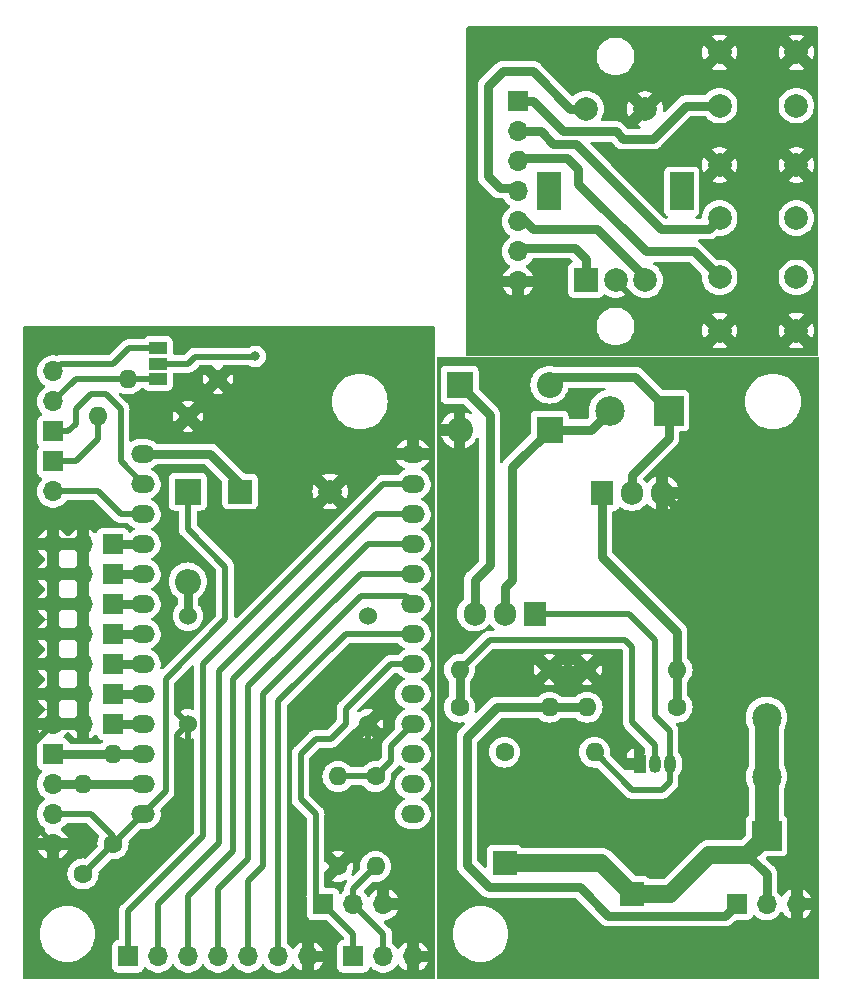
<source format=gbr>
%TF.GenerationSoftware,KiCad,Pcbnew,7.0.8*%
%TF.CreationDate,2023-11-04T22:50:26-04:00*%
%TF.ProjectId,G4_Controller_Board,47345f43-6f6e-4747-926f-6c6c65725f42,2.0*%
%TF.SameCoordinates,Original*%
%TF.FileFunction,Copper,L2,Bot*%
%TF.FilePolarity,Positive*%
%FSLAX46Y46*%
G04 Gerber Fmt 4.6, Leading zero omitted, Abs format (unit mm)*
G04 Created by KiCad (PCBNEW 7.0.8) date 2023-11-04 22:50:26*
%MOMM*%
%LPD*%
G01*
G04 APERTURE LIST*
%TA.AperFunction,ComponentPad*%
%ADD10R,2.200000X2.200000*%
%TD*%
%TA.AperFunction,ComponentPad*%
%ADD11O,2.200000X2.200000*%
%TD*%
%TA.AperFunction,ComponentPad*%
%ADD12C,2.000000*%
%TD*%
%TA.AperFunction,ComponentPad*%
%ADD13R,2.000000X2.000000*%
%TD*%
%TA.AperFunction,ComponentPad*%
%ADD14O,1.905000X2.000000*%
%TD*%
%TA.AperFunction,ComponentPad*%
%ADD15R,1.905000X2.000000*%
%TD*%
%TA.AperFunction,ComponentPad*%
%ADD16O,1.600000X1.600000*%
%TD*%
%TA.AperFunction,ComponentPad*%
%ADD17C,1.600000*%
%TD*%
%TA.AperFunction,ComponentPad*%
%ADD18O,2.000000X1.500000*%
%TD*%
%TA.AperFunction,ComponentPad*%
%ADD19O,1.700000X1.700000*%
%TD*%
%TA.AperFunction,ComponentPad*%
%ADD20R,1.700000X1.700000*%
%TD*%
%TA.AperFunction,ComponentPad*%
%ADD21C,2.500000*%
%TD*%
%TA.AperFunction,ComponentPad*%
%ADD22R,2.500000X2.500000*%
%TD*%
%TA.AperFunction,ComponentPad*%
%ADD23C,1.524000*%
%TD*%
%TA.AperFunction,ComponentPad*%
%ADD24O,1.050000X1.500000*%
%TD*%
%TA.AperFunction,ComponentPad*%
%ADD25R,1.050000X1.500000*%
%TD*%
%TA.AperFunction,ComponentPad*%
%ADD26R,2.000000X3.200000*%
%TD*%
%TA.AperFunction,SMDPad,CuDef*%
%ADD27R,1.500000X1.000000*%
%TD*%
%TA.AperFunction,ViaPad*%
%ADD28C,0.800000*%
%TD*%
%TA.AperFunction,Conductor*%
%ADD29C,0.750000*%
%TD*%
%TA.AperFunction,Conductor*%
%ADD30C,0.500000*%
%TD*%
%TA.AperFunction,Conductor*%
%ADD31C,1.500000*%
%TD*%
%TA.AperFunction,Conductor*%
%ADD32C,2.000000*%
%TD*%
G04 APERTURE END LIST*
D10*
%TO.P,D3,1,K*%
%TO.N,+3V3*%
X73007451Y-111128889D03*
D11*
%TO.P,D3,2,A*%
%TO.N,Net-(D3-A)*%
X73007451Y-118748889D03*
%TD*%
D12*
%TO.P,C1,2*%
%TO.N,GND*%
X110617000Y-140183523D03*
D13*
%TO.P,C1,1*%
%TO.N,+12V*%
X110617000Y-145183523D03*
%TD*%
D12*
%TO.P,C2,2*%
%TO.N,GND*%
X99822000Y-137551200D03*
D13*
%TO.P,C2,1*%
%TO.N,+12V*%
X99822000Y-142551200D03*
%TD*%
D14*
%TO.P,Q3,3,S*%
%TO.N,+12V*%
X97282000Y-121473523D03*
%TO.P,Q3,2,D*%
%TO.N,/SOLENOID_B*%
X99822000Y-121473523D03*
D15*
%TO.P,Q3,1,G*%
%TO.N,Net-(Q1-D)*%
X102362000Y-121473523D03*
%TD*%
D16*
%TO.P,R6,2*%
%TO.N,/Low Side Driver*%
X114427000Y-126213523D03*
D17*
%TO.P,R6,1*%
%TO.N,GND*%
X106807000Y-126213523D03*
%TD*%
D18*
%TO.P,U1,40,3V3*%
%TO.N,+3V3*%
X69197451Y-138430000D03*
%TO.P,U1,39,D22*%
%TO.N,/SCL{slash}SCK (Clock)*%
X69197451Y-135890000D03*
%TO.P,U1,38,D19*%
%TO.N,/SDA{slash}SDI (Data)*%
X69197451Y-133350000D03*
%TO.P,U1,36,D23*%
%TO.N,/ESC Right*%
X69197451Y-130810000D03*
%TO.P,U1,35,D18*%
%TO.N,/ESC Left*%
X69197451Y-128270000D03*
%TO.P,U1,34,D5*%
%TO.N,/FireTrg*%
X69197451Y-125730000D03*
%TO.P,U1,27,TX2/D17*%
%TO.N,/MagTrg*%
X69197451Y-123190000D03*
%TO.P,U1,25,RX2/D16*%
%TO.N,/RevTrg*%
X69197451Y-120650000D03*
%TO.P,U1,24,D4*%
%TO.N,/SolTrig A*%
X69197451Y-118110000D03*
%TO.P,U1,23,D0*%
%TO.N,/SolTrig B*%
X69197451Y-115570000D03*
%TO.P,U1,22,D2*%
%TO.N,/IR Emitter*%
X69197451Y-113030000D03*
%TO.P,U1,21,D15*%
%TO.N,/IR Rec. Supply*%
X69197451Y-110490000D03*
%TO.P,U1,20,D13*%
%TO.N,/Buzzer*%
X69197451Y-107950000D03*
%TO.P,U1,19,GND*%
%TO.N,GND*%
X92057451Y-107950000D03*
%TO.P,U1,18,D12*%
%TO.N,/Preset C*%
X92057451Y-110490000D03*
%TO.P,U1,17,D14*%
%TO.N,/Preset B*%
X92057451Y-113030000D03*
%TO.P,U1,16,D27*%
%TO.N,/Preset A*%
X92057451Y-115570000D03*
%TO.P,U1,15,D26*%
%TO.N,/Encoder Switch*%
X92057451Y-118110000D03*
%TO.P,U1,14,D25*%
%TO.N,/Encoder B*%
X92057451Y-120650000D03*
%TO.P,U1,13,D33*%
%TO.N,/Encoder A*%
X92057451Y-123190000D03*
%TO.P,U1,12,D32*%
%TO.N,/Pusher Pin*%
X92057451Y-125730000D03*
%TO.P,U1,11,D35*%
%TO.N,/IR Reciever*%
X92057451Y-128270000D03*
%TO.P,U1,10,D34*%
%TO.N,/Battery Reader*%
X92057451Y-130810000D03*
%TO.P,U1,9,EN*%
%TO.N,unconnected-(U1-EN-Pad9)*%
X92057451Y-133350000D03*
%TO.P,U1,8,VN*%
%TO.N,unconnected-(U1-VN-Pad8)*%
X92057451Y-135890000D03*
%TO.P,U1,5,VP*%
%TO.N,unconnected-(U1-VP-Pad5)*%
X92057451Y-138430000D03*
%TD*%
D19*
%TO.P,J7,3,Pin_3*%
%TO.N,GND*%
X61595000Y-120650000D03*
%TO.P,J7,2,Pin_2*%
X64135000Y-120650000D03*
D20*
%TO.P,J7,1,Pin_1*%
%TO.N,/RevTrg*%
X66675000Y-120650000D03*
%TD*%
D21*
%TO.P,J10,2,Pin_2*%
%TO.N,/SOLENOID_B*%
X108712000Y-104285724D03*
D22*
%TO.P,J10,1,Pin_1*%
%TO.N,/SOLENOID_A*%
X113712000Y-104285724D03*
%TD*%
D21*
%TO.P,J24,3,Pin_3*%
%TO.N,+12V*%
X122007000Y-130265724D03*
%TO.P,J24,2,Pin_2*%
X122007000Y-135265724D03*
D22*
%TO.P,J24,1,Pin_1*%
X122007000Y-140265724D03*
%TD*%
D23*
%TO.P,U2,4,OUT*%
%TO.N,Net-(D3-A)*%
X73025000Y-121666000D03*
%TO.P,U2,3,GND*%
%TO.N,GND*%
X73025000Y-130810000D03*
%TO.P,U2,2,IN*%
%TO.N,+12V*%
X88265000Y-121666000D03*
%TO.P,U2,1,GND*%
%TO.N,GND*%
X88265000Y-130810000D03*
%TD*%
D14*
%TO.P,Q2,3,S*%
%TO.N,GND*%
X113157000Y-111268523D03*
%TO.P,Q2,2,D*%
%TO.N,/SOLENOID_A*%
X110617000Y-111268523D03*
D15*
%TO.P,Q2,1,G*%
%TO.N,/Low Side Driver*%
X108077000Y-111268523D03*
%TD*%
D16*
%TO.P,R8,2*%
%TO.N,/SCL{slash}SCK (Clock)*%
X64135000Y-135890000D03*
D17*
%TO.P,R8,1*%
%TO.N,+3V3*%
X64135000Y-143510000D03*
%TD*%
D24*
%TO.P,Q1,3,D*%
%TO.N,Net-(Q1-D)*%
X113792000Y-134193523D03*
%TO.P,Q1,2,G*%
%TO.N,/High Side Driver*%
X112522000Y-134193523D03*
D25*
%TO.P,Q1,1,S*%
%TO.N,GND*%
X111252000Y-134193523D03*
%TD*%
D16*
%TO.P,R7,2*%
%TO.N,/Pusher Pin*%
X106807000Y-129388523D03*
D17*
%TO.P,R7,1*%
%TO.N,/Low Side Driver*%
X114427000Y-129388523D03*
%TD*%
D19*
%TO.P,J14,3,Pin_3*%
%TO.N,GND*%
X61580000Y-115570000D03*
%TO.P,J14,2,Pin_2*%
X64120000Y-115570000D03*
D20*
%TO.P,J14,1,Pin_1*%
%TO.N,/SolTrig B*%
X66660000Y-115570000D03*
%TD*%
D11*
%TO.P,D1,2,A*%
%TO.N,/SOLENOID_A*%
X103632000Y-102083523D03*
D10*
%TO.P,D1,1,K*%
%TO.N,+12V*%
X96012000Y-102083523D03*
%TD*%
D21*
%TO.P,J25,3,Pin_3*%
%TO.N,GND*%
X122007000Y-113038523D03*
%TO.P,J25,2,Pin_2*%
X122007000Y-118038523D03*
D22*
%TO.P,J25,1,Pin_1*%
X122007000Y-123038523D03*
%TD*%
D19*
%TO.P,J18,3,Pin_3*%
%TO.N,GND*%
X124553739Y-146060724D03*
%TO.P,J18,2,Pin_2*%
%TO.N,+12V*%
X122013739Y-146060724D03*
D20*
%TO.P,J18,1,Pin_1*%
%TO.N,/Pusher Pin*%
X119473739Y-146060724D03*
%TD*%
D12*
%TO.P,SW2,2,2*%
%TO.N,/Preset A*%
X118035000Y-93000000D03*
X124535000Y-93000000D03*
%TO.P,SW2,1,1*%
%TO.N,GND*%
X118035000Y-97500000D03*
X124535000Y-97500000D03*
%TD*%
D16*
%TO.P,R5,2*%
%TO.N,/Pusher Pin*%
X103632000Y-129388523D03*
D17*
%TO.P,R5,1*%
%TO.N,/High Side Driver*%
X96012000Y-129388523D03*
%TD*%
D16*
%TO.P,R11,2*%
%TO.N,Net-(J23-Pin_1)*%
X65405000Y-104775000D03*
D17*
%TO.P,R11,1*%
%TO.N,GND*%
X73025000Y-104775000D03*
%TD*%
D19*
%TO.P,J22,3,Pin_3*%
%TO.N,Net-(J22-Pin_3)*%
X61595000Y-100965000D03*
%TO.P,J22,2,Pin_2*%
%TO.N,Net-(J22-Pin_2)*%
X61595000Y-103505000D03*
D20*
%TO.P,J22,1,Pin_1*%
%TO.N,/IR Rec. Supply*%
X61595000Y-106045000D03*
%TD*%
D19*
%TO.P,J9,3,Pin_3*%
%TO.N,GND*%
X61595000Y-123190000D03*
%TO.P,J9,2,Pin_2*%
X64135000Y-123190000D03*
D20*
%TO.P,J9,1,Pin_1*%
%TO.N,/MagTrg*%
X66675000Y-123190000D03*
%TD*%
D12*
%TO.P,SW4,2,2*%
%TO.N,GND*%
X118035000Y-73950000D03*
X124535000Y-73950000D03*
%TO.P,SW4,1,1*%
%TO.N,/Preset C*%
X118035000Y-78450000D03*
X124535000Y-78450000D03*
%TD*%
D16*
%TO.P,R4,2*%
%TO.N,/High Side Driver*%
X96012000Y-126213523D03*
D17*
%TO.P,R4,1*%
%TO.N,GND*%
X103632000Y-126213523D03*
%TD*%
D16*
%TO.P,R1,2*%
%TO.N,Net-(Q1-D)*%
X107442000Y-133198523D03*
D17*
%TO.P,R1,1*%
%TO.N,+12V*%
X99822000Y-133198523D03*
%TD*%
D19*
%TO.P,J3,3,Pin_3*%
%TO.N,GND*%
X61595000Y-128270000D03*
%TO.P,J3,2,Pin_2*%
X64135000Y-128270000D03*
D20*
%TO.P,J3,1,Pin_1*%
%TO.N,/ESC Left*%
X66675000Y-128270000D03*
%TD*%
D16*
%TO.P,R3,2*%
%TO.N,/Battery Reader*%
X85725000Y-135255000D03*
D17*
%TO.P,R3,1*%
%TO.N,GND*%
X85725000Y-142875000D03*
%TD*%
D12*
%TO.P,SW7,S2,S2*%
%TO.N,/Encoder Switch*%
X106720000Y-78725960D03*
%TO.P,SW7,S1,S1*%
%TO.N,GND*%
X111720000Y-78725960D03*
D26*
%TO.P,SW7,MP*%
%TO.N,N/C*%
X114820000Y-85725960D03*
X103620000Y-85725960D03*
D12*
%TO.P,SW7,C,C*%
%TO.N,GND*%
X109220000Y-93225960D03*
%TO.P,SW7,B,B*%
%TO.N,/Encoder B*%
X111720000Y-93225960D03*
D13*
%TO.P,SW7,A,A*%
%TO.N,/Encoder A*%
X106720000Y-93225960D03*
%TD*%
D12*
%TO.P,BZ1,2,+*%
%TO.N,GND*%
X85052451Y-111128889D03*
D13*
%TO.P,BZ1,1,-*%
%TO.N,/Buzzer*%
X77452451Y-111128889D03*
%TD*%
D19*
%TO.P,J2,3,Pin_3*%
%TO.N,GND*%
X61595000Y-130810000D03*
%TO.P,J2,2,Pin_2*%
X64135000Y-130810000D03*
D20*
%TO.P,J2,1,Pin_1*%
%TO.N,/ESC Right*%
X66675000Y-130810000D03*
%TD*%
D19*
%TO.P,J23,2,Pin_2*%
%TO.N,/IR Emitter*%
X61595000Y-111125000D03*
D20*
%TO.P,J23,1,Pin_1*%
%TO.N,Net-(J23-Pin_1)*%
X61595000Y-108585000D03*
%TD*%
D19*
%TO.P,J17,7,Pin_7*%
%TO.N,GND*%
X83185000Y-150495000D03*
%TO.P,J17,6,Pin_6*%
%TO.N,/Encoder A*%
X80645000Y-150495000D03*
%TO.P,J17,5,Pin_5*%
%TO.N,/Encoder B*%
X78105000Y-150495000D03*
%TO.P,J17,4,Pin_4*%
%TO.N,/Encoder Switch*%
X75565000Y-150495000D03*
%TO.P,J17,3,Pin_3*%
%TO.N,/Preset A*%
X73025000Y-150495000D03*
%TO.P,J17,2,Pin_2*%
%TO.N,/Preset B*%
X70485000Y-150495000D03*
D20*
%TO.P,J17,1,Pin_1*%
%TO.N,/Preset C*%
X67945000Y-150495000D03*
%TD*%
D16*
%TO.P,R10,2*%
%TO.N,Net-(J22-Pin_2)*%
X67945000Y-101600000D03*
D17*
%TO.P,R10,1*%
%TO.N,GND*%
X75565000Y-101600000D03*
%TD*%
D19*
%TO.P,J6,4,Pin_4*%
%TO.N,GND*%
X61595000Y-140970000D03*
%TO.P,J6,3,Pin_3*%
%TO.N,+3V3*%
X61595000Y-138430000D03*
%TO.P,J6,2,Pin_2*%
%TO.N,/SCL{slash}SCK (Clock)*%
X61595000Y-135890000D03*
D20*
%TO.P,J6,1,Pin_1*%
%TO.N,/SDA{slash}SDI (Data)*%
X61595000Y-133350000D03*
%TD*%
D16*
%TO.P,R2,2*%
%TO.N,+12V*%
X88900000Y-142875000D03*
D17*
%TO.P,R2,1*%
%TO.N,/Battery Reader*%
X88900000Y-135255000D03*
%TD*%
D16*
%TO.P,R9,2*%
%TO.N,/SDA{slash}SDI (Data)*%
X66675000Y-133350000D03*
D17*
%TO.P,R9,1*%
%TO.N,+3V3*%
X66675000Y-140970000D03*
%TD*%
D12*
%TO.P,SW3,2,2*%
%TO.N,GND*%
X118034500Y-83475000D03*
X124534500Y-83475000D03*
%TO.P,SW3,1,1*%
%TO.N,/Preset B*%
X118034500Y-87975000D03*
X124534500Y-87975000D03*
%TD*%
D19*
%TO.P,J8,3,Pin_3*%
%TO.N,GND*%
X61580000Y-125730000D03*
%TO.P,J8,2,Pin_2*%
X64120000Y-125730000D03*
D20*
%TO.P,J8,1,Pin_1*%
%TO.N,/FireTrg*%
X66660000Y-125730000D03*
%TD*%
D19*
%TO.P,J13,3,Pin_3*%
%TO.N,GND*%
X61580000Y-118110000D03*
%TO.P,J13,2,Pin_2*%
X64120000Y-118110000D03*
D20*
%TO.P,J13,1,Pin_1*%
%TO.N,/SolTrig A*%
X66660000Y-118110000D03*
%TD*%
D11*
%TO.P,D2,2,A*%
%TO.N,GND*%
X96012000Y-105893523D03*
D10*
%TO.P,D2,1,K*%
%TO.N,/SOLENOID_B*%
X103632000Y-105893523D03*
%TD*%
D19*
%TO.P,J12,3,Pin_3*%
%TO.N,GND*%
X92090000Y-150495000D03*
%TO.P,J12,2,Pin_2*%
%TO.N,+12V*%
X89550000Y-150495000D03*
D20*
%TO.P,J12,1,Pin_1*%
%TO.N,/Pusher Pin*%
X87010000Y-150495000D03*
%TD*%
D19*
%TO.P,J16,3,Pin_3*%
%TO.N,GND*%
X89564996Y-146068905D03*
%TO.P,J16,2,Pin_2*%
%TO.N,+12V*%
X87024996Y-146068905D03*
D20*
%TO.P,J16,1,Pin_1*%
%TO.N,/Pusher Pin*%
X84484996Y-146068905D03*
%TD*%
D27*
%TO.P,JP1,3,B*%
%TO.N,Net-(J22-Pin_3)*%
X70485000Y-99000000D03*
%TO.P,JP1,2,C*%
%TO.N,/IR Reciever*%
X70485000Y-100300000D03*
%TO.P,JP1,1,A*%
%TO.N,Net-(J22-Pin_2)*%
X70485000Y-101600000D03*
%TD*%
D19*
%TO.P,J15,7,Pin_7*%
%TO.N,GND*%
X100965000Y-93345000D03*
%TO.P,J15,6,Pin_6*%
%TO.N,/Encoder A*%
X100965000Y-90805000D03*
%TO.P,J15,5,Pin_5*%
%TO.N,/Encoder B*%
X100965000Y-88265000D03*
%TO.P,J15,4,Pin_4*%
%TO.N,/Encoder Switch*%
X100965000Y-85725000D03*
%TO.P,J15,3,Pin_3*%
%TO.N,/Preset A*%
X100965000Y-83185000D03*
%TO.P,J15,2,Pin_2*%
%TO.N,/Preset B*%
X100965000Y-80645000D03*
D20*
%TO.P,J15,1,Pin_1*%
%TO.N,/Preset C*%
X100965000Y-78105000D03*
%TD*%
D28*
%TO.N,/IR Reciever*%
X78718562Y-99695000D03*
%TD*%
D29*
%TO.N,/Preset C*%
X102235000Y-78105000D02*
X100965000Y-78105000D01*
X109220000Y-80645000D02*
X104775000Y-80645000D01*
X109855000Y-81280000D02*
X109220000Y-80645000D01*
X104775000Y-80645000D02*
X102235000Y-78105000D01*
X112395000Y-81280000D02*
X109855000Y-81280000D01*
X115225000Y-78450000D02*
X112395000Y-81280000D01*
X118035000Y-78450000D02*
X115225000Y-78450000D01*
%TO.N,/Encoder Switch*%
X99400000Y-85430000D02*
X100970000Y-85430000D01*
X98425000Y-76835000D02*
X98425000Y-84455000D01*
X99695000Y-75565000D02*
X98425000Y-76835000D01*
X102235000Y-75565000D02*
X99695000Y-75565000D01*
X106720000Y-78725960D02*
X105395960Y-78725960D01*
X105395960Y-78725960D02*
X102235000Y-75565000D01*
X98425000Y-84455000D02*
X99400000Y-85430000D01*
%TO.N,/SolTrig B*%
X69197451Y-115570000D02*
X66660000Y-115570000D01*
%TO.N,/SolTrig A*%
X66660000Y-118110000D02*
X69197451Y-118110000D01*
%TO.N,/RevTrg*%
X69197451Y-120650000D02*
X66675000Y-120650000D01*
%TO.N,/MagTrg*%
X66675000Y-123190000D02*
X69197451Y-123190000D01*
%TO.N,/FireTrg*%
X69197451Y-125730000D02*
X66660000Y-125730000D01*
%TO.N,/ESC Left*%
X66675000Y-128270000D02*
X69197451Y-128270000D01*
%TO.N,/ESC Right*%
X69197451Y-130810000D02*
X66675000Y-130810000D01*
%TO.N,/SDA{slash}SDI (Data)*%
X69197451Y-133350000D02*
X61595000Y-133350000D01*
%TO.N,/SCL{slash}SCK (Clock)*%
X69197451Y-135890000D02*
X61595000Y-135890000D01*
D30*
%TO.N,GND*%
X62644190Y-145194190D02*
X61595000Y-144145000D01*
X73025000Y-137160000D02*
X64990810Y-145194190D01*
X64990810Y-145194190D02*
X62644190Y-145194190D01*
X61595000Y-144145000D02*
X61595000Y-140970000D01*
X73025000Y-130810000D02*
X73025000Y-137160000D01*
%TO.N,+3V3*%
X73007451Y-114303889D02*
X73007451Y-111128889D01*
X76182451Y-117478889D02*
X73007451Y-114303889D01*
X71120000Y-136525000D02*
X71120000Y-126986340D01*
X71120000Y-126986340D02*
X76182451Y-121923889D01*
X64135000Y-143510000D02*
X71120000Y-136525000D01*
X76182451Y-121923889D02*
X76182451Y-117478889D01*
D29*
%TO.N,Net-(D3-A)*%
X73025000Y-118766438D02*
X73007451Y-118748889D01*
X73025000Y-121666000D02*
X73025000Y-118766438D01*
%TO.N,/Buzzer*%
X77452451Y-110493889D02*
X74908562Y-107950000D01*
X74908562Y-107950000D02*
X69197451Y-107950000D01*
X77452451Y-111128889D02*
X77452451Y-110493889D01*
D30*
%TO.N,/Encoder A*%
X80645000Y-150495000D02*
X80645000Y-128905000D01*
X80645000Y-128905000D02*
X86360000Y-123190000D01*
X86360000Y-123190000D02*
X92075000Y-123190000D01*
%TO.N,GND*%
X83820000Y-133985000D02*
X83820000Y-136525000D01*
X61580000Y-130795000D02*
X61595000Y-130810000D01*
X92060000Y-140955000D02*
X92060000Y-146053889D01*
X59690000Y-132715000D02*
X59690000Y-139065000D01*
D29*
X122007000Y-113038523D02*
X114927000Y-113038523D01*
D30*
X92060000Y-146053889D02*
X92060000Y-150495000D01*
X86995000Y-133350000D02*
X84455000Y-133350000D01*
X92044984Y-146068905D02*
X92060000Y-146053889D01*
X84455000Y-137160000D02*
X88265000Y-137160000D01*
X59690000Y-139065000D02*
X61595000Y-140970000D01*
X84455000Y-133350000D02*
X83820000Y-133985000D01*
X83820000Y-136525000D02*
X84455000Y-137160000D01*
D31*
X122007000Y-123713523D02*
X122007000Y-123038523D01*
D30*
X64135000Y-115585000D02*
X64120000Y-115570000D01*
X61595000Y-130810000D02*
X59690000Y-132715000D01*
X88265000Y-132080000D02*
X86995000Y-133350000D01*
D29*
X114927000Y-113038523D02*
X113157000Y-111268523D01*
X64135000Y-130810000D02*
X64135000Y-115585000D01*
X106807000Y-126213523D02*
X103632000Y-126213523D01*
D30*
X88265000Y-130810000D02*
X88265000Y-132080000D01*
X89564996Y-146068905D02*
X92044984Y-146068905D01*
D29*
X61580000Y-115570000D02*
X61580000Y-130795000D01*
D30*
X88265000Y-137160000D02*
X92060000Y-140955000D01*
D29*
%TO.N,/SOLENOID_A*%
X104267000Y-101448523D02*
X103632000Y-102083523D01*
X110874799Y-101448523D02*
X104267000Y-101448523D01*
X110617000Y-110272193D02*
X110617000Y-111268523D01*
X110617000Y-111268523D02*
X110617000Y-109703523D01*
X113712000Y-106608523D02*
X113712000Y-104285724D01*
X110617000Y-109703523D02*
X113712000Y-106608523D01*
X113712000Y-104285724D02*
X110874799Y-101448523D01*
D30*
%TO.N,/Preset A*%
X88265000Y-115570000D02*
X76835000Y-127000000D01*
D29*
X111760000Y-90805000D02*
X115840000Y-90805000D01*
X105115000Y-82890000D02*
X106045000Y-83820000D01*
X100970000Y-82890000D02*
X105115000Y-82890000D01*
X115840000Y-90805000D02*
X118035000Y-93000000D01*
D30*
X73025000Y-145415000D02*
X73025000Y-150495000D01*
X92075000Y-115570000D02*
X88265000Y-115570000D01*
X76835000Y-127000000D02*
X76835000Y-141605000D01*
D29*
X106045000Y-83820000D02*
X106045000Y-85090000D01*
X106045000Y-85090000D02*
X111760000Y-90805000D01*
D30*
X76835000Y-141605000D02*
X73025000Y-145415000D01*
X101310000Y-82550000D02*
X100970000Y-82890000D01*
D29*
%TO.N,/Preset B*%
X102870000Y-80645000D02*
X100965000Y-80645000D01*
X103930600Y-81705600D02*
X102870000Y-80645000D01*
D30*
X70485000Y-146050000D02*
X70485000Y-150495000D01*
D29*
X117110000Y-88900000D02*
X113030000Y-88900000D01*
D30*
X75630000Y-140905000D02*
X70485000Y-146050000D01*
X75630000Y-126300000D02*
X75630000Y-140905000D01*
D29*
X118035000Y-87975000D02*
X117110000Y-88900000D01*
D30*
X88900000Y-113030000D02*
X75630000Y-126300000D01*
X92075000Y-113030000D02*
X88900000Y-113030000D01*
D29*
X105835600Y-81705600D02*
X103930600Y-81705600D01*
X113030000Y-88900000D02*
X105835600Y-81705600D01*
D30*
%TO.N,/Encoder Switch*%
X87630000Y-118110000D02*
X92075000Y-118110000D01*
X78105000Y-127635000D02*
X87630000Y-118110000D01*
X78105000Y-142240000D02*
X78105000Y-127635000D01*
X75565000Y-150495000D02*
X75565000Y-144780000D01*
X75565000Y-144780000D02*
X78105000Y-142240000D01*
%TO.N,/Preset C*%
X92075000Y-110490000D02*
X89535000Y-110490000D01*
X74295000Y-125730000D02*
X74295000Y-140335000D01*
X89535000Y-110490000D02*
X74295000Y-125730000D01*
X74295000Y-140335000D02*
X67945000Y-146685000D01*
X67945000Y-146685000D02*
X67945000Y-150495000D01*
D29*
%TO.N,/Encoder B*%
X102235000Y-88900000D02*
X101305000Y-87970000D01*
D30*
X78105000Y-144145000D02*
X78105000Y-150495000D01*
X91440000Y-120015000D02*
X87630000Y-120015000D01*
X79375000Y-128270000D02*
X79375000Y-142875000D01*
X79375000Y-142875000D02*
X78105000Y-144145000D01*
X92075000Y-120650000D02*
X91440000Y-120015000D01*
D29*
X111720000Y-92975000D02*
X107645000Y-88900000D01*
X107645000Y-88900000D02*
X102235000Y-88900000D01*
D30*
X87630000Y-120015000D02*
X79375000Y-128270000D01*
X101305000Y-87970000D02*
X100970000Y-87970000D01*
D29*
%TO.N,/Encoder A*%
X106720000Y-92975000D02*
X106720000Y-91480000D01*
X105750000Y-90510000D02*
X100970000Y-90510000D01*
X106720000Y-91480000D02*
X105750000Y-90510000D01*
D30*
%TO.N,/SDA{slash}SDI (Data)*%
X69205000Y-133360000D02*
X69215000Y-133350000D01*
%TO.N,/SCL{slash}SCK (Clock)*%
X69205000Y-135900000D02*
X69215000Y-135890000D01*
%TO.N,+3V3*%
X66675000Y-140335000D02*
X64770000Y-138430000D01*
X66675000Y-140970000D02*
X66675000Y-140335000D01*
X64770000Y-138430000D02*
X61595000Y-138430000D01*
%TO.N,/IR Emitter*%
X69215000Y-113030000D02*
X67310000Y-113030000D01*
X65405000Y-111125000D02*
X61595000Y-111125000D01*
X67310000Y-113030000D02*
X65405000Y-111125000D01*
%TO.N,+12V*%
X89550000Y-148593909D02*
X87024996Y-146068905D01*
D31*
X107984677Y-142551200D02*
X110617000Y-145183523D01*
D30*
X87024996Y-144750004D02*
X88900000Y-142875000D01*
D32*
X122007000Y-130265724D02*
X122007000Y-140265724D01*
D29*
X98552000Y-117323523D02*
X97282000Y-118593523D01*
X97282000Y-118593523D02*
X97282000Y-121473523D01*
X122013739Y-146060724D02*
X122013739Y-143508061D01*
D30*
X89535000Y-150480000D02*
X89520000Y-150495000D01*
D29*
X98552000Y-104623523D02*
X98552000Y-117323523D01*
D31*
X100417000Y-142551200D02*
X107984677Y-142551200D01*
X113872000Y-145183523D02*
X117172000Y-141883523D01*
X120389201Y-141883523D02*
X122007000Y-140265724D01*
D30*
X89550000Y-150495000D02*
X89550000Y-148593909D01*
D31*
X110617000Y-145183523D02*
X113872000Y-145183523D01*
X117172000Y-141883523D02*
X120389201Y-141883523D01*
D29*
X96012000Y-102083523D02*
X98552000Y-104623523D01*
X122013739Y-143508061D02*
X120389201Y-141883523D01*
D30*
X87024996Y-146068905D02*
X87024996Y-144750004D01*
D29*
%TO.N,/SOLENOID_B*%
X103632000Y-105893523D02*
X100457000Y-109068523D01*
X99822000Y-119228523D02*
X99822000Y-121473523D01*
X100457000Y-109068523D02*
X100457000Y-118593523D01*
X100457000Y-118593523D02*
X99822000Y-119228523D01*
X107104201Y-105893523D02*
X108712000Y-104285724D01*
X103632000Y-105893523D02*
X107104201Y-105893523D01*
D30*
%TO.N,/IR Reciever*%
X78714673Y-99698889D02*
X73642451Y-99698889D01*
X78718562Y-99695000D02*
X78714673Y-99698889D01*
X73041340Y-100300000D02*
X70485000Y-100300000D01*
X73642451Y-99698889D02*
X73041340Y-100300000D01*
%TO.N,/IR Rec. Supply*%
X63500000Y-104140000D02*
X63500000Y-105410000D01*
X62865000Y-106045000D02*
X61595000Y-106045000D01*
X66040000Y-102870000D02*
X64770000Y-102870000D01*
X67310000Y-104140000D02*
X66040000Y-102870000D01*
X64770000Y-102870000D02*
X63500000Y-104140000D01*
X67310000Y-108585000D02*
X67310000Y-104140000D01*
X69215000Y-110490000D02*
X67310000Y-108585000D01*
X63500000Y-105410000D02*
X62865000Y-106045000D01*
%TO.N,/Battery Reader*%
X88900000Y-135255000D02*
X85725000Y-135255000D01*
X90170000Y-132715000D02*
X90170000Y-133985000D01*
X90170000Y-133985000D02*
X88900000Y-135255000D01*
X92075000Y-130810000D02*
X90170000Y-132715000D01*
%TO.N,/High Side Driver*%
X112522000Y-132563523D02*
X110617000Y-130658523D01*
X110617000Y-124308523D02*
X109982000Y-123673523D01*
X109982000Y-123673523D02*
X98552000Y-123673523D01*
X98552000Y-123673523D02*
X96012000Y-126213523D01*
X112522000Y-134193523D02*
X112522000Y-132563523D01*
D29*
X96012000Y-126213523D02*
X96012000Y-129388523D01*
D30*
X110617000Y-130658523D02*
X110617000Y-124308523D01*
D29*
%TO.N,/Low Side Driver*%
X114427000Y-129388523D02*
X114427000Y-126213523D01*
X114427000Y-126213523D02*
X114427000Y-123038523D01*
X108077000Y-116688523D02*
X108077000Y-111268523D01*
X114427000Y-123038523D02*
X108077000Y-116688523D01*
D30*
%TO.N,Net-(Q1-D)*%
X113792000Y-135738523D02*
X113157000Y-136373523D01*
X113157000Y-136373523D02*
X110617000Y-136373523D01*
X110322000Y-121473523D02*
X112522000Y-123673523D01*
X112522000Y-130167869D02*
X113792000Y-131437869D01*
X102362000Y-121473523D02*
X110322000Y-121473523D01*
X113792000Y-131437869D02*
X113792000Y-134193523D01*
X110617000Y-136373523D02*
X107442000Y-133198523D01*
X112522000Y-123673523D02*
X112522000Y-130167869D01*
X113792000Y-134193523D02*
X113792000Y-135738523D01*
D29*
%TO.N,/Pusher Pin*%
X119473739Y-146060724D02*
X118492940Y-147041523D01*
D30*
X83820000Y-132080000D02*
X85090000Y-132080000D01*
X87010000Y-150495000D02*
X87010000Y-148593909D01*
X86360000Y-130810000D02*
X86360000Y-129540000D01*
D29*
X106172000Y-144628523D02*
X98501574Y-144628523D01*
X99187000Y-129388523D02*
X103632000Y-129388523D01*
D30*
X84484996Y-146068905D02*
X83820000Y-145403909D01*
D29*
X96647000Y-142773949D02*
X96647000Y-131928523D01*
X106807000Y-129388523D02*
X103632000Y-129388523D01*
D30*
X87010000Y-148593909D02*
X84484996Y-146068905D01*
X85090000Y-132080000D02*
X86360000Y-130810000D01*
X86360000Y-129540000D02*
X90170000Y-125730000D01*
D29*
X96647000Y-131928523D02*
X99187000Y-129388523D01*
D30*
X83820000Y-145403909D02*
X83820000Y-138430000D01*
X82550000Y-133350000D02*
X83820000Y-132080000D01*
X82550000Y-137160000D02*
X82550000Y-133350000D01*
X83820000Y-138430000D02*
X82550000Y-137160000D01*
D29*
X118492940Y-147041523D02*
X108585000Y-147041523D01*
X108585000Y-147041523D02*
X106172000Y-144628523D01*
D30*
X90170000Y-125730000D02*
X92075000Y-125730000D01*
D29*
X98501574Y-144628523D02*
X96647000Y-142773949D01*
D30*
%TO.N,Net-(J22-Pin_2)*%
X67945000Y-101600000D02*
X63500000Y-101600000D01*
X70485000Y-101600000D02*
X67945000Y-101600000D01*
X63500000Y-101600000D02*
X61595000Y-103505000D01*
%TO.N,Net-(J22-Pin_3)*%
X66675000Y-100330000D02*
X62230000Y-100330000D01*
X62230000Y-100330000D02*
X61595000Y-100965000D01*
X70485000Y-99000000D02*
X68005000Y-99000000D01*
X68005000Y-99000000D02*
X66675000Y-100330000D01*
%TO.N,Net-(J23-Pin_1)*%
X63500000Y-108585000D02*
X61595000Y-108585000D01*
X65405000Y-104775000D02*
X65405000Y-106680000D01*
X65405000Y-106680000D02*
X63500000Y-108585000D01*
%TD*%
%TA.AperFunction,Conductor*%
%TO.N,GND*%
G36*
X126394539Y-99725909D02*
G01*
X126440294Y-99778713D01*
X126451500Y-99830224D01*
X126451500Y-152286224D01*
X126431815Y-152353263D01*
X126379011Y-152399018D01*
X126327500Y-152410224D01*
X94191500Y-152410224D01*
X94124461Y-152390539D01*
X94078706Y-152337735D01*
X94067500Y-152286224D01*
X94067500Y-148590000D01*
X95434457Y-148590000D01*
X95454609Y-148897458D01*
X95454611Y-148897470D01*
X95514718Y-149199651D01*
X95514722Y-149199666D01*
X95613760Y-149491422D01*
X95613769Y-149491443D01*
X95750034Y-149767761D01*
X95750038Y-149767767D01*
X95750040Y-149767771D01*
X95921221Y-150023963D01*
X95921223Y-150023965D01*
X96124379Y-150255620D01*
X96305281Y-150414267D01*
X96356036Y-150458778D01*
X96612229Y-150629960D01*
X96612232Y-150629961D01*
X96612238Y-150629965D01*
X96888556Y-150766230D01*
X96888561Y-150766232D01*
X96888573Y-150766238D01*
X97180341Y-150865280D01*
X97482540Y-150925391D01*
X97713059Y-150940500D01*
X97713062Y-150940500D01*
X97866938Y-150940500D01*
X97866941Y-150940500D01*
X98097460Y-150925391D01*
X98399659Y-150865280D01*
X98691427Y-150766238D01*
X98967771Y-150629960D01*
X99223964Y-150458778D01*
X99455620Y-150255620D01*
X99658778Y-150023964D01*
X99829960Y-149767772D01*
X99966238Y-149491427D01*
X100065280Y-149199659D01*
X100125391Y-148897460D01*
X100145543Y-148590000D01*
X100125391Y-148282540D01*
X100065280Y-147980341D01*
X99966238Y-147688573D01*
X99963864Y-147683759D01*
X99829965Y-147412238D01*
X99829956Y-147412223D01*
X99809873Y-147382167D01*
X99658778Y-147156036D01*
X99577736Y-147063626D01*
X99455620Y-146924379D01*
X99223965Y-146721223D01*
X98967776Y-146550043D01*
X98967761Y-146550034D01*
X98691443Y-146413769D01*
X98691422Y-146413760D01*
X98399666Y-146314722D01*
X98399660Y-146314720D01*
X98399659Y-146314720D01*
X98399657Y-146314719D01*
X98399651Y-146314718D01*
X98097470Y-146254611D01*
X98097460Y-146254609D01*
X97866941Y-146239500D01*
X97713059Y-146239500D01*
X97482540Y-146254609D01*
X97482534Y-146254610D01*
X97482529Y-146254611D01*
X97180348Y-146314718D01*
X97180333Y-146314722D01*
X96888577Y-146413760D01*
X96888556Y-146413769D01*
X96612238Y-146550034D01*
X96612223Y-146550043D01*
X96356034Y-146721223D01*
X96124379Y-146924379D01*
X95921222Y-147156036D01*
X95921212Y-147156048D01*
X95750041Y-147412225D01*
X95750037Y-147412232D01*
X95613762Y-147688570D01*
X95613758Y-147688580D01*
X95514723Y-147980328D01*
X95514718Y-147980348D01*
X95454611Y-148282529D01*
X95454609Y-148282541D01*
X95434457Y-148590000D01*
X94067500Y-148590000D01*
X94067500Y-106393523D01*
X94487279Y-106393523D01*
X94581980Y-106622154D01*
X94713568Y-106836885D01*
X94713571Y-106836890D01*
X94877130Y-107028392D01*
X95068632Y-107191951D01*
X95068637Y-107191954D01*
X95283369Y-107323542D01*
X95283372Y-107323544D01*
X95511999Y-107418243D01*
X95512000Y-107418243D01*
X95512000Y-106393523D01*
X94487279Y-106393523D01*
X94067500Y-106393523D01*
X94067500Y-105393523D01*
X94487279Y-105393523D01*
X95512000Y-105393523D01*
X95512000Y-104368802D01*
X95511999Y-104368802D01*
X95283368Y-104463503D01*
X95068637Y-104595091D01*
X95068632Y-104595094D01*
X94877130Y-104758653D01*
X94713571Y-104950155D01*
X94713568Y-104950160D01*
X94581980Y-105164891D01*
X94487279Y-105393522D01*
X94487279Y-105393523D01*
X94067500Y-105393523D01*
X94067500Y-103232177D01*
X94403500Y-103232177D01*
X94410011Y-103292725D01*
X94410011Y-103292727D01*
X94445866Y-103388854D01*
X94461111Y-103429727D01*
X94548739Y-103546784D01*
X94665796Y-103634412D01*
X94802799Y-103685512D01*
X94830050Y-103688441D01*
X94863345Y-103692022D01*
X94863362Y-103692023D01*
X96319680Y-103692023D01*
X96386719Y-103711708D01*
X96407361Y-103728342D01*
X97037762Y-104358743D01*
X97071247Y-104420066D01*
X97066263Y-104489758D01*
X97024391Y-104545691D01*
X96958927Y-104570108D01*
X96890654Y-104555256D01*
X96885291Y-104552151D01*
X96740631Y-104463503D01*
X96512000Y-104368802D01*
X96512000Y-105662996D01*
X96465558Y-105573367D01*
X96362362Y-105462871D01*
X96233181Y-105384314D01*
X96087596Y-105343523D01*
X95974378Y-105343523D01*
X95862217Y-105358939D01*
X95723542Y-105419174D01*
X95606261Y-105514589D01*
X95519072Y-105638108D01*
X95468441Y-105780570D01*
X95458123Y-105931409D01*
X95488884Y-106079438D01*
X95558442Y-106213679D01*
X95661638Y-106324175D01*
X95790819Y-106402732D01*
X95936404Y-106443523D01*
X96049622Y-106443523D01*
X96161783Y-106428107D01*
X96300458Y-106367872D01*
X96417739Y-106272457D01*
X96504928Y-106148938D01*
X96512000Y-106129039D01*
X96512000Y-107418243D01*
X96740627Y-107323544D01*
X96740630Y-107323542D01*
X96955362Y-107191954D01*
X96955367Y-107191951D01*
X97146869Y-107028392D01*
X97310426Y-106836892D01*
X97438772Y-106627451D01*
X97490584Y-106580576D01*
X97559514Y-106569153D01*
X97623677Y-106596810D01*
X97662701Y-106654766D01*
X97668500Y-106692241D01*
X97668500Y-116906202D01*
X97648815Y-116973241D01*
X97632181Y-116993883D01*
X96713338Y-117912725D01*
X96698549Y-117925357D01*
X96687568Y-117933335D01*
X96687563Y-117933340D01*
X96641999Y-117983943D01*
X96639770Y-117986293D01*
X96624536Y-118001527D01*
X96624519Y-118001547D01*
X96610972Y-118018275D01*
X96608867Y-118020739D01*
X96563294Y-118071355D01*
X96556508Y-118083109D01*
X96545499Y-118099127D01*
X96536958Y-118109675D01*
X96536954Y-118109682D01*
X96506033Y-118170366D01*
X96504497Y-118173195D01*
X96492597Y-118193806D01*
X96470438Y-118232186D01*
X96470436Y-118232191D01*
X96470436Y-118232192D01*
X96466846Y-118243241D01*
X96466242Y-118245099D01*
X96458802Y-118263060D01*
X96452638Y-118275158D01*
X96452635Y-118275165D01*
X96435007Y-118340955D01*
X96434086Y-118344066D01*
X96413047Y-118408814D01*
X96413045Y-118408826D01*
X96411626Y-118422321D01*
X96408084Y-118441433D01*
X96404570Y-118454550D01*
X96404569Y-118454555D01*
X96401004Y-118522567D01*
X96400750Y-118525799D01*
X96398500Y-118547221D01*
X96398500Y-118568747D01*
X96398415Y-118571992D01*
X96394850Y-118640015D01*
X96396973Y-118653418D01*
X96398500Y-118672818D01*
X96398500Y-120201677D01*
X96378815Y-120268716D01*
X96350663Y-120299530D01*
X96289102Y-120347445D01*
X96125111Y-120525585D01*
X95992684Y-120728281D01*
X95895425Y-120950010D01*
X95835987Y-121184724D01*
X95821000Y-121365598D01*
X95821000Y-121581448D01*
X95835987Y-121762321D01*
X95895425Y-121997035D01*
X95992684Y-122218764D01*
X96125111Y-122421460D01*
X96125114Y-122421463D01*
X96289100Y-122599599D01*
X96313000Y-122618201D01*
X96443996Y-122720160D01*
X96480170Y-122748315D01*
X96693112Y-122863553D01*
X96797973Y-122899552D01*
X96922113Y-122942170D01*
X96922115Y-122942170D01*
X96922117Y-122942171D01*
X97160938Y-122982023D01*
X97160939Y-122982023D01*
X97403061Y-122982023D01*
X97403062Y-122982023D01*
X97641883Y-122942171D01*
X97870888Y-122863553D01*
X98083830Y-122748315D01*
X98274900Y-122599599D01*
X98438886Y-122421463D01*
X98448191Y-122407221D01*
X98501337Y-122361864D01*
X98570568Y-122352440D01*
X98633904Y-122381941D01*
X98655809Y-122407221D01*
X98665111Y-122421460D01*
X98688196Y-122446537D01*
X98813565Y-122582724D01*
X98829102Y-122599601D01*
X98829106Y-122599604D01*
X98949319Y-122693170D01*
X98990132Y-122749880D01*
X98993807Y-122819653D01*
X98959175Y-122880336D01*
X98897234Y-122912663D01*
X98873157Y-122915023D01*
X98616294Y-122915023D01*
X98598324Y-122913714D01*
X98574206Y-122910181D01*
X98529029Y-122914135D01*
X98521573Y-122914787D01*
X98516172Y-122915023D01*
X98507820Y-122915023D01*
X98491362Y-122916946D01*
X98474904Y-122918870D01*
X98397577Y-122925635D01*
X98390503Y-122927096D01*
X98390493Y-122927049D01*
X98382905Y-122928732D01*
X98382916Y-122928778D01*
X98375890Y-122930443D01*
X98302944Y-122956992D01*
X98229261Y-122981408D01*
X98222713Y-122984462D01*
X98222693Y-122984419D01*
X98215701Y-122987803D01*
X98215723Y-122987846D01*
X98209267Y-122991088D01*
X98144395Y-123033755D01*
X98078350Y-123074491D01*
X98072686Y-123078971D01*
X98072656Y-123078933D01*
X98066627Y-123083845D01*
X98066657Y-123083880D01*
X98061132Y-123088516D01*
X98061126Y-123088521D01*
X98061126Y-123088522D01*
X98039126Y-123111840D01*
X98007836Y-123145005D01*
X96274329Y-124878511D01*
X96213006Y-124911996D01*
X96175841Y-124914358D01*
X96012002Y-124900025D01*
X96011998Y-124900025D01*
X95783918Y-124919979D01*
X95783910Y-124919980D01*
X95562761Y-124979237D01*
X95562750Y-124979241D01*
X95355254Y-125075998D01*
X95355252Y-125075999D01*
X95355251Y-125076000D01*
X95167700Y-125207325D01*
X95167698Y-125207326D01*
X95167695Y-125207329D01*
X95005806Y-125369218D01*
X94874476Y-125556775D01*
X94874475Y-125556777D01*
X94777718Y-125764273D01*
X94777714Y-125764284D01*
X94718457Y-125985433D01*
X94718456Y-125985441D01*
X94698502Y-126213521D01*
X94698502Y-126213523D01*
X94718456Y-126441604D01*
X94718457Y-126441612D01*
X94777714Y-126662761D01*
X94777718Y-126662772D01*
X94865500Y-126851020D01*
X94874477Y-126870272D01*
X95005802Y-127057823D01*
X95005806Y-127057827D01*
X95092181Y-127144202D01*
X95125666Y-127205525D01*
X95128500Y-127231883D01*
X95128500Y-128370163D01*
X95108815Y-128437202D01*
X95092181Y-128457844D01*
X95005806Y-128544218D01*
X95005803Y-128544221D01*
X95005802Y-128544223D01*
X94949807Y-128624192D01*
X94874476Y-128731775D01*
X94874475Y-128731777D01*
X94777718Y-128939273D01*
X94777714Y-128939284D01*
X94718457Y-129160433D01*
X94718456Y-129160441D01*
X94698502Y-129388521D01*
X94698502Y-129388524D01*
X94718456Y-129616604D01*
X94718457Y-129616612D01*
X94777714Y-129837761D01*
X94777718Y-129837772D01*
X94874475Y-130045268D01*
X94874477Y-130045272D01*
X95005802Y-130232823D01*
X95167700Y-130394721D01*
X95355251Y-130526046D01*
X95474111Y-130581471D01*
X95562750Y-130622804D01*
X95562752Y-130622804D01*
X95562757Y-130622807D01*
X95783913Y-130682066D01*
X95946832Y-130696319D01*
X96011998Y-130702021D01*
X96012000Y-130702021D01*
X96012002Y-130702021D01*
X96069021Y-130697032D01*
X96240087Y-130682066D01*
X96344837Y-130653998D01*
X96414684Y-130655661D01*
X96472546Y-130694823D01*
X96500051Y-130759051D01*
X96488465Y-130827953D01*
X96464609Y-130861454D01*
X96078338Y-131247725D01*
X96063549Y-131260357D01*
X96052568Y-131268335D01*
X96052563Y-131268340D01*
X96006999Y-131318943D01*
X96004770Y-131321293D01*
X95989536Y-131336527D01*
X95989519Y-131336547D01*
X95975972Y-131353275D01*
X95973867Y-131355739D01*
X95928294Y-131406355D01*
X95921508Y-131418109D01*
X95910499Y-131434127D01*
X95901958Y-131444675D01*
X95901954Y-131444682D01*
X95871033Y-131505366D01*
X95869497Y-131508195D01*
X95857597Y-131528806D01*
X95835438Y-131567186D01*
X95835436Y-131567191D01*
X95831242Y-131580099D01*
X95823802Y-131598060D01*
X95817638Y-131610158D01*
X95817635Y-131610165D01*
X95800007Y-131675955D01*
X95799086Y-131679066D01*
X95778047Y-131743814D01*
X95778045Y-131743826D01*
X95776626Y-131757321D01*
X95773084Y-131776433D01*
X95769570Y-131789550D01*
X95769569Y-131789555D01*
X95766004Y-131857567D01*
X95765750Y-131860799D01*
X95763500Y-131882221D01*
X95763500Y-131903747D01*
X95763415Y-131906992D01*
X95759850Y-131975015D01*
X95761973Y-131988418D01*
X95763500Y-132007818D01*
X95763500Y-142694653D01*
X95761973Y-142714052D01*
X95759850Y-142727454D01*
X95763415Y-142795477D01*
X95763500Y-142798723D01*
X95763500Y-142820251D01*
X95765750Y-142841674D01*
X95766004Y-142844906D01*
X95769569Y-142912919D01*
X95769570Y-142912923D01*
X95773083Y-142926037D01*
X95776626Y-142945151D01*
X95778045Y-142958645D01*
X95778047Y-142958657D01*
X95799087Y-143023409D01*
X95800008Y-143026521D01*
X95817637Y-143092310D01*
X95823799Y-143104405D01*
X95831241Y-143122373D01*
X95835433Y-143135274D01*
X95835436Y-143135281D01*
X95869484Y-143194253D01*
X95871033Y-143197106D01*
X95899683Y-143253333D01*
X95901953Y-143257788D01*
X95901956Y-143257792D01*
X95901957Y-143257793D01*
X95910486Y-143268325D01*
X95921507Y-143284360D01*
X95928296Y-143296118D01*
X95952823Y-143323358D01*
X95973862Y-143346725D01*
X95975969Y-143349192D01*
X95989520Y-143365926D01*
X95989532Y-143365939D01*
X96004756Y-143381163D01*
X96006991Y-143383518D01*
X96052566Y-143434134D01*
X96063551Y-143442115D01*
X96078340Y-143454747D01*
X97820771Y-145197177D01*
X97833407Y-145211971D01*
X97841389Y-145222957D01*
X97892013Y-145268539D01*
X97894368Y-145270774D01*
X97909589Y-145285995D01*
X97926342Y-145299561D01*
X97928780Y-145301644D01*
X97979405Y-145347227D01*
X97991149Y-145354007D01*
X98007188Y-145365030D01*
X98017735Y-145373571D01*
X98078427Y-145404494D01*
X98081262Y-145406034D01*
X98140243Y-145440087D01*
X98140248Y-145440089D01*
X98153139Y-145444277D01*
X98171123Y-145451726D01*
X98177178Y-145454811D01*
X98183211Y-145457885D01*
X98183212Y-145457885D01*
X98183214Y-145457886D01*
X98194738Y-145460973D01*
X98249015Y-145475516D01*
X98252094Y-145476429D01*
X98316872Y-145497477D01*
X98330369Y-145498895D01*
X98349495Y-145502441D01*
X98358731Y-145504915D01*
X98362603Y-145505953D01*
X98430632Y-145509517D01*
X98433835Y-145509769D01*
X98455268Y-145512023D01*
X98476800Y-145512023D01*
X98480043Y-145512107D01*
X98548067Y-145515673D01*
X98561471Y-145513550D01*
X98580870Y-145512023D01*
X105754680Y-145512023D01*
X105821719Y-145531708D01*
X105842361Y-145548342D01*
X107904201Y-147610182D01*
X107916835Y-147624973D01*
X107924815Y-147635957D01*
X107975447Y-147681546D01*
X107977778Y-147683759D01*
X107993014Y-147698995D01*
X107993018Y-147698998D01*
X107993020Y-147699000D01*
X108009756Y-147712553D01*
X108012224Y-147714661D01*
X108062826Y-147760223D01*
X108062829Y-147760225D01*
X108062831Y-147760227D01*
X108074587Y-147767014D01*
X108090619Y-147778033D01*
X108101161Y-147786570D01*
X108161824Y-147817479D01*
X108164678Y-147819028D01*
X108223669Y-147853087D01*
X108236574Y-147857280D01*
X108254542Y-147864722D01*
X108266637Y-147870885D01*
X108332409Y-147888508D01*
X108335514Y-147889427D01*
X108400298Y-147910477D01*
X108413799Y-147911895D01*
X108432922Y-147915440D01*
X108446029Y-147918952D01*
X108514039Y-147922515D01*
X108517242Y-147922767D01*
X108538694Y-147925023D01*
X108560245Y-147925023D01*
X108563488Y-147925107D01*
X108631493Y-147928672D01*
X108644891Y-147926550D01*
X108664290Y-147925023D01*
X118413644Y-147925023D01*
X118433043Y-147926549D01*
X118446447Y-147928673D01*
X118514470Y-147925107D01*
X118517714Y-147925023D01*
X118539246Y-147925023D01*
X118560674Y-147922770D01*
X118563883Y-147922517D01*
X118631911Y-147918953D01*
X118645013Y-147915441D01*
X118664151Y-147911895D01*
X118669976Y-147911282D01*
X118677642Y-147910477D01*
X118727044Y-147894424D01*
X118742419Y-147889429D01*
X118745503Y-147888514D01*
X118811303Y-147870885D01*
X118823391Y-147864725D01*
X118841363Y-147857280D01*
X118854271Y-147853087D01*
X118913287Y-147819012D01*
X118916057Y-147817508D01*
X118976779Y-147786570D01*
X118987331Y-147778024D01*
X119003352Y-147767013D01*
X119015109Y-147760227D01*
X119015112Y-147760223D01*
X119015114Y-147760223D01*
X119026644Y-147749840D01*
X119065752Y-147714626D01*
X119068182Y-147712553D01*
X119084926Y-147698995D01*
X119100180Y-147683739D01*
X119102482Y-147681554D01*
X119153125Y-147635957D01*
X119161105Y-147624972D01*
X119173728Y-147610191D01*
X119328379Y-147455541D01*
X119389702Y-147422058D01*
X119416059Y-147419224D01*
X120372377Y-147419224D01*
X120372393Y-147419223D01*
X120399431Y-147416315D01*
X120432940Y-147412713D01*
X120434241Y-147412228D01*
X120447507Y-147407279D01*
X120569943Y-147361613D01*
X120687000Y-147273985D01*
X120774628Y-147156928D01*
X120819877Y-147035611D01*
X120861748Y-146979680D01*
X120927213Y-146955263D01*
X120995485Y-146970115D01*
X121027284Y-146994960D01*
X121090499Y-147063630D01*
X121268163Y-147201913D01*
X121268164Y-147201913D01*
X121268166Y-147201915D01*
X121328053Y-147234324D01*
X121466165Y-147309066D01*
X121679104Y-147382168D01*
X121901170Y-147419224D01*
X122126308Y-147419224D01*
X122348374Y-147382168D01*
X122561313Y-147309066D01*
X122759315Y-147201913D01*
X122936979Y-147063630D01*
X123058333Y-146931806D01*
X123089454Y-146898000D01*
X123089454Y-146897999D01*
X123089461Y-146897992D01*
X123183488Y-146754071D01*
X123236633Y-146708718D01*
X123305864Y-146699294D01*
X123369200Y-146728796D01*
X123388869Y-146750772D01*
X123515629Y-146931802D01*
X123682656Y-147098829D01*
X123876161Y-147234324D01*
X123876163Y-147234325D01*
X124053738Y-147317129D01*
X124053739Y-147317129D01*
X124053739Y-146132613D01*
X124094246Y-146270568D01*
X124171978Y-146391522D01*
X124280639Y-146485676D01*
X124411424Y-146545404D01*
X124517976Y-146560724D01*
X124589502Y-146560724D01*
X125053739Y-146560724D01*
X125053739Y-147317129D01*
X125231314Y-147234325D01*
X125231316Y-147234324D01*
X125424821Y-147098829D01*
X125591844Y-146931806D01*
X125727340Y-146738300D01*
X125810145Y-146560724D01*
X125053739Y-146560724D01*
X124589502Y-146560724D01*
X124696054Y-146545404D01*
X124826839Y-146485676D01*
X124935500Y-146391522D01*
X125013232Y-146270568D01*
X125053739Y-146132613D01*
X125053739Y-145988835D01*
X125013232Y-145850880D01*
X124935500Y-145729926D01*
X124826839Y-145635772D01*
X124696054Y-145576044D01*
X124589502Y-145560724D01*
X124517976Y-145560724D01*
X124411424Y-145576044D01*
X124280639Y-145635772D01*
X124171978Y-145729926D01*
X124094246Y-145850880D01*
X124053739Y-145988835D01*
X124053739Y-144804317D01*
X125053739Y-144804317D01*
X125053739Y-145560724D01*
X125810145Y-145560724D01*
X125810144Y-145560723D01*
X125727338Y-145383145D01*
X125727336Y-145383141D01*
X125591852Y-145189650D01*
X125591847Y-145189644D01*
X125424821Y-145022618D01*
X125231315Y-144887122D01*
X125053739Y-144804317D01*
X124053739Y-144804317D01*
X124053738Y-144804317D01*
X123876161Y-144887123D01*
X123876159Y-144887124D01*
X123682665Y-145022610D01*
X123682659Y-145022615D01*
X123515630Y-145189644D01*
X123515629Y-145189646D01*
X123388870Y-145370676D01*
X123334293Y-145414301D01*
X123264794Y-145421493D01*
X123202440Y-145389971D01*
X123183491Y-145367380D01*
X123089461Y-145223456D01*
X123089454Y-145223449D01*
X123089454Y-145223447D01*
X122933506Y-145054045D01*
X122934359Y-145053259D01*
X122901262Y-144998173D01*
X122897239Y-144966843D01*
X122897239Y-143587356D01*
X122898766Y-143567955D01*
X122900889Y-143554554D01*
X122897324Y-143486530D01*
X122897239Y-143483285D01*
X122897239Y-143461755D01*
X122896502Y-143454747D01*
X122894985Y-143440322D01*
X122894733Y-143437109D01*
X122891801Y-143381163D01*
X122891169Y-143369090D01*
X122887657Y-143355982D01*
X122884111Y-143336856D01*
X122882693Y-143323359D01*
X122861645Y-143258581D01*
X122860732Y-143255502D01*
X122844700Y-143195666D01*
X122843102Y-143189701D01*
X122843098Y-143189692D01*
X122836942Y-143177610D01*
X122829493Y-143159626D01*
X122825305Y-143146735D01*
X122825303Y-143146730D01*
X122791250Y-143087749D01*
X122789710Y-143084914D01*
X122758787Y-143024222D01*
X122750246Y-143013675D01*
X122739221Y-142997633D01*
X122732443Y-142985892D01*
X122731948Y-142985342D01*
X122686860Y-142935267D01*
X122684777Y-142932829D01*
X122671211Y-142916076D01*
X122655990Y-142900855D01*
X122653755Y-142898500D01*
X122608173Y-142847876D01*
X122597187Y-142839894D01*
X122582393Y-142827258D01*
X121991504Y-142236369D01*
X121958019Y-142175046D01*
X121963003Y-142105354D01*
X121991691Y-142060819D01*
X121991857Y-142060653D01*
X121992159Y-142060354D01*
X122053554Y-142027001D01*
X122079651Y-142024224D01*
X123305638Y-142024224D01*
X123305654Y-142024223D01*
X123332692Y-142021315D01*
X123366201Y-142017713D01*
X123503204Y-141966613D01*
X123620261Y-141878985D01*
X123707889Y-141761928D01*
X123758989Y-141624925D01*
X123762591Y-141591416D01*
X123765499Y-141564378D01*
X123765500Y-141564361D01*
X123765500Y-138967086D01*
X123765499Y-138967069D01*
X123762157Y-138935994D01*
X123758989Y-138906523D01*
X123707889Y-138769520D01*
X123620261Y-138652463D01*
X123565189Y-138611236D01*
X123523318Y-138555302D01*
X123515500Y-138511969D01*
X123515500Y-136203150D01*
X123532113Y-136141150D01*
X123533110Y-136139423D01*
X123595796Y-136030848D01*
X123692087Y-135785504D01*
X123750735Y-135528550D01*
X123770431Y-135265724D01*
X123763090Y-135167771D01*
X123750735Y-135002900D01*
X123750735Y-135002898D01*
X123692087Y-134745944D01*
X123595796Y-134500600D01*
X123577721Y-134469293D01*
X123532113Y-134390295D01*
X123515500Y-134328296D01*
X123515500Y-131203150D01*
X123532113Y-131141150D01*
X123595796Y-131030848D01*
X123692087Y-130785504D01*
X123750735Y-130528550D01*
X123761818Y-130380661D01*
X123770431Y-130265728D01*
X123770431Y-130265719D01*
X123750735Y-130002900D01*
X123750735Y-130002898D01*
X123692087Y-129745944D01*
X123595796Y-129500600D01*
X123464015Y-129272348D01*
X123299686Y-129066286D01*
X123299685Y-129066285D01*
X123299682Y-129066281D01*
X123106481Y-128887018D01*
X122970181Y-128794090D01*
X122888716Y-128738548D01*
X122888712Y-128738546D01*
X122888711Y-128738545D01*
X122731904Y-128663031D01*
X122651254Y-128624192D01*
X122651248Y-128624190D01*
X122651240Y-128624187D01*
X122399405Y-128546507D01*
X122399395Y-128546504D01*
X122138788Y-128507224D01*
X122138781Y-128507224D01*
X121875219Y-128507224D01*
X121875211Y-128507224D01*
X121614604Y-128546504D01*
X121614598Y-128546506D01*
X121362745Y-128624192D01*
X121125288Y-128738546D01*
X121125284Y-128738548D01*
X120907521Y-128887016D01*
X120714317Y-129066281D01*
X120549985Y-129272348D01*
X120418204Y-129500599D01*
X120321915Y-129745938D01*
X120321910Y-129745955D01*
X120263264Y-130002900D01*
X120243569Y-130265719D01*
X120243569Y-130265728D01*
X120263264Y-130528547D01*
X120309006Y-130728956D01*
X120321913Y-130785504D01*
X120417977Y-131030269D01*
X120418204Y-131030848D01*
X120418203Y-131030848D01*
X120461379Y-131105629D01*
X120481260Y-131140065D01*
X120481887Y-131141150D01*
X120498500Y-131203150D01*
X120498500Y-134328296D01*
X120481887Y-134390295D01*
X120418207Y-134500593D01*
X120418204Y-134500599D01*
X120321915Y-134745938D01*
X120321910Y-134745955D01*
X120263264Y-135002900D01*
X120243569Y-135265719D01*
X120243569Y-135265728D01*
X120263264Y-135528547D01*
X120263265Y-135528550D01*
X120321913Y-135785504D01*
X120321915Y-135785509D01*
X120418204Y-136030848D01*
X120418203Y-136030848D01*
X120481887Y-136141150D01*
X120498500Y-136203150D01*
X120498500Y-138511969D01*
X120478815Y-138579008D01*
X120448811Y-138611236D01*
X120393741Y-138652461D01*
X120393740Y-138652462D01*
X120306111Y-138769519D01*
X120255011Y-138906519D01*
X120255011Y-138906521D01*
X120248500Y-138967069D01*
X120248500Y-140193074D01*
X120228815Y-140260113D01*
X120212181Y-140280755D01*
X119904232Y-140588704D01*
X119842909Y-140622189D01*
X119816551Y-140625023D01*
X117246161Y-140625023D01*
X117239220Y-140624633D01*
X117214089Y-140621801D01*
X117200354Y-140620254D01*
X117200348Y-140620253D01*
X117131704Y-140624882D01*
X117127532Y-140625023D01*
X117115471Y-140625023D01*
X117073243Y-140628823D01*
X116974339Y-140635492D01*
X116974331Y-140635493D01*
X116969988Y-140636587D01*
X116950837Y-140639840D01*
X116946383Y-140640241D01*
X116946380Y-140640241D01*
X116946378Y-140640242D01*
X116850799Y-140666620D01*
X116754669Y-140690842D01*
X116754652Y-140690848D01*
X116750579Y-140692698D01*
X116732329Y-140699314D01*
X116728011Y-140700506D01*
X116728007Y-140700507D01*
X116638680Y-140743526D01*
X116548409Y-140784529D01*
X116548402Y-140784533D01*
X116544733Y-140787075D01*
X116527939Y-140796855D01*
X116523915Y-140798792D01*
X116523906Y-140798798D01*
X116443693Y-140857077D01*
X116362199Y-140913535D01*
X116359029Y-140916705D01*
X116344259Y-140929319D01*
X116340645Y-140931944D01*
X116340636Y-140931952D01*
X116272119Y-141003615D01*
X113387031Y-143888704D01*
X113325708Y-143922189D01*
X113299350Y-143925023D01*
X112120754Y-143925023D01*
X112053715Y-143905338D01*
X112021487Y-143875334D01*
X111999542Y-143846019D01*
X111980261Y-143820262D01*
X111863204Y-143732634D01*
X111726203Y-143681534D01*
X111665654Y-143675023D01*
X111665638Y-143675023D01*
X110939650Y-143675023D01*
X110872611Y-143655338D01*
X110851969Y-143638704D01*
X109907918Y-142694653D01*
X108927002Y-141713737D01*
X108922375Y-141708558D01*
X108897990Y-141677981D01*
X108846176Y-141632713D01*
X108843127Y-141629862D01*
X108834598Y-141621333D01*
X108802047Y-141594158D01*
X108727399Y-141528940D01*
X108727396Y-141528938D01*
X108727395Y-141528937D01*
X108723564Y-141526648D01*
X108707699Y-141515390D01*
X108704276Y-141512532D01*
X108704274Y-141512531D01*
X108704272Y-141512529D01*
X108704271Y-141512529D01*
X108618034Y-141463596D01*
X108532927Y-141412747D01*
X108532923Y-141412745D01*
X108528741Y-141411176D01*
X108511125Y-141402934D01*
X108507243Y-141400731D01*
X108413669Y-141367989D01*
X108320838Y-141333149D01*
X108320833Y-141333147D01*
X108316430Y-141332348D01*
X108297643Y-141327389D01*
X108293427Y-141325914D01*
X108293420Y-141325912D01*
X108195495Y-141310402D01*
X108097948Y-141292700D01*
X108097944Y-141292700D01*
X108093485Y-141292700D01*
X108074085Y-141291173D01*
X108072891Y-141290984D01*
X108069676Y-141290474D01*
X107970540Y-141292700D01*
X101325754Y-141292700D01*
X101258715Y-141273015D01*
X101226487Y-141243011D01*
X101185261Y-141187939D01*
X101068204Y-141100311D01*
X100931203Y-141049211D01*
X100870654Y-141042700D01*
X100870638Y-141042700D01*
X98773362Y-141042700D01*
X98773345Y-141042700D01*
X98712797Y-141049211D01*
X98712795Y-141049211D01*
X98575795Y-141100311D01*
X98458739Y-141187939D01*
X98371111Y-141304995D01*
X98320011Y-141441995D01*
X98320011Y-141441997D01*
X98313500Y-141502545D01*
X98313500Y-142891629D01*
X98293815Y-142958668D01*
X98241011Y-143004423D01*
X98171853Y-143014367D01*
X98108297Y-142985342D01*
X98101819Y-142979310D01*
X97566819Y-142444310D01*
X97533334Y-142382987D01*
X97530500Y-142356629D01*
X97530500Y-133198524D01*
X98508502Y-133198524D01*
X98528456Y-133426604D01*
X98528457Y-133426612D01*
X98587714Y-133647761D01*
X98587718Y-133647772D01*
X98642813Y-133765923D01*
X98684477Y-133855272D01*
X98815802Y-134042823D01*
X98977700Y-134204721D01*
X99165251Y-134336046D01*
X99187117Y-134346242D01*
X99372750Y-134432804D01*
X99372752Y-134432804D01*
X99372757Y-134432807D01*
X99593913Y-134492066D01*
X99756832Y-134506319D01*
X99821998Y-134512021D01*
X99822000Y-134512021D01*
X99822002Y-134512021D01*
X99879021Y-134507032D01*
X100050087Y-134492066D01*
X100271243Y-134432807D01*
X100478749Y-134336046D01*
X100666300Y-134204721D01*
X100828198Y-134042823D01*
X100959523Y-133855272D01*
X101056284Y-133647766D01*
X101115543Y-133426610D01*
X101135498Y-133198523D01*
X101115543Y-132970436D01*
X101056284Y-132749280D01*
X100959523Y-132541774D01*
X100828198Y-132354223D01*
X100666300Y-132192325D01*
X100478749Y-132061000D01*
X100478745Y-132060998D01*
X100271249Y-131964241D01*
X100271238Y-131964237D01*
X100050089Y-131904980D01*
X100050081Y-131904979D01*
X99822002Y-131885025D01*
X99821998Y-131885025D01*
X99593918Y-131904979D01*
X99593910Y-131904980D01*
X99372761Y-131964237D01*
X99372750Y-131964241D01*
X99165254Y-132060998D01*
X99165252Y-132060999D01*
X99165251Y-132061000D01*
X98977700Y-132192325D01*
X98977698Y-132192326D01*
X98977695Y-132192329D01*
X98815806Y-132354218D01*
X98684476Y-132541775D01*
X98684475Y-132541777D01*
X98587718Y-132749273D01*
X98587714Y-132749284D01*
X98528457Y-132970433D01*
X98528456Y-132970441D01*
X98508502Y-133198521D01*
X98508502Y-133198524D01*
X97530500Y-133198524D01*
X97530500Y-132345843D01*
X97550185Y-132278804D01*
X97566819Y-132258162D01*
X99516639Y-130308342D01*
X99577962Y-130274857D01*
X99604320Y-130272023D01*
X102613640Y-130272023D01*
X102680679Y-130291708D01*
X102701321Y-130308342D01*
X102787700Y-130394721D01*
X102975251Y-130526046D01*
X103094111Y-130581471D01*
X103182750Y-130622804D01*
X103182752Y-130622804D01*
X103182757Y-130622807D01*
X103403913Y-130682066D01*
X103566832Y-130696319D01*
X103631998Y-130702021D01*
X103632000Y-130702021D01*
X103632002Y-130702021D01*
X103689021Y-130697032D01*
X103860087Y-130682066D01*
X104081243Y-130622807D01*
X104288749Y-130526046D01*
X104476300Y-130394721D01*
X104562679Y-130308342D01*
X104624002Y-130274857D01*
X104650360Y-130272023D01*
X105788640Y-130272023D01*
X105855679Y-130291708D01*
X105876321Y-130308342D01*
X105962700Y-130394721D01*
X106150251Y-130526046D01*
X106269111Y-130581471D01*
X106357750Y-130622804D01*
X106357752Y-130622804D01*
X106357757Y-130622807D01*
X106578913Y-130682066D01*
X106741832Y-130696319D01*
X106806998Y-130702021D01*
X106807000Y-130702021D01*
X106807002Y-130702021D01*
X106864021Y-130697032D01*
X107035087Y-130682066D01*
X107256243Y-130622807D01*
X107463749Y-130526046D01*
X107651300Y-130394721D01*
X107813198Y-130232823D01*
X107944523Y-130045272D01*
X108041284Y-129837766D01*
X108100543Y-129616610D01*
X108120498Y-129388523D01*
X108100543Y-129160436D01*
X108041284Y-128939280D01*
X107944523Y-128731774D01*
X107813198Y-128544223D01*
X107651300Y-128382325D01*
X107463749Y-128251000D01*
X107463745Y-128250998D01*
X107256249Y-128154241D01*
X107256238Y-128154237D01*
X107035089Y-128094980D01*
X107035081Y-128094979D01*
X106807002Y-128075025D01*
X106806998Y-128075025D01*
X106578918Y-128094979D01*
X106578910Y-128094980D01*
X106357761Y-128154237D01*
X106357750Y-128154241D01*
X106150254Y-128250998D01*
X106150252Y-128250999D01*
X106150251Y-128251000D01*
X105962700Y-128382325D01*
X105962698Y-128382326D01*
X105962695Y-128382329D01*
X105876321Y-128468704D01*
X105814998Y-128502189D01*
X105788640Y-128505023D01*
X104650360Y-128505023D01*
X104583321Y-128485338D01*
X104562679Y-128468704D01*
X104476304Y-128382329D01*
X104476300Y-128382325D01*
X104288749Y-128251000D01*
X104288745Y-128250998D01*
X104081249Y-128154241D01*
X104081238Y-128154237D01*
X103860089Y-128094980D01*
X103860081Y-128094979D01*
X103632002Y-128075025D01*
X103631998Y-128075025D01*
X103403918Y-128094979D01*
X103403910Y-128094980D01*
X103182761Y-128154237D01*
X103182750Y-128154241D01*
X102975254Y-128250998D01*
X102975252Y-128250999D01*
X102975251Y-128251000D01*
X102787700Y-128382325D01*
X102787698Y-128382326D01*
X102787695Y-128382329D01*
X102701321Y-128468704D01*
X102639998Y-128502189D01*
X102613640Y-128505023D01*
X99266290Y-128505023D01*
X99246891Y-128503496D01*
X99233494Y-128501374D01*
X99233493Y-128501374D01*
X99165487Y-128504938D01*
X99162244Y-128505023D01*
X99140694Y-128505023D01*
X99133390Y-128505790D01*
X99119256Y-128507275D01*
X99116024Y-128507529D01*
X99048030Y-128511093D01*
X99034916Y-128514607D01*
X99015793Y-128518150D01*
X99002303Y-128519568D01*
X99002296Y-128519569D01*
X98937513Y-128540617D01*
X98934414Y-128541535D01*
X98915861Y-128546507D01*
X98868633Y-128559162D01*
X98856542Y-128565322D01*
X98838579Y-128572763D01*
X98825672Y-128576957D01*
X98766699Y-128611003D01*
X98763849Y-128612551D01*
X98703164Y-128643473D01*
X98703163Y-128643473D01*
X98692607Y-128652021D01*
X98676585Y-128663031D01*
X98664840Y-128669812D01*
X98664828Y-128669821D01*
X98614224Y-128715385D01*
X98611757Y-128717492D01*
X98595023Y-128731042D01*
X98595005Y-128731058D01*
X98579770Y-128746293D01*
X98577420Y-128748522D01*
X98526812Y-128794090D01*
X98518831Y-128805075D01*
X98506199Y-128819864D01*
X97484931Y-129841132D01*
X97423608Y-129874617D01*
X97353916Y-129869633D01*
X97297983Y-129827761D01*
X97273566Y-129762297D01*
X97277474Y-129721362D01*
X97305543Y-129616610D01*
X97325498Y-129388523D01*
X97305543Y-129160436D01*
X97246284Y-128939280D01*
X97149523Y-128731774D01*
X97018198Y-128544223D01*
X96931819Y-128457844D01*
X96898334Y-128396521D01*
X96895500Y-128370163D01*
X96895500Y-127416626D01*
X103136001Y-127416626D01*
X103185679Y-127439791D01*
X103405389Y-127498662D01*
X103405400Y-127498664D01*
X103631998Y-127518489D01*
X103632002Y-127518489D01*
X103858599Y-127498664D01*
X103858610Y-127498662D01*
X104078317Y-127439792D01*
X104078326Y-127439788D01*
X104127998Y-127416626D01*
X106311001Y-127416626D01*
X106360679Y-127439791D01*
X106580389Y-127498662D01*
X106580400Y-127498664D01*
X106806998Y-127518489D01*
X106807002Y-127518489D01*
X107033599Y-127498664D01*
X107033610Y-127498662D01*
X107253317Y-127439792D01*
X107253326Y-127439788D01*
X107302998Y-127416626D01*
X106803531Y-126917159D01*
X106790350Y-126925966D01*
X106787315Y-126936305D01*
X106770681Y-126956947D01*
X106311001Y-127416626D01*
X104127998Y-127416626D01*
X103628531Y-126917159D01*
X103615350Y-126925966D01*
X103612315Y-126936305D01*
X103595681Y-126956947D01*
X103136001Y-127416626D01*
X96895500Y-127416626D01*
X96895500Y-127231883D01*
X96915185Y-127164844D01*
X96931819Y-127144202D01*
X96971932Y-127104089D01*
X97018198Y-127057823D01*
X97149523Y-126870272D01*
X97246284Y-126662766D01*
X97305543Y-126441610D01*
X97325498Y-126213523D01*
X102327034Y-126213523D01*
X102346858Y-126440122D01*
X102346860Y-126440133D01*
X102405731Y-126659845D01*
X102428895Y-126709520D01*
X102924892Y-126213523D01*
X103227014Y-126213523D01*
X103246835Y-126338671D01*
X103304359Y-126451568D01*
X103393955Y-126541164D01*
X103506852Y-126598688D01*
X103600519Y-126613523D01*
X103663481Y-126613523D01*
X103757148Y-126598688D01*
X103870045Y-126541164D01*
X103959641Y-126451568D01*
X104017165Y-126338671D01*
X104036986Y-126213523D01*
X104036437Y-126210054D01*
X104335636Y-126210054D01*
X104835103Y-126709520D01*
X104858265Y-126659849D01*
X104858269Y-126659840D01*
X104917139Y-126440133D01*
X104917141Y-126440122D01*
X104936966Y-126213523D01*
X105502034Y-126213523D01*
X105521858Y-126440122D01*
X105521860Y-126440133D01*
X105580731Y-126659845D01*
X105603895Y-126709520D01*
X106099892Y-126213523D01*
X106402014Y-126213523D01*
X106421835Y-126338671D01*
X106479359Y-126451568D01*
X106568955Y-126541164D01*
X106681852Y-126598688D01*
X106775519Y-126613523D01*
X106838481Y-126613523D01*
X106932148Y-126598688D01*
X107045045Y-126541164D01*
X107134641Y-126451568D01*
X107192165Y-126338671D01*
X107211986Y-126213523D01*
X107211437Y-126210054D01*
X107510636Y-126210054D01*
X108010103Y-126709520D01*
X108033265Y-126659849D01*
X108033269Y-126659840D01*
X108092139Y-126440133D01*
X108092141Y-126440122D01*
X108111966Y-126213523D01*
X108111966Y-126213520D01*
X108092141Y-125986923D01*
X108092139Y-125986912D01*
X108033268Y-125767202D01*
X108010103Y-125717524D01*
X107550424Y-126177204D01*
X107522339Y-126192539D01*
X107510636Y-126210054D01*
X107211437Y-126210054D01*
X107192165Y-126088375D01*
X107134641Y-125975478D01*
X107045045Y-125885882D01*
X106932148Y-125828358D01*
X106838481Y-125813523D01*
X106775519Y-125813523D01*
X106681852Y-125828358D01*
X106568955Y-125885882D01*
X106479359Y-125975478D01*
X106421835Y-126088375D01*
X106402014Y-126213523D01*
X106099892Y-126213523D01*
X106099893Y-126213522D01*
X106099892Y-126213521D01*
X105603895Y-125717523D01*
X105603894Y-125717524D01*
X105580733Y-125767195D01*
X105521859Y-125986915D01*
X105521858Y-125986923D01*
X105502034Y-126213520D01*
X105502034Y-126213523D01*
X104936966Y-126213523D01*
X104936966Y-126213520D01*
X104917141Y-125986923D01*
X104917139Y-125986912D01*
X104858268Y-125767202D01*
X104835103Y-125717524D01*
X104375424Y-126177204D01*
X104347339Y-126192539D01*
X104335636Y-126210054D01*
X104036437Y-126210054D01*
X104017165Y-126088375D01*
X103959641Y-125975478D01*
X103870045Y-125885882D01*
X103757148Y-125828358D01*
X103663481Y-125813523D01*
X103600519Y-125813523D01*
X103506852Y-125828358D01*
X103393955Y-125885882D01*
X103304359Y-125975478D01*
X103246835Y-126088375D01*
X103227014Y-126213523D01*
X102924892Y-126213523D01*
X102924893Y-126213522D01*
X102924892Y-126213521D01*
X102428895Y-125717523D01*
X102428894Y-125717524D01*
X102405733Y-125767195D01*
X102346859Y-125986915D01*
X102346858Y-125986923D01*
X102327034Y-126213520D01*
X102327034Y-126213523D01*
X97325498Y-126213523D01*
X97325194Y-126210054D01*
X97322320Y-126177204D01*
X97311163Y-126049679D01*
X97324929Y-125981181D01*
X97347007Y-125951195D01*
X98287785Y-125010418D01*
X103136000Y-125010418D01*
X103631998Y-125506415D01*
X103631999Y-125506416D01*
X103632000Y-125506416D01*
X103632000Y-125506415D01*
X104127997Y-125010418D01*
X106311000Y-125010418D01*
X106806998Y-125506415D01*
X106806999Y-125506416D01*
X106807000Y-125506416D01*
X106807000Y-125506415D01*
X107302997Y-125010418D01*
X107253322Y-124987254D01*
X107033610Y-124928383D01*
X107033599Y-124928381D01*
X106807002Y-124908557D01*
X106806998Y-124908557D01*
X106580400Y-124928381D01*
X106580392Y-124928382D01*
X106360672Y-124987256D01*
X106311001Y-125010417D01*
X106311000Y-125010418D01*
X104127997Y-125010418D01*
X104078322Y-124987254D01*
X103858610Y-124928383D01*
X103858599Y-124928381D01*
X103632002Y-124908557D01*
X103631998Y-124908557D01*
X103405400Y-124928381D01*
X103405392Y-124928382D01*
X103185672Y-124987256D01*
X103136001Y-125010417D01*
X103136000Y-125010418D01*
X98287785Y-125010418D01*
X98829862Y-124468342D01*
X98891185Y-124434857D01*
X98917543Y-124432023D01*
X109616457Y-124432023D01*
X109683496Y-124451708D01*
X109704138Y-124468342D01*
X109822181Y-124586385D01*
X109855666Y-124647708D01*
X109858500Y-124674066D01*
X109858500Y-130594229D01*
X109857191Y-130612199D01*
X109853658Y-130636314D01*
X109858264Y-130688943D01*
X109858500Y-130694350D01*
X109858500Y-130702701D01*
X109862347Y-130735619D01*
X109869112Y-130812950D01*
X109870572Y-130820017D01*
X109870526Y-130820026D01*
X109872209Y-130827617D01*
X109872254Y-130827607D01*
X109873919Y-130834633D01*
X109895420Y-130893705D01*
X109900473Y-130907588D01*
X109919238Y-130964218D01*
X109924886Y-130981260D01*
X109927940Y-130987809D01*
X109927896Y-130987829D01*
X109931284Y-130994827D01*
X109931327Y-130994806D01*
X109934568Y-131001260D01*
X109977232Y-131066127D01*
X109999108Y-131101593D01*
X110017970Y-131132174D01*
X110017972Y-131132176D01*
X110022451Y-131137841D01*
X110022413Y-131137870D01*
X110027320Y-131143895D01*
X110027357Y-131143865D01*
X110032002Y-131149401D01*
X110088482Y-131202686D01*
X111715681Y-132829885D01*
X111749166Y-132891208D01*
X111752000Y-132917566D01*
X111752000Y-133233286D01*
X111732315Y-133300325D01*
X111723854Y-133311950D01*
X111658518Y-133391562D01*
X111658514Y-133391568D01*
X111562553Y-133571098D01*
X111562552Y-133571101D01*
X111503453Y-133765923D01*
X111492191Y-133880271D01*
X111489904Y-133903491D01*
X111432948Y-133859160D01*
X111314576Y-133818523D01*
X111220927Y-133818523D01*
X111128554Y-133833937D01*
X111018486Y-133893504D01*
X110933722Y-133985582D01*
X110883449Y-134100193D01*
X110873114Y-134224918D01*
X110903837Y-134346242D01*
X110972289Y-134451015D01*
X111071052Y-134527886D01*
X111189424Y-134568523D01*
X111283073Y-134568523D01*
X111375446Y-134553109D01*
X111485514Y-134493542D01*
X111490368Y-134488268D01*
X111497174Y-134557370D01*
X111484156Y-134626014D01*
X111436092Y-134676725D01*
X111373772Y-134693523D01*
X110226999Y-134693523D01*
X110206020Y-134714502D01*
X110144697Y-134747986D01*
X110075005Y-134743001D01*
X110030659Y-134714501D01*
X109009681Y-133693523D01*
X110227000Y-133693523D01*
X110752000Y-133693523D01*
X110752000Y-132943523D01*
X110679155Y-132943523D01*
X110619627Y-132949924D01*
X110619620Y-132949926D01*
X110484913Y-133000168D01*
X110484906Y-133000172D01*
X110369812Y-133086332D01*
X110369809Y-133086335D01*
X110283649Y-133201429D01*
X110283645Y-133201436D01*
X110233403Y-133336143D01*
X110233401Y-133336150D01*
X110227000Y-133395678D01*
X110227000Y-133693523D01*
X109009681Y-133693523D01*
X108777010Y-133460852D01*
X108743525Y-133399529D01*
X108741163Y-133362367D01*
X108755498Y-133198523D01*
X108735543Y-132970436D01*
X108676284Y-132749280D01*
X108579523Y-132541774D01*
X108448198Y-132354223D01*
X108286300Y-132192325D01*
X108098749Y-132061000D01*
X108098745Y-132060998D01*
X107891249Y-131964241D01*
X107891238Y-131964237D01*
X107670089Y-131904980D01*
X107670081Y-131904979D01*
X107442002Y-131885025D01*
X107441998Y-131885025D01*
X107213918Y-131904979D01*
X107213910Y-131904980D01*
X106992761Y-131964237D01*
X106992750Y-131964241D01*
X106785254Y-132060998D01*
X106785252Y-132060999D01*
X106785251Y-132061000D01*
X106597700Y-132192325D01*
X106597698Y-132192326D01*
X106597695Y-132192329D01*
X106435806Y-132354218D01*
X106304476Y-132541775D01*
X106304475Y-132541777D01*
X106207718Y-132749273D01*
X106207714Y-132749284D01*
X106148457Y-132970433D01*
X106148456Y-132970441D01*
X106128502Y-133198521D01*
X106128502Y-133198524D01*
X106148456Y-133426604D01*
X106148457Y-133426612D01*
X106207714Y-133647761D01*
X106207718Y-133647772D01*
X106262813Y-133765923D01*
X106304477Y-133855272D01*
X106435802Y-134042823D01*
X106597700Y-134204721D01*
X106785251Y-134336046D01*
X106807117Y-134346242D01*
X106992750Y-134432804D01*
X106992752Y-134432804D01*
X106992757Y-134432807D01*
X107213913Y-134492066D01*
X107376832Y-134506319D01*
X107441998Y-134512021D01*
X107442000Y-134512021D01*
X107442001Y-134512021D01*
X107460825Y-134510373D01*
X107605842Y-134497686D01*
X107674340Y-134511452D01*
X107704329Y-134533533D01*
X110035196Y-136864400D01*
X110046977Y-136878032D01*
X110061531Y-136897581D01*
X110091807Y-136922986D01*
X110102005Y-136931543D01*
X110105995Y-136935199D01*
X110111899Y-136941103D01*
X110132456Y-136957357D01*
X110137897Y-136961660D01*
X110167628Y-136986607D01*
X110197360Y-137011555D01*
X110197362Y-137011556D01*
X110203396Y-137015525D01*
X110203369Y-137015565D01*
X110209921Y-137019739D01*
X110209947Y-137019698D01*
X110216099Y-137023493D01*
X110285722Y-137055958D01*
X110286447Y-137056296D01*
X110355812Y-137091132D01*
X110355813Y-137091132D01*
X110355815Y-137091133D01*
X110362594Y-137093600D01*
X110362577Y-137093645D01*
X110369925Y-137096199D01*
X110369941Y-137096154D01*
X110376790Y-137098424D01*
X110376793Y-137098424D01*
X110376794Y-137098425D01*
X110452818Y-137114122D01*
X110528344Y-137132023D01*
X110528345Y-137132023D01*
X110528349Y-137132024D01*
X110535517Y-137132862D01*
X110535511Y-137132909D01*
X110543242Y-137133699D01*
X110543247Y-137133652D01*
X110550437Y-137134281D01*
X110550441Y-137134280D01*
X110550442Y-137134281D01*
X110628061Y-137132023D01*
X113092706Y-137132023D01*
X113110676Y-137133332D01*
X113112862Y-137133652D01*
X113134789Y-137136864D01*
X113187426Y-137132258D01*
X113192828Y-137132023D01*
X113201175Y-137132023D01*
X113201180Y-137132023D01*
X113224835Y-137129257D01*
X113234096Y-137128175D01*
X113311419Y-137121411D01*
X113311422Y-137121410D01*
X113311426Y-137121410D01*
X113311429Y-137121408D01*
X113318493Y-137119950D01*
X113318502Y-137119997D01*
X113326097Y-137118313D01*
X113326087Y-137118267D01*
X113333107Y-137116602D01*
X113333113Y-137116602D01*
X113406065Y-137090049D01*
X113479738Y-137065637D01*
X113479746Y-137065631D01*
X113486284Y-137062584D01*
X113486305Y-137062629D01*
X113493302Y-137059242D01*
X113493280Y-137059198D01*
X113499729Y-137055959D01*
X113499728Y-137055959D01*
X113499732Y-137055958D01*
X113564605Y-137013289D01*
X113630651Y-136972553D01*
X113630655Y-136972548D01*
X113636319Y-136968071D01*
X113636350Y-136968110D01*
X113642374Y-136963203D01*
X113642342Y-136963165D01*
X113647864Y-136958530D01*
X113647874Y-136958524D01*
X113673329Y-136931543D01*
X113701163Y-136902041D01*
X113992018Y-136611185D01*
X114282880Y-136320322D01*
X114296506Y-136308546D01*
X114316058Y-136293992D01*
X114350015Y-136253523D01*
X114353675Y-136249528D01*
X114359581Y-136243623D01*
X114380135Y-136217627D01*
X114430032Y-136158163D01*
X114430033Y-136158160D01*
X114434004Y-136152124D01*
X114434045Y-136152151D01*
X114438219Y-136145599D01*
X114438176Y-136145573D01*
X114441962Y-136139434D01*
X114441967Y-136139428D01*
X114474775Y-136069070D01*
X114509609Y-135999711D01*
X114509610Y-135999705D01*
X114512077Y-135992928D01*
X114512124Y-135992945D01*
X114514675Y-135985606D01*
X114514629Y-135985591D01*
X114516900Y-135978733D01*
X114516903Y-135978729D01*
X114532607Y-135902672D01*
X114550500Y-135827179D01*
X114550500Y-135827176D01*
X114551339Y-135820006D01*
X114551386Y-135820011D01*
X114552177Y-135812280D01*
X114552130Y-135812276D01*
X114552759Y-135805085D01*
X114552189Y-135785509D01*
X114550500Y-135727443D01*
X114550500Y-135167771D01*
X114570185Y-135100732D01*
X114578647Y-135089106D01*
X114649395Y-135002900D01*
X114655482Y-134995483D01*
X114751450Y-134815940D01*
X114810546Y-134621124D01*
X114825500Y-134469298D01*
X114825500Y-133917748D01*
X114810546Y-133765922D01*
X114751450Y-133571106D01*
X114655482Y-133391563D01*
X114655481Y-133391561D01*
X114578647Y-133297939D01*
X114551334Y-133233629D01*
X114550500Y-133219274D01*
X114550500Y-131502162D01*
X114551809Y-131484191D01*
X114555341Y-131460080D01*
X114550735Y-131407442D01*
X114550500Y-131402040D01*
X114550500Y-131393693D01*
X114550499Y-131393682D01*
X114546652Y-131360773D01*
X114539887Y-131283445D01*
X114539887Y-131283442D01*
X114539885Y-131283437D01*
X114538427Y-131276373D01*
X114538475Y-131276362D01*
X114536794Y-131268778D01*
X114536746Y-131268790D01*
X114535079Y-131261762D01*
X114535079Y-131261756D01*
X114513748Y-131203150D01*
X114508530Y-131188812D01*
X114492736Y-131141150D01*
X114484114Y-131115130D01*
X114484112Y-131115126D01*
X114481060Y-131108581D01*
X114481104Y-131108560D01*
X114477720Y-131101570D01*
X114477676Y-131101593D01*
X114474438Y-131095147D01*
X114474435Y-131095137D01*
X114431771Y-131030269D01*
X114391030Y-130964218D01*
X114391025Y-130964213D01*
X114386552Y-130958555D01*
X114386590Y-130958524D01*
X114381681Y-130952498D01*
X114381645Y-130952529D01*
X114377001Y-130946995D01*
X114344376Y-130916214D01*
X114309122Y-130855891D01*
X114312079Y-130786083D01*
X114352306Y-130728956D01*
X114417033Y-130702646D01*
X114423670Y-130702312D01*
X114426998Y-130702020D01*
X114427000Y-130702021D01*
X114655087Y-130682066D01*
X114876243Y-130622807D01*
X115083749Y-130526046D01*
X115271300Y-130394721D01*
X115433198Y-130232823D01*
X115564523Y-130045272D01*
X115661284Y-129837766D01*
X115720543Y-129616610D01*
X115740498Y-129388523D01*
X115720543Y-129160436D01*
X115661284Y-128939280D01*
X115564523Y-128731774D01*
X115433198Y-128544223D01*
X115346819Y-128457844D01*
X115313334Y-128396521D01*
X115310500Y-128370163D01*
X115310500Y-127231883D01*
X115330185Y-127164844D01*
X115346819Y-127144202D01*
X115386932Y-127104089D01*
X115433198Y-127057823D01*
X115564523Y-126870272D01*
X115661284Y-126662766D01*
X115720543Y-126441610D01*
X115740498Y-126213523D01*
X115720543Y-125985436D01*
X115661284Y-125764280D01*
X115639481Y-125717524D01*
X115622736Y-125681614D01*
X115564523Y-125556774D01*
X115433198Y-125369223D01*
X115346819Y-125282844D01*
X115313334Y-125221521D01*
X115310500Y-125195163D01*
X115310500Y-123117818D01*
X115312027Y-123098417D01*
X115314150Y-123085016D01*
X115310585Y-123016992D01*
X115310500Y-123013747D01*
X115310500Y-122992217D01*
X115309980Y-122987269D01*
X115308246Y-122970784D01*
X115307994Y-122967571D01*
X115307251Y-122953399D01*
X115304430Y-122899552D01*
X115300918Y-122886444D01*
X115297372Y-122867318D01*
X115295954Y-122853821D01*
X115274906Y-122789043D01*
X115273993Y-122785964D01*
X115256362Y-122720160D01*
X115250199Y-122708065D01*
X115242755Y-122690092D01*
X115238564Y-122677192D01*
X115204505Y-122618201D01*
X115202956Y-122615347D01*
X115186335Y-122582727D01*
X115172047Y-122554684D01*
X115163508Y-122544140D01*
X115152491Y-122528110D01*
X115145704Y-122516354D01*
X115145702Y-122516352D01*
X115145700Y-122516349D01*
X115100138Y-122465747D01*
X115098030Y-122463279D01*
X115084477Y-122446543D01*
X115084468Y-122446533D01*
X115069242Y-122431307D01*
X115067007Y-122428952D01*
X115021434Y-122378338D01*
X115021432Y-122378336D01*
X115010450Y-122370357D01*
X114995657Y-122357722D01*
X108996819Y-116358884D01*
X108963334Y-116297561D01*
X108960500Y-116271203D01*
X108960500Y-112900860D01*
X108980185Y-112833821D01*
X109032989Y-112788066D01*
X109074877Y-112777774D01*
X109074835Y-112777379D01*
X109077774Y-112777062D01*
X109077880Y-112777037D01*
X109078132Y-112777023D01*
X109078138Y-112777023D01*
X109078144Y-112777022D01*
X109078150Y-112777022D01*
X109093003Y-112775424D01*
X109138701Y-112770512D01*
X109275704Y-112719412D01*
X109392761Y-112631784D01*
X109480389Y-112514727D01*
X109488413Y-112493213D01*
X109530281Y-112437283D01*
X109595745Y-112412865D01*
X109664018Y-112427716D01*
X109680756Y-112438696D01*
X109805992Y-112536172D01*
X109815170Y-112543315D01*
X110028112Y-112658553D01*
X110090818Y-112680080D01*
X110257113Y-112737170D01*
X110257115Y-112737170D01*
X110257117Y-112737171D01*
X110495938Y-112777023D01*
X110495939Y-112777023D01*
X110738061Y-112777023D01*
X110738062Y-112777023D01*
X110976883Y-112737171D01*
X111205888Y-112658553D01*
X111418830Y-112543315D01*
X111609900Y-112394599D01*
X111773886Y-112216463D01*
X111788266Y-112194451D01*
X111841410Y-112149094D01*
X111910641Y-112139669D01*
X111973978Y-112169168D01*
X111995883Y-112194446D01*
X112006848Y-112211229D01*
X112006851Y-112211233D01*
X112169873Y-112388320D01*
X112169883Y-112388329D01*
X112359831Y-112536172D01*
X112359840Y-112536178D01*
X112571531Y-112650738D01*
X112571541Y-112650743D01*
X112657000Y-112680081D01*
X112657000Y-111499049D01*
X112703442Y-111588679D01*
X112806638Y-111699175D01*
X112935819Y-111777732D01*
X113081404Y-111818523D01*
X113194622Y-111818523D01*
X113306783Y-111803107D01*
X113386403Y-111768523D01*
X113657000Y-111768523D01*
X113657000Y-112680080D01*
X113742458Y-112650743D01*
X113742468Y-112650738D01*
X113954159Y-112536178D01*
X113954168Y-112536172D01*
X114144116Y-112388329D01*
X114144126Y-112388320D01*
X114307148Y-112211233D01*
X114307156Y-112211222D01*
X114438813Y-112009707D01*
X114535507Y-111789266D01*
X114540761Y-111768523D01*
X113657000Y-111768523D01*
X113386403Y-111768523D01*
X113445458Y-111742872D01*
X113562739Y-111647457D01*
X113649928Y-111523938D01*
X113700559Y-111381476D01*
X113710877Y-111230637D01*
X113680116Y-111082608D01*
X113610558Y-110948367D01*
X113507362Y-110837871D01*
X113378181Y-110759314D01*
X113232596Y-110718523D01*
X113119378Y-110718523D01*
X113007217Y-110733939D01*
X112868542Y-110794174D01*
X112751261Y-110889589D01*
X112664072Y-111013108D01*
X112657000Y-111033006D01*
X112657000Y-109856964D01*
X112656999Y-109856963D01*
X113657000Y-109856963D01*
X113657000Y-110768523D01*
X114540761Y-110768523D01*
X114535507Y-110747779D01*
X114438813Y-110527338D01*
X114307156Y-110325823D01*
X114307148Y-110325812D01*
X114144126Y-110148725D01*
X114144116Y-110148716D01*
X113954168Y-110000873D01*
X113954159Y-110000867D01*
X113742468Y-109886307D01*
X113742457Y-109886302D01*
X113657000Y-109856963D01*
X112656999Y-109856963D01*
X112571542Y-109886302D01*
X112571531Y-109886307D01*
X112359840Y-110000867D01*
X112359831Y-110000873D01*
X112169883Y-110148716D01*
X112169873Y-110148725D01*
X112006851Y-110325812D01*
X112006843Y-110325823D01*
X111995881Y-110342601D01*
X111942732Y-110387955D01*
X111873501Y-110397375D01*
X111810166Y-110367870D01*
X111788266Y-110342594D01*
X111777302Y-110325812D01*
X111773886Y-110320583D01*
X111609900Y-110142447D01*
X111609897Y-110142445D01*
X111606426Y-110138674D01*
X111607239Y-110137925D01*
X111574036Y-110082680D01*
X111576133Y-110012842D01*
X111606325Y-109963654D01*
X114280662Y-107289317D01*
X114295450Y-107276687D01*
X114306434Y-107268708D01*
X114306437Y-107268705D01*
X114306440Y-107268702D01*
X114332528Y-107239727D01*
X114352014Y-107218084D01*
X114354216Y-107215763D01*
X114369472Y-107200509D01*
X114383042Y-107183750D01*
X114385103Y-107181335D01*
X114420317Y-107142227D01*
X114430700Y-107130697D01*
X114430700Y-107130695D01*
X114430704Y-107130692D01*
X114437490Y-107118935D01*
X114448501Y-107102914D01*
X114457047Y-107092362D01*
X114487985Y-107031640D01*
X114489489Y-107028870D01*
X114523564Y-106969854D01*
X114527757Y-106956946D01*
X114535202Y-106938974D01*
X114541362Y-106926886D01*
X114558991Y-106861086D01*
X114559906Y-106858002D01*
X114567710Y-106833984D01*
X114580954Y-106793225D01*
X114582372Y-106779734D01*
X114585920Y-106760591D01*
X114589430Y-106747494D01*
X114592994Y-106679466D01*
X114593247Y-106676257D01*
X114595500Y-106654829D01*
X114595500Y-106633297D01*
X114595585Y-106630051D01*
X114597327Y-106596810D01*
X114599150Y-106562030D01*
X114597026Y-106548624D01*
X114595500Y-106529227D01*
X114595500Y-106168224D01*
X114615185Y-106101185D01*
X114667989Y-106055430D01*
X114719500Y-106044224D01*
X115010638Y-106044224D01*
X115010654Y-106044223D01*
X115037692Y-106041315D01*
X115071201Y-106037713D01*
X115208204Y-105986613D01*
X115325261Y-105898985D01*
X115412889Y-105781928D01*
X115463989Y-105644925D01*
X115467591Y-105611416D01*
X115470499Y-105584378D01*
X115470500Y-105584361D01*
X115470500Y-103505000D01*
X120199457Y-103505000D01*
X120219609Y-103812458D01*
X120219611Y-103812470D01*
X120279718Y-104114651D01*
X120279722Y-104114666D01*
X120378760Y-104406422D01*
X120378769Y-104406443D01*
X120515034Y-104682761D01*
X120515043Y-104682776D01*
X120583647Y-104785449D01*
X120686221Y-104938963D01*
X120686223Y-104938965D01*
X120889379Y-105170620D01*
X121013076Y-105279099D01*
X121121036Y-105373778D01*
X121377229Y-105544960D01*
X121377232Y-105544961D01*
X121377238Y-105544965D01*
X121653556Y-105681230D01*
X121653561Y-105681232D01*
X121653573Y-105681238D01*
X121945341Y-105780280D01*
X122247540Y-105840391D01*
X122478059Y-105855500D01*
X122478062Y-105855500D01*
X122631938Y-105855500D01*
X122631941Y-105855500D01*
X122862460Y-105840391D01*
X123164659Y-105780280D01*
X123456427Y-105681238D01*
X123732771Y-105544960D01*
X123988964Y-105373778D01*
X124220620Y-105170620D01*
X124423778Y-104938964D01*
X124424734Y-104937534D01*
X124553457Y-104744885D01*
X124594960Y-104682772D01*
X124731238Y-104406427D01*
X124821786Y-104139683D01*
X124830276Y-104114671D01*
X124830276Y-104114670D01*
X124830280Y-104114659D01*
X124890391Y-103812460D01*
X124910543Y-103505000D01*
X124890391Y-103197540D01*
X124830280Y-102895341D01*
X124731238Y-102603573D01*
X124731230Y-102603556D01*
X124594965Y-102327238D01*
X124594956Y-102327223D01*
X124592651Y-102323774D01*
X124423778Y-102071036D01*
X124379267Y-102020281D01*
X124220620Y-101839379D01*
X123988965Y-101636223D01*
X123732776Y-101465043D01*
X123732761Y-101465034D01*
X123456443Y-101328769D01*
X123456422Y-101328760D01*
X123164666Y-101229722D01*
X123164660Y-101229720D01*
X123164659Y-101229720D01*
X123164657Y-101229719D01*
X123164651Y-101229718D01*
X122862470Y-101169611D01*
X122862460Y-101169609D01*
X122631941Y-101154500D01*
X122478059Y-101154500D01*
X122247540Y-101169609D01*
X122247534Y-101169610D01*
X122247529Y-101169611D01*
X121945348Y-101229718D01*
X121945333Y-101229722D01*
X121653577Y-101328760D01*
X121653556Y-101328769D01*
X121377238Y-101465034D01*
X121377223Y-101465043D01*
X121121034Y-101636223D01*
X120889379Y-101839379D01*
X120686222Y-102071036D01*
X120686212Y-102071048D01*
X120515041Y-102327225D01*
X120515037Y-102327232D01*
X120378762Y-102603570D01*
X120378758Y-102603580D01*
X120279723Y-102895328D01*
X120279718Y-102895348D01*
X120219611Y-103197529D01*
X120219609Y-103197541D01*
X120199457Y-103505000D01*
X115470500Y-103505000D01*
X115470500Y-102987086D01*
X115470499Y-102987069D01*
X115467157Y-102955994D01*
X115463989Y-102926523D01*
X115456713Y-102907016D01*
X115422775Y-102816025D01*
X115412889Y-102789520D01*
X115325261Y-102672463D01*
X115208204Y-102584835D01*
X115159063Y-102566506D01*
X115071203Y-102533735D01*
X115010654Y-102527224D01*
X115010638Y-102527224D01*
X113254320Y-102527224D01*
X113187281Y-102507539D01*
X113166639Y-102490905D01*
X111555597Y-100879863D01*
X111542959Y-100865066D01*
X111534984Y-100854089D01*
X111484352Y-100808500D01*
X111482013Y-100806279D01*
X111466789Y-100791055D01*
X111466776Y-100791043D01*
X111450042Y-100777492D01*
X111447575Y-100775385D01*
X111433058Y-100762315D01*
X111396968Y-100729819D01*
X111393628Y-100727891D01*
X111385210Y-100723030D01*
X111369175Y-100712009D01*
X111358643Y-100703480D01*
X111358642Y-100703479D01*
X111358638Y-100703476D01*
X111354183Y-100701206D01*
X111297956Y-100672556D01*
X111295103Y-100671007D01*
X111236131Y-100636959D01*
X111236124Y-100636956D01*
X111223223Y-100632764D01*
X111205255Y-100625322D01*
X111193160Y-100619160D01*
X111127371Y-100601531D01*
X111124259Y-100600610D01*
X111059507Y-100579570D01*
X111059495Y-100579568D01*
X111046001Y-100578149D01*
X111026887Y-100574606D01*
X111013773Y-100571093D01*
X111013769Y-100571092D01*
X110945756Y-100567527D01*
X110942524Y-100567273D01*
X110927864Y-100565733D01*
X110921105Y-100565023D01*
X110921101Y-100565023D01*
X110899573Y-100565023D01*
X110896329Y-100564938D01*
X110828306Y-100561373D01*
X110828305Y-100561373D01*
X110828304Y-100561373D01*
X110814902Y-100563496D01*
X110795503Y-100565023D01*
X104346296Y-100565023D01*
X104326896Y-100563496D01*
X104313493Y-100561373D01*
X104245469Y-100564938D01*
X104242226Y-100565023D01*
X104220693Y-100565023D01*
X104210955Y-100566046D01*
X104150553Y-100557286D01*
X104130590Y-100549017D01*
X103884406Y-100489914D01*
X103632000Y-100470049D01*
X103379593Y-100489914D01*
X103133406Y-100549018D01*
X102899497Y-100645906D01*
X102683629Y-100778191D01*
X102683627Y-100778192D01*
X102491102Y-100942625D01*
X102326669Y-101135150D01*
X102326668Y-101135152D01*
X102194383Y-101351020D01*
X102097495Y-101584929D01*
X102038391Y-101831116D01*
X102018526Y-102083523D01*
X102038391Y-102335929D01*
X102097495Y-102582116D01*
X102194383Y-102816025D01*
X102326668Y-103031893D01*
X102326669Y-103031895D01*
X102326670Y-103031897D01*
X102326672Y-103031899D01*
X102491102Y-103224421D01*
X102683624Y-103388851D01*
X102683626Y-103388852D01*
X102683627Y-103388853D01*
X102683629Y-103388854D01*
X102899497Y-103521139D01*
X103133406Y-103618027D01*
X103133407Y-103618027D01*
X103133409Y-103618028D01*
X103379597Y-103677132D01*
X103632000Y-103696997D01*
X103884403Y-103677132D01*
X104130591Y-103618028D01*
X104364502Y-103521139D01*
X104580376Y-103388851D01*
X104772898Y-103224421D01*
X104937328Y-103031899D01*
X105069616Y-102816025D01*
X105166505Y-102582114D01*
X105203726Y-102427075D01*
X105238517Y-102366484D01*
X105300543Y-102334320D01*
X105324300Y-102332023D01*
X108257088Y-102332023D01*
X108324127Y-102351708D01*
X108369882Y-102404512D01*
X108379826Y-102473670D01*
X108350801Y-102537226D01*
X108293638Y-102574514D01*
X108067745Y-102644192D01*
X107830288Y-102758546D01*
X107830284Y-102758548D01*
X107612521Y-102907016D01*
X107419317Y-103086281D01*
X107254985Y-103292348D01*
X107123204Y-103520599D01*
X107026915Y-103765938D01*
X107026910Y-103765955D01*
X106968264Y-104022900D01*
X106948569Y-104285719D01*
X106948569Y-104285728D01*
X106968264Y-104548547D01*
X106996025Y-104670175D01*
X106991752Y-104739914D01*
X106962815Y-104785449D01*
X106774560Y-104973705D01*
X106713240Y-105007189D01*
X106686881Y-105010023D01*
X105364500Y-105010023D01*
X105297461Y-104990338D01*
X105251706Y-104937534D01*
X105240500Y-104886023D01*
X105240500Y-104744885D01*
X105240499Y-104744868D01*
X105235977Y-104702812D01*
X105233989Y-104684322D01*
X105233649Y-104683411D01*
X105203288Y-104602011D01*
X105182889Y-104547319D01*
X105095261Y-104430262D01*
X104978204Y-104342634D01*
X104841203Y-104291534D01*
X104780654Y-104285023D01*
X104780638Y-104285023D01*
X102483362Y-104285023D01*
X102483345Y-104285023D01*
X102422797Y-104291534D01*
X102422795Y-104291534D01*
X102285795Y-104342634D01*
X102168739Y-104430262D01*
X102081111Y-104547318D01*
X102030011Y-104684318D01*
X102030011Y-104684320D01*
X102023500Y-104744868D01*
X102023500Y-106201202D01*
X102003815Y-106268241D01*
X101987181Y-106288883D01*
X99888338Y-108387725D01*
X99873549Y-108400357D01*
X99862568Y-108408335D01*
X99862563Y-108408340D01*
X99816999Y-108458943D01*
X99814770Y-108461293D01*
X99799536Y-108476527D01*
X99799519Y-108476547D01*
X99785972Y-108493275D01*
X99783867Y-108495739D01*
X99738294Y-108546355D01*
X99731508Y-108558109D01*
X99720499Y-108574127D01*
X99711958Y-108584675D01*
X99711954Y-108584682D01*
X99681033Y-108645366D01*
X99679497Y-108648195D01*
X99669149Y-108666118D01*
X99666887Y-108670037D01*
X99616320Y-108718253D01*
X99547713Y-108731476D01*
X99482848Y-108705508D01*
X99442320Y-108648594D01*
X99435500Y-108608037D01*
X99435500Y-104702812D01*
X99437027Y-104683411D01*
X99437128Y-104682774D01*
X99439149Y-104670016D01*
X99435585Y-104602011D01*
X99435500Y-104598766D01*
X99435500Y-104577217D01*
X99433244Y-104555765D01*
X99432992Y-104552552D01*
X99432971Y-104552151D01*
X99429429Y-104484551D01*
X99425920Y-104471455D01*
X99422372Y-104452314D01*
X99422125Y-104449965D01*
X99420954Y-104438821D01*
X99399905Y-104374040D01*
X99398987Y-104370939D01*
X99381362Y-104305160D01*
X99375201Y-104293070D01*
X99367753Y-104275087D01*
X99363564Y-104262192D01*
X99329513Y-104203214D01*
X99327968Y-104200369D01*
X99297047Y-104139683D01*
X99297045Y-104139680D01*
X99288508Y-104129138D01*
X99277486Y-104113101D01*
X99270704Y-104101354D01*
X99265675Y-104095769D01*
X99225134Y-104050743D01*
X99223026Y-104048274D01*
X99209472Y-104031537D01*
X99194243Y-104016308D01*
X99192007Y-104013952D01*
X99146434Y-103963338D01*
X99146432Y-103963336D01*
X99135450Y-103955357D01*
X99120657Y-103942722D01*
X97656819Y-102478884D01*
X97623334Y-102417561D01*
X97620500Y-102391203D01*
X97620500Y-100934885D01*
X97620499Y-100934868D01*
X97617157Y-100903793D01*
X97613989Y-100874322D01*
X97613481Y-100872961D01*
X97578134Y-100778192D01*
X97562889Y-100737319D01*
X97475261Y-100620262D01*
X97358204Y-100532634D01*
X97221203Y-100481534D01*
X97160654Y-100475023D01*
X97160638Y-100475023D01*
X94863362Y-100475023D01*
X94863345Y-100475023D01*
X94802797Y-100481534D01*
X94802795Y-100481534D01*
X94665795Y-100532634D01*
X94548739Y-100620262D01*
X94461111Y-100737318D01*
X94410011Y-100874318D01*
X94410011Y-100874320D01*
X94403500Y-100934868D01*
X94403500Y-103232177D01*
X94067500Y-103232177D01*
X94067500Y-99830224D01*
X94087185Y-99763185D01*
X94139989Y-99717430D01*
X94191500Y-99706224D01*
X126327500Y-99706224D01*
X126394539Y-99725909D01*
G37*
%TD.AperFunction*%
%TD*%
%TA.AperFunction,Conductor*%
%TO.N,GND*%
G36*
X89105503Y-146278749D02*
G01*
X89183235Y-146399703D01*
X89291896Y-146493857D01*
X89422681Y-146553585D01*
X89529233Y-146568905D01*
X89188996Y-146568905D01*
X89121957Y-146549220D01*
X89076202Y-146496416D01*
X89064996Y-146444905D01*
X89064996Y-146140794D01*
X89105503Y-146278749D01*
G37*
%TD.AperFunction*%
%TA.AperFunction,Conductor*%
G36*
X73455834Y-125825701D02*
G01*
X73511767Y-125867573D01*
X73536184Y-125933037D01*
X73536500Y-125941883D01*
X73536500Y-129478937D01*
X73516815Y-129545976D01*
X73464011Y-129591731D01*
X73394853Y-129601675D01*
X73380407Y-129598712D01*
X73244986Y-129562426D01*
X73244976Y-129562424D01*
X73025001Y-129543179D01*
X73024999Y-129543179D01*
X72805023Y-129562424D01*
X72805013Y-129562426D01*
X72591729Y-129619575D01*
X72591720Y-129619579D01*
X72391586Y-129712903D01*
X72326812Y-129758257D01*
X72326811Y-129758258D01*
X72997553Y-130429000D01*
X72993431Y-130429000D01*
X72899579Y-130444661D01*
X72787749Y-130505180D01*
X72701629Y-130598731D01*
X72650552Y-130715177D01*
X72644894Y-130783447D01*
X71958798Y-130097351D01*
X71944803Y-130094538D01*
X71894622Y-130045921D01*
X71878500Y-129984779D01*
X71878500Y-127351883D01*
X71898185Y-127284844D01*
X71914819Y-127264202D01*
X73324819Y-125854202D01*
X73386142Y-125820717D01*
X73455834Y-125825701D01*
G37*
%TD.AperFunction*%
%TA.AperFunction,Conductor*%
G36*
X93922539Y-97175185D02*
G01*
X93968294Y-97227989D01*
X93979500Y-97279500D01*
X93979500Y-152275500D01*
X93959815Y-152342539D01*
X93907011Y-152388294D01*
X93855500Y-152399500D01*
X59179500Y-152399500D01*
X59112461Y-152379815D01*
X59066706Y-152327011D01*
X59055500Y-152275500D01*
X59055500Y-148587991D01*
X60457237Y-148587991D01*
X60477389Y-148895449D01*
X60477391Y-148895461D01*
X60537498Y-149197642D01*
X60537502Y-149197657D01*
X60636540Y-149489413D01*
X60636549Y-149489434D01*
X60772814Y-149765752D01*
X60772823Y-149765767D01*
X60859565Y-149895585D01*
X60944001Y-150021954D01*
X60944003Y-150021956D01*
X61147159Y-150253611D01*
X61328061Y-150412258D01*
X61378816Y-150456769D01*
X61635009Y-150627951D01*
X61635012Y-150627952D01*
X61635018Y-150627956D01*
X61911336Y-150764221D01*
X61911341Y-150764223D01*
X61911353Y-150764229D01*
X62203121Y-150863271D01*
X62505320Y-150923382D01*
X62735839Y-150938491D01*
X62735842Y-150938491D01*
X62889718Y-150938491D01*
X62889721Y-150938491D01*
X63120240Y-150923382D01*
X63422439Y-150863271D01*
X63714207Y-150764229D01*
X63990551Y-150627951D01*
X64246744Y-150456769D01*
X64478400Y-150253611D01*
X64681558Y-150021955D01*
X64689333Y-150010320D01*
X64792600Y-149855769D01*
X64852740Y-149765763D01*
X64989018Y-149489418D01*
X65000059Y-149456894D01*
X65088056Y-149197662D01*
X65088056Y-149197661D01*
X65088060Y-149197650D01*
X65148171Y-148895451D01*
X65168323Y-148587991D01*
X65148171Y-148280531D01*
X65088060Y-147978332D01*
X64989018Y-147686564D01*
X64930589Y-147568081D01*
X64852745Y-147410229D01*
X64852736Y-147410214D01*
X64767177Y-147282166D01*
X64681558Y-147154027D01*
X64590804Y-147050542D01*
X64478400Y-146922370D01*
X64246745Y-146719214D01*
X63990556Y-146548034D01*
X63990541Y-146548025D01*
X63714223Y-146411760D01*
X63714202Y-146411751D01*
X63422446Y-146312713D01*
X63422440Y-146312711D01*
X63422439Y-146312711D01*
X63422437Y-146312710D01*
X63422431Y-146312709D01*
X63120250Y-146252602D01*
X63120240Y-146252600D01*
X62889721Y-146237491D01*
X62735839Y-146237491D01*
X62505320Y-146252600D01*
X62505314Y-146252601D01*
X62505309Y-146252602D01*
X62203128Y-146312709D01*
X62203113Y-146312713D01*
X61911357Y-146411751D01*
X61911336Y-146411760D01*
X61635018Y-146548025D01*
X61635003Y-146548034D01*
X61378814Y-146719214D01*
X61147159Y-146922370D01*
X60944002Y-147154027D01*
X60943992Y-147154039D01*
X60772821Y-147410216D01*
X60772817Y-147410223D01*
X60636542Y-147686561D01*
X60636538Y-147686571D01*
X60537503Y-147978319D01*
X60537498Y-147978339D01*
X60477391Y-148280520D01*
X60477389Y-148280532D01*
X60457237Y-148587991D01*
X59055500Y-148587991D01*
X59055500Y-141470000D01*
X60338593Y-141470000D01*
X60421398Y-141647576D01*
X60556894Y-141841082D01*
X60723917Y-142008105D01*
X60917422Y-142143600D01*
X60917424Y-142143601D01*
X61094999Y-142226405D01*
X61095000Y-142226405D01*
X61095000Y-141470000D01*
X60338593Y-141470000D01*
X59055500Y-141470000D01*
X59055500Y-138430005D01*
X60231844Y-138430005D01*
X60250434Y-138654359D01*
X60250436Y-138654371D01*
X60305703Y-138872614D01*
X60396140Y-139078792D01*
X60519276Y-139267265D01*
X60519284Y-139267276D01*
X60671756Y-139432902D01*
X60671761Y-139432907D01*
X60730981Y-139479000D01*
X60849424Y-139571189D01*
X60892693Y-139594605D01*
X60892695Y-139594606D01*
X60942286Y-139643825D01*
X60957394Y-139712042D01*
X60933224Y-139777597D01*
X60904802Y-139805236D01*
X60723922Y-139931890D01*
X60723920Y-139931891D01*
X60556891Y-140098920D01*
X60556886Y-140098926D01*
X60421402Y-140292417D01*
X60421400Y-140292421D01*
X60338594Y-140469999D01*
X60338594Y-140470000D01*
X61559237Y-140470000D01*
X61452685Y-140485320D01*
X61321900Y-140545048D01*
X61213239Y-140639202D01*
X61135507Y-140760156D01*
X61095000Y-140898111D01*
X61095000Y-141041889D01*
X61135507Y-141179844D01*
X61213239Y-141300798D01*
X61321900Y-141394952D01*
X61452685Y-141454680D01*
X61559237Y-141470000D01*
X61630763Y-141470000D01*
X62095000Y-141470000D01*
X62095000Y-142226405D01*
X62272575Y-142143601D01*
X62272577Y-142143600D01*
X62466082Y-142008105D01*
X62633105Y-141841082D01*
X62768601Y-141647576D01*
X62851406Y-141470000D01*
X62095000Y-141470000D01*
X61630763Y-141470000D01*
X61737315Y-141454680D01*
X61868100Y-141394952D01*
X61976761Y-141300798D01*
X62054493Y-141179844D01*
X62095000Y-141041889D01*
X62095000Y-140898111D01*
X62054493Y-140760156D01*
X61976761Y-140639202D01*
X61868100Y-140545048D01*
X61737315Y-140485320D01*
X61630763Y-140470000D01*
X62851406Y-140470000D01*
X62851405Y-140469999D01*
X62768599Y-140292421D01*
X62768597Y-140292417D01*
X62633113Y-140098926D01*
X62633108Y-140098920D01*
X62466082Y-139931894D01*
X62285197Y-139805236D01*
X62241572Y-139750659D01*
X62234380Y-139681160D01*
X62265902Y-139618806D01*
X62297300Y-139594608D01*
X62340576Y-139571189D01*
X62518240Y-139432906D01*
X62617614Y-139324957D01*
X62670715Y-139267276D01*
X62670715Y-139267274D01*
X62670722Y-139267268D01*
X62685482Y-139244675D01*
X62738628Y-139199321D01*
X62789289Y-139188500D01*
X64404457Y-139188500D01*
X64471496Y-139208185D01*
X64492138Y-139224819D01*
X65489786Y-140222467D01*
X65523271Y-140283790D01*
X65518287Y-140353482D01*
X65514487Y-140362552D01*
X65440718Y-140520750D01*
X65440714Y-140520761D01*
X65381457Y-140741910D01*
X65381456Y-140741918D01*
X65361502Y-140969998D01*
X65361502Y-140970002D01*
X65375835Y-141133841D01*
X65362068Y-141202341D01*
X65339988Y-141232329D01*
X64397329Y-142174988D01*
X64336006Y-142208473D01*
X64298841Y-142210835D01*
X64135002Y-142196502D01*
X64134998Y-142196502D01*
X63906918Y-142216456D01*
X63906910Y-142216457D01*
X63685761Y-142275714D01*
X63685750Y-142275718D01*
X63478254Y-142372475D01*
X63478252Y-142372476D01*
X63461446Y-142384244D01*
X63290700Y-142503802D01*
X63290698Y-142503803D01*
X63290695Y-142503806D01*
X63128806Y-142665695D01*
X62997476Y-142853252D01*
X62997475Y-142853254D01*
X62900718Y-143060750D01*
X62900714Y-143060761D01*
X62841457Y-143281910D01*
X62841456Y-143281918D01*
X62821502Y-143509998D01*
X62821502Y-143510001D01*
X62841456Y-143738081D01*
X62841457Y-143738089D01*
X62900714Y-143959238D01*
X62900718Y-143959249D01*
X62994395Y-144160139D01*
X62997477Y-144166749D01*
X63128802Y-144354300D01*
X63290700Y-144516198D01*
X63478251Y-144647523D01*
X63555280Y-144683442D01*
X63685750Y-144744281D01*
X63685752Y-144744281D01*
X63685757Y-144744284D01*
X63906913Y-144803543D01*
X64069832Y-144817796D01*
X64134998Y-144823498D01*
X64135000Y-144823498D01*
X64135002Y-144823498D01*
X64192021Y-144818509D01*
X64363087Y-144803543D01*
X64584243Y-144744284D01*
X64791749Y-144647523D01*
X64979300Y-144516198D01*
X65141198Y-144354300D01*
X65272523Y-144166749D01*
X65369284Y-143959243D01*
X65428543Y-143738087D01*
X65448498Y-143510000D01*
X65434163Y-143346156D01*
X65447929Y-143277658D01*
X65470007Y-143247672D01*
X66412671Y-142305008D01*
X66473992Y-142271525D01*
X66511154Y-142269163D01*
X66652987Y-142281572D01*
X66674999Y-142283498D01*
X66675000Y-142283498D01*
X66675002Y-142283498D01*
X66732021Y-142278509D01*
X66903087Y-142263543D01*
X67124243Y-142204284D01*
X67331749Y-142107523D01*
X67519300Y-141976198D01*
X67681198Y-141814300D01*
X67812523Y-141626749D01*
X67909284Y-141419243D01*
X67968543Y-141198087D01*
X67988498Y-140970000D01*
X67974163Y-140806156D01*
X67987929Y-140737658D01*
X68010007Y-140707672D01*
X68992862Y-139724819D01*
X69054185Y-139691334D01*
X69080543Y-139688500D01*
X69503966Y-139688500D01*
X69503973Y-139688500D01*
X69673073Y-139673281D01*
X69673077Y-139673280D01*
X69891434Y-139613017D01*
X69891436Y-139613016D01*
X69891444Y-139613014D01*
X70095544Y-139514725D01*
X70278814Y-139381571D01*
X70435363Y-139217834D01*
X70560160Y-139028774D01*
X70649194Y-138820470D01*
X70699602Y-138599615D01*
X70709766Y-138373309D01*
X70679357Y-138148825D01*
X70679355Y-138148818D01*
X70675740Y-138137691D01*
X70673743Y-138067850D01*
X70705987Y-138011692D01*
X71610880Y-137106799D01*
X71624506Y-137095023D01*
X71644058Y-137080469D01*
X71644060Y-137080467D01*
X71678015Y-137040000D01*
X71681675Y-137036005D01*
X71687581Y-137030100D01*
X71708135Y-137004104D01*
X71758032Y-136944640D01*
X71758033Y-136944637D01*
X71762004Y-136938601D01*
X71762045Y-136938628D01*
X71766219Y-136932076D01*
X71766176Y-136932050D01*
X71769962Y-136925911D01*
X71769967Y-136925905D01*
X71802775Y-136855547D01*
X71837609Y-136786188D01*
X71837610Y-136786182D01*
X71840077Y-136779405D01*
X71840124Y-136779422D01*
X71842675Y-136772083D01*
X71842629Y-136772068D01*
X71844900Y-136765210D01*
X71844903Y-136765206D01*
X71860607Y-136689149D01*
X71878500Y-136613656D01*
X71878500Y-136613653D01*
X71879339Y-136606483D01*
X71879386Y-136606488D01*
X71880177Y-136598757D01*
X71880130Y-136598753D01*
X71880759Y-136591562D01*
X71878500Y-136513920D01*
X71878500Y-131635219D01*
X71898185Y-131568180D01*
X71950989Y-131522425D01*
X71960692Y-131520753D01*
X72640096Y-130841349D01*
X72640051Y-130841898D01*
X72671266Y-130965162D01*
X72740813Y-131071612D01*
X72841157Y-131149713D01*
X72961422Y-131191000D01*
X72997553Y-131191000D01*
X72326811Y-131861741D01*
X72391582Y-131907094D01*
X72391592Y-131907100D01*
X72591715Y-132000419D01*
X72591729Y-132000424D01*
X72805013Y-132057573D01*
X72805023Y-132057575D01*
X73024999Y-132076821D01*
X73025001Y-132076821D01*
X73244976Y-132057575D01*
X73244982Y-132057574D01*
X73380406Y-132021287D01*
X73450256Y-132022950D01*
X73508119Y-132062112D01*
X73535623Y-132126340D01*
X73536500Y-132141062D01*
X73536500Y-139969456D01*
X73516815Y-140036495D01*
X73500181Y-140057137D01*
X67454122Y-146103195D01*
X67440495Y-146114973D01*
X67420941Y-146129531D01*
X67386977Y-146170006D01*
X67383330Y-146173987D01*
X67377418Y-146179900D01*
X67356863Y-146205896D01*
X67306967Y-146265360D01*
X67303001Y-146271391D01*
X67302963Y-146271366D01*
X67298782Y-146277928D01*
X67298821Y-146277952D01*
X67295032Y-146284094D01*
X67262220Y-146354459D01*
X67227391Y-146423810D01*
X67224923Y-146430593D01*
X67224878Y-146430576D01*
X67222322Y-146437932D01*
X67222366Y-146437947D01*
X67220096Y-146444795D01*
X67212244Y-146482822D01*
X67204392Y-146520850D01*
X67196634Y-146553585D01*
X67186498Y-146596351D01*
X67185661Y-146603519D01*
X67185613Y-146603513D01*
X67184823Y-146611244D01*
X67184870Y-146611249D01*
X67184240Y-146618438D01*
X67186500Y-146696079D01*
X67186500Y-149012500D01*
X67166815Y-149079539D01*
X67114011Y-149125294D01*
X67062500Y-149136500D01*
X67046345Y-149136500D01*
X66985797Y-149143011D01*
X66985795Y-149143011D01*
X66848795Y-149194111D01*
X66731739Y-149281739D01*
X66644111Y-149398795D01*
X66593011Y-149535795D01*
X66593011Y-149535797D01*
X66586500Y-149596345D01*
X66586500Y-151393654D01*
X66593011Y-151454202D01*
X66593011Y-151454204D01*
X66644111Y-151591204D01*
X66731739Y-151708261D01*
X66848796Y-151795889D01*
X66985799Y-151846989D01*
X67013050Y-151849918D01*
X67046345Y-151853499D01*
X67046362Y-151853500D01*
X68843638Y-151853500D01*
X68843654Y-151853499D01*
X68870692Y-151850591D01*
X68904201Y-151846989D01*
X69041204Y-151795889D01*
X69158261Y-151708261D01*
X69245889Y-151591204D01*
X69291138Y-151469887D01*
X69333009Y-151413956D01*
X69398474Y-151389539D01*
X69466746Y-151404391D01*
X69498545Y-151429236D01*
X69561760Y-151497906D01*
X69739424Y-151636189D01*
X69739425Y-151636189D01*
X69739427Y-151636191D01*
X69799314Y-151668600D01*
X69937426Y-151743342D01*
X70150365Y-151816444D01*
X70372431Y-151853500D01*
X70597569Y-151853500D01*
X70819635Y-151816444D01*
X71032574Y-151743342D01*
X71230576Y-151636189D01*
X71408240Y-151497906D01*
X71529594Y-151366082D01*
X71560715Y-151332276D01*
X71560715Y-151332275D01*
X71560722Y-151332268D01*
X71651193Y-151193790D01*
X71704338Y-151148437D01*
X71773569Y-151139013D01*
X71836905Y-151168515D01*
X71858804Y-151193787D01*
X71949278Y-151332268D01*
X71949283Y-151332273D01*
X71949284Y-151332276D01*
X72075968Y-151469889D01*
X72101760Y-151497906D01*
X72279424Y-151636189D01*
X72279425Y-151636189D01*
X72279427Y-151636191D01*
X72339314Y-151668600D01*
X72477426Y-151743342D01*
X72690365Y-151816444D01*
X72912431Y-151853500D01*
X73137569Y-151853500D01*
X73359635Y-151816444D01*
X73572574Y-151743342D01*
X73770576Y-151636189D01*
X73948240Y-151497906D01*
X74069594Y-151366082D01*
X74100715Y-151332276D01*
X74100715Y-151332275D01*
X74100722Y-151332268D01*
X74191193Y-151193790D01*
X74244338Y-151148437D01*
X74313569Y-151139013D01*
X74376905Y-151168515D01*
X74398804Y-151193787D01*
X74489278Y-151332268D01*
X74489283Y-151332273D01*
X74489284Y-151332276D01*
X74615968Y-151469889D01*
X74641760Y-151497906D01*
X74819424Y-151636189D01*
X74819425Y-151636189D01*
X74819427Y-151636191D01*
X74879314Y-151668600D01*
X75017426Y-151743342D01*
X75230365Y-151816444D01*
X75452431Y-151853500D01*
X75677569Y-151853500D01*
X75899635Y-151816444D01*
X76112574Y-151743342D01*
X76310576Y-151636189D01*
X76488240Y-151497906D01*
X76609594Y-151366082D01*
X76640715Y-151332276D01*
X76640715Y-151332275D01*
X76640722Y-151332268D01*
X76731193Y-151193790D01*
X76784338Y-151148437D01*
X76853569Y-151139013D01*
X76916905Y-151168515D01*
X76938804Y-151193787D01*
X77029278Y-151332268D01*
X77029283Y-151332273D01*
X77029284Y-151332276D01*
X77155968Y-151469889D01*
X77181760Y-151497906D01*
X77359424Y-151636189D01*
X77359425Y-151636189D01*
X77359427Y-151636191D01*
X77419314Y-151668600D01*
X77557426Y-151743342D01*
X77770365Y-151816444D01*
X77992431Y-151853500D01*
X78217569Y-151853500D01*
X78439635Y-151816444D01*
X78652574Y-151743342D01*
X78850576Y-151636189D01*
X79028240Y-151497906D01*
X79149594Y-151366082D01*
X79180715Y-151332276D01*
X79180715Y-151332275D01*
X79180722Y-151332268D01*
X79271193Y-151193790D01*
X79324338Y-151148437D01*
X79393569Y-151139013D01*
X79456905Y-151168515D01*
X79478804Y-151193787D01*
X79569278Y-151332268D01*
X79569283Y-151332273D01*
X79569284Y-151332276D01*
X79695968Y-151469889D01*
X79721760Y-151497906D01*
X79899424Y-151636189D01*
X79899425Y-151636189D01*
X79899427Y-151636191D01*
X79959314Y-151668600D01*
X80097426Y-151743342D01*
X80310365Y-151816444D01*
X80532431Y-151853500D01*
X80757569Y-151853500D01*
X80979635Y-151816444D01*
X81192574Y-151743342D01*
X81390576Y-151636189D01*
X81568240Y-151497906D01*
X81689594Y-151366082D01*
X81720715Y-151332276D01*
X81720715Y-151332275D01*
X81720722Y-151332268D01*
X81814749Y-151188347D01*
X81867894Y-151142994D01*
X81937125Y-151133570D01*
X82000461Y-151163072D01*
X82020130Y-151185048D01*
X82146890Y-151366078D01*
X82313917Y-151533105D01*
X82507422Y-151668600D01*
X82507424Y-151668601D01*
X82684999Y-151751405D01*
X82685000Y-151751405D01*
X82685000Y-150566889D01*
X82725507Y-150704844D01*
X82803239Y-150825798D01*
X82911900Y-150919952D01*
X83042685Y-150979680D01*
X83149237Y-150995000D01*
X83220763Y-150995000D01*
X83685000Y-150995000D01*
X83685000Y-151751405D01*
X83862575Y-151668601D01*
X83862577Y-151668600D01*
X84056082Y-151533105D01*
X84223105Y-151366082D01*
X84358601Y-151172576D01*
X84441406Y-150995000D01*
X83685000Y-150995000D01*
X83220763Y-150995000D01*
X83327315Y-150979680D01*
X83458100Y-150919952D01*
X83566761Y-150825798D01*
X83644493Y-150704844D01*
X83685000Y-150566889D01*
X83685000Y-150423111D01*
X83644493Y-150285156D01*
X83566761Y-150164202D01*
X83458100Y-150070048D01*
X83327315Y-150010320D01*
X83220763Y-149995000D01*
X83149237Y-149995000D01*
X83042685Y-150010320D01*
X82911900Y-150070048D01*
X82803239Y-150164202D01*
X82725507Y-150285156D01*
X82685000Y-150423111D01*
X82685000Y-149238593D01*
X83685000Y-149238593D01*
X83685000Y-149995000D01*
X84441406Y-149995000D01*
X84441405Y-149994999D01*
X84358599Y-149817421D01*
X84358597Y-149817417D01*
X84223113Y-149623926D01*
X84223108Y-149623920D01*
X84056082Y-149456894D01*
X83862576Y-149321398D01*
X83685000Y-149238593D01*
X82685000Y-149238593D01*
X82684999Y-149238593D01*
X82507422Y-149321399D01*
X82507420Y-149321400D01*
X82313926Y-149456886D01*
X82313920Y-149456891D01*
X82146891Y-149623920D01*
X82146890Y-149623922D01*
X82020131Y-149804952D01*
X81965554Y-149848577D01*
X81896055Y-149855769D01*
X81833701Y-149824247D01*
X81814752Y-149801656D01*
X81720722Y-149657732D01*
X81720715Y-149657725D01*
X81720715Y-149657723D01*
X81568243Y-149492097D01*
X81568238Y-149492092D01*
X81451337Y-149401103D01*
X81410524Y-149344392D01*
X81403500Y-149303250D01*
X81403500Y-129270543D01*
X81423185Y-129203504D01*
X81439819Y-129182862D01*
X86637862Y-123984819D01*
X86699185Y-123951334D01*
X86725543Y-123948500D01*
X90742938Y-123948500D01*
X90809977Y-123968185D01*
X90839885Y-123995188D01*
X90894137Y-124063218D01*
X90894140Y-124063221D01*
X90894144Y-124063225D01*
X91041277Y-124191770D01*
X91064733Y-124212263D01*
X91259201Y-124328453D01*
X91301216Y-124344221D01*
X91357062Y-124386204D01*
X91381346Y-124451718D01*
X91366355Y-124519961D01*
X91316850Y-124569266D01*
X91311446Y-124572033D01*
X91159360Y-124645273D01*
X91159357Y-124645275D01*
X90976093Y-124778424D01*
X90976085Y-124778431D01*
X90828118Y-124933192D01*
X90767562Y-124968044D01*
X90738492Y-124971500D01*
X90234294Y-124971500D01*
X90216324Y-124970191D01*
X90192206Y-124966658D01*
X90146651Y-124970645D01*
X90139573Y-124971264D01*
X90134172Y-124971500D01*
X90125819Y-124971500D01*
X90092903Y-124975347D01*
X90015574Y-124982112D01*
X90008506Y-124983572D01*
X90008496Y-124983528D01*
X90000906Y-124985210D01*
X90000917Y-124985254D01*
X89993893Y-124986919D01*
X89993887Y-124986920D01*
X89993887Y-124986921D01*
X89969414Y-124995827D01*
X89920933Y-125013473D01*
X89847257Y-125037887D01*
X89840720Y-125040936D01*
X89840700Y-125040894D01*
X89833696Y-125044285D01*
X89833717Y-125044326D01*
X89827269Y-125047564D01*
X89762394Y-125090233D01*
X89696352Y-125130967D01*
X89690683Y-125135450D01*
X89690653Y-125135413D01*
X89684627Y-125140322D01*
X89684657Y-125140357D01*
X89679132Y-125144993D01*
X89625836Y-125201482D01*
X85869122Y-128958195D01*
X85855495Y-128969973D01*
X85835941Y-128984531D01*
X85801977Y-129025006D01*
X85798330Y-129028987D01*
X85792418Y-129034900D01*
X85771863Y-129060896D01*
X85721967Y-129120360D01*
X85718001Y-129126391D01*
X85717963Y-129126366D01*
X85713782Y-129132928D01*
X85713821Y-129132952D01*
X85710032Y-129139094D01*
X85677220Y-129209459D01*
X85642391Y-129278810D01*
X85639923Y-129285593D01*
X85639878Y-129285576D01*
X85637322Y-129292932D01*
X85637366Y-129292947D01*
X85635096Y-129299795D01*
X85633380Y-129308108D01*
X85619392Y-129375850D01*
X85612517Y-129404860D01*
X85601498Y-129451351D01*
X85600661Y-129458519D01*
X85600613Y-129458513D01*
X85599823Y-129466244D01*
X85599870Y-129466249D01*
X85599240Y-129473438D01*
X85601500Y-129551079D01*
X85601500Y-130444457D01*
X85581815Y-130511496D01*
X85565181Y-130532138D01*
X84812138Y-131285181D01*
X84750815Y-131318666D01*
X84724457Y-131321500D01*
X83884294Y-131321500D01*
X83866324Y-131320191D01*
X83842206Y-131316658D01*
X83796651Y-131320645D01*
X83789573Y-131321264D01*
X83784172Y-131321500D01*
X83775820Y-131321500D01*
X83763662Y-131322921D01*
X83742904Y-131325347D01*
X83665577Y-131332112D01*
X83658503Y-131333573D01*
X83658493Y-131333526D01*
X83650905Y-131335209D01*
X83650916Y-131335255D01*
X83643890Y-131336920D01*
X83570944Y-131363469D01*
X83497261Y-131387885D01*
X83490713Y-131390939D01*
X83490693Y-131390896D01*
X83483702Y-131394280D01*
X83483724Y-131394323D01*
X83477269Y-131397564D01*
X83412400Y-131440228D01*
X83346352Y-131480968D01*
X83340682Y-131485451D01*
X83340652Y-131485413D01*
X83334627Y-131490322D01*
X83334657Y-131490357D01*
X83329132Y-131494993D01*
X83329126Y-131494998D01*
X83329126Y-131494999D01*
X83293479Y-131532782D01*
X83275836Y-131551482D01*
X82059122Y-132768195D01*
X82045495Y-132779973D01*
X82025941Y-132794531D01*
X81991977Y-132835006D01*
X81988330Y-132838987D01*
X81982418Y-132844900D01*
X81961863Y-132870896D01*
X81911967Y-132930360D01*
X81908001Y-132936391D01*
X81907963Y-132936366D01*
X81903782Y-132942928D01*
X81903821Y-132942952D01*
X81900032Y-132949094D01*
X81867220Y-133019459D01*
X81832391Y-133088810D01*
X81829923Y-133095593D01*
X81829878Y-133095576D01*
X81827322Y-133102932D01*
X81827366Y-133102947D01*
X81825096Y-133109795D01*
X81817244Y-133147822D01*
X81809392Y-133185850D01*
X81797025Y-133238029D01*
X81791498Y-133261351D01*
X81790661Y-133268519D01*
X81790613Y-133268513D01*
X81789823Y-133276244D01*
X81789870Y-133276249D01*
X81789240Y-133283438D01*
X81791500Y-133361079D01*
X81791500Y-137095706D01*
X81790191Y-137113676D01*
X81786658Y-137137791D01*
X81791264Y-137190420D01*
X81791500Y-137195827D01*
X81791500Y-137204178D01*
X81795347Y-137237096D01*
X81802112Y-137314427D01*
X81803572Y-137321494D01*
X81803526Y-137321503D01*
X81805209Y-137329094D01*
X81805254Y-137329084D01*
X81806919Y-137336110D01*
X81832989Y-137407736D01*
X81833473Y-137409065D01*
X81856456Y-137478424D01*
X81857886Y-137482737D01*
X81860940Y-137489286D01*
X81860896Y-137489306D01*
X81864284Y-137496304D01*
X81864327Y-137496283D01*
X81867568Y-137502737D01*
X81910232Y-137567604D01*
X81935541Y-137608636D01*
X81950970Y-137633651D01*
X81950972Y-137633653D01*
X81955451Y-137639318D01*
X81955413Y-137639347D01*
X81960320Y-137645372D01*
X81960357Y-137645342D01*
X81965002Y-137650878D01*
X82021482Y-137704163D01*
X83025181Y-138707862D01*
X83058666Y-138769185D01*
X83061500Y-138795543D01*
X83061500Y-145339615D01*
X83060191Y-145357585D01*
X83056658Y-145381700D01*
X83060020Y-145420114D01*
X83060856Y-145429674D01*
X83061264Y-145434329D01*
X83061500Y-145439736D01*
X83061500Y-145448087D01*
X83065347Y-145481005D01*
X83072112Y-145558336D01*
X83073572Y-145565403D01*
X83073526Y-145565412D01*
X83075209Y-145573003D01*
X83075254Y-145572993D01*
X83076919Y-145580019D01*
X83098948Y-145640542D01*
X83103473Y-145652974D01*
X83116690Y-145692861D01*
X83120202Y-145703457D01*
X83126496Y-145742462D01*
X83126496Y-146967559D01*
X83133007Y-147028107D01*
X83133007Y-147028109D01*
X83179978Y-147154039D01*
X83184107Y-147165109D01*
X83271735Y-147282166D01*
X83388792Y-147369794D01*
X83525795Y-147420894D01*
X83553046Y-147423823D01*
X83586341Y-147427404D01*
X83586358Y-147427405D01*
X84719453Y-147427405D01*
X84786492Y-147447090D01*
X84807134Y-147463724D01*
X86215181Y-148871771D01*
X86248666Y-148933094D01*
X86251500Y-148959452D01*
X86251500Y-149012500D01*
X86231815Y-149079539D01*
X86179011Y-149125294D01*
X86127500Y-149136500D01*
X86111345Y-149136500D01*
X86050797Y-149143011D01*
X86050795Y-149143011D01*
X85913795Y-149194111D01*
X85796739Y-149281739D01*
X85709111Y-149398795D01*
X85658011Y-149535795D01*
X85658011Y-149535797D01*
X85651500Y-149596345D01*
X85651500Y-151393654D01*
X85658011Y-151454202D01*
X85658011Y-151454204D01*
X85709111Y-151591204D01*
X85796739Y-151708261D01*
X85913796Y-151795889D01*
X86050799Y-151846989D01*
X86078050Y-151849918D01*
X86111345Y-151853499D01*
X86111362Y-151853500D01*
X87908638Y-151853500D01*
X87908654Y-151853499D01*
X87935692Y-151850591D01*
X87969201Y-151846989D01*
X88106204Y-151795889D01*
X88223261Y-151708261D01*
X88310889Y-151591204D01*
X88356138Y-151469887D01*
X88398009Y-151413956D01*
X88463474Y-151389539D01*
X88531746Y-151404391D01*
X88563545Y-151429236D01*
X88626760Y-151497906D01*
X88804424Y-151636189D01*
X88804425Y-151636189D01*
X88804427Y-151636191D01*
X88864314Y-151668600D01*
X89002426Y-151743342D01*
X89215365Y-151816444D01*
X89437431Y-151853500D01*
X89662569Y-151853500D01*
X89884635Y-151816444D01*
X90097574Y-151743342D01*
X90295576Y-151636189D01*
X90473240Y-151497906D01*
X90594594Y-151366082D01*
X90625715Y-151332276D01*
X90625715Y-151332275D01*
X90625722Y-151332268D01*
X90719749Y-151188347D01*
X90772894Y-151142994D01*
X90842125Y-151133570D01*
X90905461Y-151163072D01*
X90925130Y-151185048D01*
X91051890Y-151366078D01*
X91218917Y-151533105D01*
X91412422Y-151668600D01*
X91412424Y-151668601D01*
X91589999Y-151751405D01*
X91590000Y-151751405D01*
X91590000Y-150566889D01*
X91630507Y-150704844D01*
X91708239Y-150825798D01*
X91816900Y-150919952D01*
X91947685Y-150979680D01*
X92054237Y-150995000D01*
X92125763Y-150995000D01*
X92590000Y-150995000D01*
X92590000Y-151751405D01*
X92767575Y-151668601D01*
X92767577Y-151668600D01*
X92961082Y-151533105D01*
X93128105Y-151366082D01*
X93263601Y-151172576D01*
X93346406Y-150995000D01*
X92590000Y-150995000D01*
X92125763Y-150995000D01*
X92232315Y-150979680D01*
X92363100Y-150919952D01*
X92471761Y-150825798D01*
X92549493Y-150704844D01*
X92590000Y-150566889D01*
X92590000Y-150423111D01*
X92549493Y-150285156D01*
X92471761Y-150164202D01*
X92363100Y-150070048D01*
X92232315Y-150010320D01*
X92125763Y-149995000D01*
X92054237Y-149995000D01*
X91947685Y-150010320D01*
X91816900Y-150070048D01*
X91708239Y-150164202D01*
X91630507Y-150285156D01*
X91590000Y-150423111D01*
X91590000Y-149238593D01*
X92590000Y-149238593D01*
X92590000Y-149995000D01*
X93346406Y-149995000D01*
X93346405Y-149994999D01*
X93263599Y-149817421D01*
X93263597Y-149817417D01*
X93128113Y-149623926D01*
X93128108Y-149623920D01*
X92961082Y-149456894D01*
X92767576Y-149321398D01*
X92590000Y-149238593D01*
X91590000Y-149238593D01*
X91589999Y-149238593D01*
X91412422Y-149321399D01*
X91412420Y-149321400D01*
X91218926Y-149456886D01*
X91218920Y-149456891D01*
X91051891Y-149623920D01*
X91051890Y-149623922D01*
X90925131Y-149804952D01*
X90870554Y-149848577D01*
X90801055Y-149855769D01*
X90738701Y-149824247D01*
X90719752Y-149801656D01*
X90625722Y-149657732D01*
X90625715Y-149657725D01*
X90625715Y-149657723D01*
X90473243Y-149492097D01*
X90473238Y-149492092D01*
X90356337Y-149401103D01*
X90315524Y-149344392D01*
X90308500Y-149303250D01*
X90308500Y-148658203D01*
X90309809Y-148640233D01*
X90313341Y-148616117D01*
X90308736Y-148563488D01*
X90308500Y-148558081D01*
X90308500Y-148549733D01*
X90308499Y-148549722D01*
X90304652Y-148516812D01*
X90297887Y-148439485D01*
X90296427Y-148432412D01*
X90296473Y-148432402D01*
X90294790Y-148424811D01*
X90294744Y-148424823D01*
X90293080Y-148417804D01*
X90293079Y-148417796D01*
X90266526Y-148344843D01*
X90242114Y-148271171D01*
X90242113Y-148271169D01*
X90239061Y-148264624D01*
X90239105Y-148264603D01*
X90235717Y-148257604D01*
X90235674Y-148257626D01*
X90232436Y-148251178D01*
X90189766Y-148186303D01*
X90149030Y-148120258D01*
X90144553Y-148114596D01*
X90144590Y-148114565D01*
X90139681Y-148108538D01*
X90139645Y-148108569D01*
X90135005Y-148103040D01*
X90135003Y-148103038D01*
X90135001Y-148103035D01*
X90103891Y-148073684D01*
X90078517Y-148049744D01*
X89649890Y-147621118D01*
X89616405Y-147559795D01*
X89621389Y-147490104D01*
X89663260Y-147434170D01*
X89726764Y-147409909D01*
X89800311Y-147403474D01*
X89800322Y-147403472D01*
X90028479Y-147342338D01*
X90028488Y-147342334D01*
X90242574Y-147242505D01*
X90436078Y-147107010D01*
X90603101Y-146939987D01*
X90738597Y-146746481D01*
X90821402Y-146568905D01*
X89600759Y-146568905D01*
X89707311Y-146553585D01*
X89838096Y-146493857D01*
X89946757Y-146399703D01*
X90024489Y-146278749D01*
X90064996Y-146140794D01*
X90064996Y-145997016D01*
X90024489Y-145859061D01*
X89946757Y-145738107D01*
X89838096Y-145643953D01*
X89707311Y-145584225D01*
X89600759Y-145568905D01*
X89529233Y-145568905D01*
X89422681Y-145584225D01*
X89291896Y-145643953D01*
X89183235Y-145738107D01*
X89105503Y-145859061D01*
X89064996Y-145997016D01*
X89064996Y-144812498D01*
X90064996Y-144812498D01*
X90064996Y-145568905D01*
X90821402Y-145568905D01*
X90821401Y-145568904D01*
X90738595Y-145391326D01*
X90738593Y-145391322D01*
X90603109Y-145197831D01*
X90603104Y-145197825D01*
X90436078Y-145030799D01*
X90242572Y-144895303D01*
X90064996Y-144812498D01*
X89064996Y-144812498D01*
X89064995Y-144812498D01*
X88887418Y-144895304D01*
X88887416Y-144895305D01*
X88693922Y-145030791D01*
X88693916Y-145030796D01*
X88526887Y-145197825D01*
X88526886Y-145197827D01*
X88400127Y-145378857D01*
X88345550Y-145422482D01*
X88276051Y-145429674D01*
X88213697Y-145398152D01*
X88194748Y-145375561D01*
X88100718Y-145231637D01*
X88100711Y-145231630D01*
X88100711Y-145231628D01*
X87948984Y-145066811D01*
X87918061Y-145004157D01*
X87925921Y-144934731D01*
X87952529Y-144895150D01*
X88637671Y-144210008D01*
X88698992Y-144176525D01*
X88736154Y-144174163D01*
X88877987Y-144186572D01*
X88899999Y-144188498D01*
X88900000Y-144188498D01*
X88900002Y-144188498D01*
X88957021Y-144183509D01*
X89128087Y-144168543D01*
X89349243Y-144109284D01*
X89556749Y-144012523D01*
X89744300Y-143881198D01*
X89906198Y-143719300D01*
X90037523Y-143531749D01*
X90134284Y-143324243D01*
X90193543Y-143103087D01*
X90213498Y-142875000D01*
X90211595Y-142853254D01*
X90202549Y-142749852D01*
X90193543Y-142646913D01*
X90134284Y-142425757D01*
X90112481Y-142379001D01*
X90037524Y-142218254D01*
X90037523Y-142218252D01*
X90037523Y-142218251D01*
X89906198Y-142030700D01*
X89744300Y-141868802D01*
X89556749Y-141737477D01*
X89556745Y-141737475D01*
X89349249Y-141640718D01*
X89349238Y-141640714D01*
X89128089Y-141581457D01*
X89128081Y-141581456D01*
X88900002Y-141561502D01*
X88899998Y-141561502D01*
X88671918Y-141581456D01*
X88671910Y-141581457D01*
X88450761Y-141640714D01*
X88450750Y-141640718D01*
X88243254Y-141737475D01*
X88243252Y-141737476D01*
X88243251Y-141737477D01*
X88055700Y-141868802D01*
X88055698Y-141868803D01*
X88055695Y-141868806D01*
X87893806Y-142030695D01*
X87762476Y-142218252D01*
X87762475Y-142218254D01*
X87665718Y-142425750D01*
X87665714Y-142425761D01*
X87606457Y-142646910D01*
X87606456Y-142646918D01*
X87586502Y-142874998D01*
X87586502Y-142875002D01*
X87600835Y-143038841D01*
X87587068Y-143107341D01*
X87564988Y-143137329D01*
X87073062Y-143629255D01*
X87011739Y-143662740D01*
X86942047Y-143657756D01*
X86886114Y-143615884D01*
X86861697Y-143550420D01*
X86872999Y-143489169D01*
X86951266Y-143321326D01*
X86951269Y-143321317D01*
X87010139Y-143101610D01*
X87010141Y-143101599D01*
X87029966Y-142875002D01*
X87029966Y-142874997D01*
X87010141Y-142648400D01*
X87010139Y-142648389D01*
X86951268Y-142428679D01*
X86928103Y-142379001D01*
X86395795Y-142911309D01*
X86395787Y-142911320D01*
X85761320Y-143545787D01*
X85761315Y-143545789D01*
X85229001Y-144078103D01*
X85278679Y-144101268D01*
X85498389Y-144160139D01*
X85498400Y-144160141D01*
X85724998Y-144179966D01*
X85725002Y-144179966D01*
X85951599Y-144160141D01*
X85951610Y-144160139D01*
X86171317Y-144101269D01*
X86171326Y-144101266D01*
X86334451Y-144025199D01*
X86403528Y-144014707D01*
X86467312Y-144043226D01*
X86505552Y-144101703D01*
X86506107Y-144171570D01*
X86481844Y-144217288D01*
X86466974Y-144235009D01*
X86463326Y-144238991D01*
X86457414Y-144244904D01*
X86436859Y-144270900D01*
X86386963Y-144330364D01*
X86382997Y-144336395D01*
X86382959Y-144336370D01*
X86378778Y-144342932D01*
X86378817Y-144342956D01*
X86375028Y-144349098D01*
X86342216Y-144419463D01*
X86307387Y-144488814D01*
X86304919Y-144495597D01*
X86304874Y-144495580D01*
X86302318Y-144502936D01*
X86302362Y-144502951D01*
X86300092Y-144509799D01*
X86299939Y-144510542D01*
X86284388Y-144585854D01*
X86272049Y-144637916D01*
X86266494Y-144661355D01*
X86265657Y-144668523D01*
X86265609Y-144668517D01*
X86264819Y-144676248D01*
X86264866Y-144676253D01*
X86264236Y-144683442D01*
X86266496Y-144761083D01*
X86266496Y-144877155D01*
X86246811Y-144944194D01*
X86218659Y-144975008D01*
X86101757Y-145065997D01*
X86038544Y-145134665D01*
X85978657Y-145170655D01*
X85908819Y-145168554D01*
X85851203Y-145129029D01*
X85831134Y-145094015D01*
X85785885Y-144972701D01*
X85764545Y-144944194D01*
X85698257Y-144855644D01*
X85581200Y-144768016D01*
X85562612Y-144761083D01*
X85444199Y-144716916D01*
X85383650Y-144710405D01*
X85383634Y-144710405D01*
X84702500Y-144710405D01*
X84635461Y-144690720D01*
X84589706Y-144637916D01*
X84578500Y-144586405D01*
X84578500Y-143365755D01*
X84598185Y-143298716D01*
X84614819Y-143278074D01*
X85017892Y-142875000D01*
X85320014Y-142875000D01*
X85339835Y-143000148D01*
X85397359Y-143113045D01*
X85486955Y-143202641D01*
X85599852Y-143260165D01*
X85693519Y-143275000D01*
X85756481Y-143275000D01*
X85850148Y-143260165D01*
X85963045Y-143202641D01*
X86052641Y-143113045D01*
X86110165Y-143000148D01*
X86129986Y-142875000D01*
X86110165Y-142749852D01*
X86052641Y-142636955D01*
X85963045Y-142547359D01*
X85850148Y-142489835D01*
X85756481Y-142475000D01*
X85693519Y-142475000D01*
X85599852Y-142489835D01*
X85486955Y-142547359D01*
X85397359Y-142636955D01*
X85339835Y-142749852D01*
X85320014Y-142875000D01*
X85017892Y-142875000D01*
X85017893Y-142874999D01*
X84614819Y-142471925D01*
X84581334Y-142410602D01*
X84578500Y-142384244D01*
X84578500Y-141671895D01*
X85229000Y-141671895D01*
X85724998Y-142167892D01*
X85724999Y-142167893D01*
X85725000Y-142167893D01*
X85725000Y-142167892D01*
X86220997Y-141671895D01*
X86171322Y-141648731D01*
X85951610Y-141589860D01*
X85951599Y-141589858D01*
X85725002Y-141570034D01*
X85724998Y-141570034D01*
X85498400Y-141589858D01*
X85498392Y-141589859D01*
X85278672Y-141648733D01*
X85229001Y-141671894D01*
X85229000Y-141671895D01*
X84578500Y-141671895D01*
X84578500Y-138494293D01*
X84579809Y-138476322D01*
X84583341Y-138452211D01*
X84578735Y-138399573D01*
X84578500Y-138394171D01*
X84578500Y-138385824D01*
X84578499Y-138385813D01*
X84574652Y-138352904D01*
X84567887Y-138275576D01*
X84567887Y-138275573D01*
X84567885Y-138275568D01*
X84566427Y-138268504D01*
X84566475Y-138268493D01*
X84564794Y-138260909D01*
X84564746Y-138260921D01*
X84563079Y-138253893D01*
X84563079Y-138253887D01*
X84536530Y-138180944D01*
X84512114Y-138107261D01*
X84512112Y-138107257D01*
X84509060Y-138100712D01*
X84509104Y-138100691D01*
X84505720Y-138093701D01*
X84505676Y-138093724D01*
X84502438Y-138087278D01*
X84502435Y-138087268D01*
X84459771Y-138022400D01*
X84419030Y-137956349D01*
X84419025Y-137956344D01*
X84414552Y-137950686D01*
X84414590Y-137950655D01*
X84409681Y-137944629D01*
X84409645Y-137944660D01*
X84405005Y-137939131D01*
X84405003Y-137939129D01*
X84405001Y-137939126D01*
X84369823Y-137905937D01*
X84348517Y-137885835D01*
X83344819Y-136882137D01*
X83311334Y-136820814D01*
X83308500Y-136794456D01*
X83308500Y-133715543D01*
X83328185Y-133648504D01*
X83344819Y-133627862D01*
X84097862Y-132874819D01*
X84159185Y-132841334D01*
X84185543Y-132838500D01*
X85025706Y-132838500D01*
X85043676Y-132839809D01*
X85046174Y-132840174D01*
X85067789Y-132843341D01*
X85120426Y-132838735D01*
X85125828Y-132838500D01*
X85134175Y-132838500D01*
X85134180Y-132838500D01*
X85157835Y-132835734D01*
X85167096Y-132834652D01*
X85244419Y-132827888D01*
X85244422Y-132827887D01*
X85244426Y-132827887D01*
X85244429Y-132827885D01*
X85251493Y-132826427D01*
X85251502Y-132826474D01*
X85259097Y-132824790D01*
X85259087Y-132824744D01*
X85266107Y-132823079D01*
X85266113Y-132823079D01*
X85339065Y-132796526D01*
X85412738Y-132772114D01*
X85412746Y-132772108D01*
X85419284Y-132769061D01*
X85419305Y-132769106D01*
X85426302Y-132765719D01*
X85426280Y-132765675D01*
X85432729Y-132762436D01*
X85432728Y-132762436D01*
X85432732Y-132762435D01*
X85497605Y-132719766D01*
X85563651Y-132679030D01*
X85563655Y-132679025D01*
X85569319Y-132674548D01*
X85569350Y-132674587D01*
X85575374Y-132669680D01*
X85575342Y-132669642D01*
X85580864Y-132665007D01*
X85580874Y-132665001D01*
X85603287Y-132641244D01*
X85634163Y-132608518D01*
X86258171Y-131984509D01*
X87797595Y-131984509D01*
X87831720Y-132000420D01*
X87831729Y-132000424D01*
X88045013Y-132057573D01*
X88045023Y-132057575D01*
X88264999Y-132076821D01*
X88265001Y-132076821D01*
X88484976Y-132057575D01*
X88484982Y-132057574D01*
X88698280Y-132000420D01*
X88698291Y-132000416D01*
X88732402Y-131984509D01*
X88732402Y-131984508D01*
X88261531Y-131513636D01*
X88248350Y-131522443D01*
X88245315Y-131532782D01*
X88228681Y-131553424D01*
X87797595Y-131984509D01*
X86258171Y-131984509D01*
X86543893Y-131698787D01*
X86850880Y-131391799D01*
X86864506Y-131380023D01*
X86884058Y-131365469D01*
X86908013Y-131336920D01*
X86918015Y-131325000D01*
X86921675Y-131321005D01*
X86922489Y-131320191D01*
X86927580Y-131315101D01*
X86927755Y-131314879D01*
X86927815Y-131314836D01*
X86929976Y-131312409D01*
X86930132Y-131312548D01*
X86930134Y-131312547D01*
X86930157Y-131312570D01*
X86930537Y-131312908D01*
X86984767Y-131274493D01*
X87046569Y-131269657D01*
X87090491Y-131277402D01*
X87525995Y-130841898D01*
X87880051Y-130841898D01*
X87911266Y-130965162D01*
X87980813Y-131071612D01*
X88081157Y-131149713D01*
X88201422Y-131191000D01*
X88296569Y-131191000D01*
X88390421Y-131175339D01*
X88502251Y-131114820D01*
X88588371Y-131021269D01*
X88639448Y-130904823D01*
X88647593Y-130806531D01*
X88968636Y-130806531D01*
X89439508Y-131277402D01*
X89439509Y-131277402D01*
X89455416Y-131243291D01*
X89455420Y-131243280D01*
X89512574Y-131029982D01*
X89512575Y-131029976D01*
X89531821Y-130810000D01*
X89531821Y-130809999D01*
X89512575Y-130590023D01*
X89512573Y-130590013D01*
X89455424Y-130376729D01*
X89455420Y-130376720D01*
X89439508Y-130342595D01*
X89008424Y-130773681D01*
X88980339Y-130789016D01*
X88968636Y-130806531D01*
X88647593Y-130806531D01*
X88649949Y-130778102D01*
X88618734Y-130654838D01*
X88549187Y-130548388D01*
X88448843Y-130470287D01*
X88328578Y-130429000D01*
X88233431Y-130429000D01*
X88139579Y-130444661D01*
X88027749Y-130505180D01*
X87941629Y-130598731D01*
X87890552Y-130715177D01*
X87880051Y-130841898D01*
X87525995Y-130841898D01*
X88732403Y-129635490D01*
X88732402Y-129635489D01*
X88698283Y-129619580D01*
X88698272Y-129619576D01*
X88484986Y-129562426D01*
X88484976Y-129562424D01*
X88265001Y-129543179D01*
X88264999Y-129543179D01*
X88045023Y-129562424D01*
X88045013Y-129562426D01*
X87831729Y-129619575D01*
X87831720Y-129619579D01*
X87631591Y-129712900D01*
X87552368Y-129768372D01*
X87486162Y-129790699D01*
X87418395Y-129773687D01*
X87370582Y-129722739D01*
X87357905Y-129654029D01*
X87384388Y-129589372D01*
X87393556Y-129579124D01*
X90447862Y-126524819D01*
X90509185Y-126491334D01*
X90535543Y-126488500D01*
X90742938Y-126488500D01*
X90809977Y-126508185D01*
X90839885Y-126535188D01*
X90894137Y-126603218D01*
X90894140Y-126603221D01*
X90894144Y-126603225D01*
X91033702Y-126725152D01*
X91064733Y-126752263D01*
X91259201Y-126868453D01*
X91301216Y-126884221D01*
X91357062Y-126926204D01*
X91381346Y-126991718D01*
X91366355Y-127059961D01*
X91316850Y-127109266D01*
X91311446Y-127112033D01*
X91159360Y-127185273D01*
X91159357Y-127185275D01*
X90976093Y-127318424D01*
X90976085Y-127318431D01*
X90819540Y-127482164D01*
X90694740Y-127671227D01*
X90605710Y-127879522D01*
X90605706Y-127879535D01*
X90555301Y-128100379D01*
X90555299Y-128100390D01*
X90550228Y-128213309D01*
X90545136Y-128326691D01*
X90575545Y-128551175D01*
X90575546Y-128551180D01*
X90645548Y-128766622D01*
X90647366Y-128770000D01*
X90752895Y-128966106D01*
X90776683Y-128995935D01*
X90894136Y-129143218D01*
X91061766Y-129289671D01*
X91064733Y-129292263D01*
X91259201Y-129408453D01*
X91301216Y-129424221D01*
X91357062Y-129466204D01*
X91381346Y-129531718D01*
X91366355Y-129599961D01*
X91316850Y-129649266D01*
X91311446Y-129652033D01*
X91159360Y-129725273D01*
X91159357Y-129725275D01*
X90976093Y-129858424D01*
X90976085Y-129858431D01*
X90819540Y-130022164D01*
X90694740Y-130211227D01*
X90605710Y-130419522D01*
X90605706Y-130419535D01*
X90555301Y-130640379D01*
X90555299Y-130640390D01*
X90545736Y-130853334D01*
X90545136Y-130866691D01*
X90567255Y-131029976D01*
X90575545Y-131091175D01*
X90575547Y-131091184D01*
X90587769Y-131128800D01*
X90589764Y-131198641D01*
X90557519Y-131254798D01*
X89679122Y-132133195D01*
X89665495Y-132144973D01*
X89645941Y-132159531D01*
X89611977Y-132200006D01*
X89608330Y-132203987D01*
X89602418Y-132209900D01*
X89581863Y-132235896D01*
X89531967Y-132295360D01*
X89528001Y-132301391D01*
X89527963Y-132301366D01*
X89523782Y-132307928D01*
X89523821Y-132307952D01*
X89520032Y-132314094D01*
X89487220Y-132384459D01*
X89452391Y-132453810D01*
X89449923Y-132460593D01*
X89449878Y-132460576D01*
X89447322Y-132467932D01*
X89447366Y-132467947D01*
X89445096Y-132474795D01*
X89444686Y-132476782D01*
X89429392Y-132550850D01*
X89417025Y-132603029D01*
X89411498Y-132626351D01*
X89410661Y-132633519D01*
X89410613Y-132633513D01*
X89409823Y-132641244D01*
X89409870Y-132641249D01*
X89409240Y-132648438D01*
X89411500Y-132726079D01*
X89411500Y-133619456D01*
X89391815Y-133686495D01*
X89375181Y-133707137D01*
X89162329Y-133919988D01*
X89101006Y-133953473D01*
X89063841Y-133955835D01*
X88900002Y-133941502D01*
X88899998Y-133941502D01*
X88671918Y-133961456D01*
X88671910Y-133961457D01*
X88450761Y-134020714D01*
X88450750Y-134020718D01*
X88243254Y-134117475D01*
X88243252Y-134117476D01*
X88243251Y-134117477D01*
X88055700Y-134248802D01*
X88055698Y-134248803D01*
X88055695Y-134248806D01*
X87893805Y-134410696D01*
X87893802Y-134410699D01*
X87893802Y-134410700D01*
X87876978Y-134434728D01*
X87870748Y-134443625D01*
X87816171Y-134487249D01*
X87769174Y-134496500D01*
X86855826Y-134496500D01*
X86788787Y-134476815D01*
X86754252Y-134443625D01*
X86731198Y-134410700D01*
X86569300Y-134248802D01*
X86381749Y-134117477D01*
X86381745Y-134117475D01*
X86174249Y-134020718D01*
X86174238Y-134020714D01*
X85953089Y-133961457D01*
X85953081Y-133961456D01*
X85725002Y-133941502D01*
X85724998Y-133941502D01*
X85496918Y-133961456D01*
X85496910Y-133961457D01*
X85275761Y-134020714D01*
X85275750Y-134020718D01*
X85068254Y-134117475D01*
X85068252Y-134117476D01*
X85068251Y-134117477D01*
X84880700Y-134248802D01*
X84880698Y-134248803D01*
X84880695Y-134248806D01*
X84718806Y-134410695D01*
X84718803Y-134410698D01*
X84718802Y-134410700D01*
X84648758Y-134510733D01*
X84587476Y-134598252D01*
X84587475Y-134598254D01*
X84490718Y-134805750D01*
X84490714Y-134805761D01*
X84431457Y-135026910D01*
X84431456Y-135026918D01*
X84411502Y-135254998D01*
X84411502Y-135255001D01*
X84431456Y-135483081D01*
X84431457Y-135483089D01*
X84490714Y-135704238D01*
X84490718Y-135704249D01*
X84587475Y-135911745D01*
X84587477Y-135911749D01*
X84718802Y-136099300D01*
X84880700Y-136261198D01*
X85068251Y-136392523D01*
X85193091Y-136450736D01*
X85275750Y-136489281D01*
X85275752Y-136489281D01*
X85275757Y-136489284D01*
X85496913Y-136548543D01*
X85659832Y-136562796D01*
X85724998Y-136568498D01*
X85725000Y-136568498D01*
X85725002Y-136568498D01*
X85782021Y-136563509D01*
X85953087Y-136548543D01*
X86174243Y-136489284D01*
X86381749Y-136392523D01*
X86569300Y-136261198D01*
X86731198Y-136099300D01*
X86754252Y-136066374D01*
X86808829Y-136022751D01*
X86855826Y-136013500D01*
X87769174Y-136013500D01*
X87836213Y-136033185D01*
X87870746Y-136066373D01*
X87893802Y-136099300D01*
X88055700Y-136261198D01*
X88243251Y-136392523D01*
X88368091Y-136450736D01*
X88450750Y-136489281D01*
X88450752Y-136489281D01*
X88450757Y-136489284D01*
X88671913Y-136548543D01*
X88834832Y-136562796D01*
X88899998Y-136568498D01*
X88900000Y-136568498D01*
X88900002Y-136568498D01*
X88957021Y-136563509D01*
X89128087Y-136548543D01*
X89349243Y-136489284D01*
X89556749Y-136392523D01*
X89744300Y-136261198D01*
X89906198Y-136099300D01*
X90037523Y-135911749D01*
X90134284Y-135704243D01*
X90193543Y-135483087D01*
X90213498Y-135255000D01*
X90199163Y-135091156D01*
X90212929Y-135022658D01*
X90235007Y-134992672D01*
X90660880Y-134566799D01*
X90674506Y-134555023D01*
X90694058Y-134540469D01*
X90694060Y-134540467D01*
X90728015Y-134500000D01*
X90731675Y-134496005D01*
X90737580Y-134490101D01*
X90758136Y-134464103D01*
X90808032Y-134404640D01*
X90808033Y-134404639D01*
X90812003Y-134398603D01*
X90812043Y-134398629D01*
X90816212Y-134392086D01*
X90816171Y-134392061D01*
X90819962Y-134385913D01*
X90819962Y-134385911D01*
X90819967Y-134385906D01*
X90825615Y-134373791D01*
X90871784Y-134321354D01*
X90938977Y-134302200D01*
X91005858Y-134322413D01*
X91019582Y-134332816D01*
X91064725Y-134372257D01*
X91064729Y-134372260D01*
X91064733Y-134372263D01*
X91259201Y-134488453D01*
X91301216Y-134504221D01*
X91357062Y-134546204D01*
X91381346Y-134611718D01*
X91366355Y-134679961D01*
X91316850Y-134729266D01*
X91311446Y-134732033D01*
X91159360Y-134805273D01*
X91159357Y-134805275D01*
X90976093Y-134938424D01*
X90976085Y-134938431D01*
X90819540Y-135102164D01*
X90694740Y-135291227D01*
X90605710Y-135499522D01*
X90605706Y-135499535D01*
X90555301Y-135720379D01*
X90555299Y-135720390D01*
X90546705Y-135911747D01*
X90545136Y-135946691D01*
X90556853Y-136033185D01*
X90575545Y-136171175D01*
X90575546Y-136171180D01*
X90645548Y-136386622D01*
X90700518Y-136488772D01*
X90727434Y-136538792D01*
X90752896Y-136586107D01*
X90894136Y-136763218D01*
X91042577Y-136892906D01*
X91064733Y-136912263D01*
X91259201Y-137028453D01*
X91301216Y-137044221D01*
X91357062Y-137086204D01*
X91381346Y-137151718D01*
X91366355Y-137219961D01*
X91316850Y-137269266D01*
X91311446Y-137272033D01*
X91159360Y-137345273D01*
X91159357Y-137345275D01*
X90976093Y-137478424D01*
X90976085Y-137478431D01*
X90819540Y-137642164D01*
X90694740Y-137831227D01*
X90605710Y-138039522D01*
X90605706Y-138039535D01*
X90555301Y-138260379D01*
X90555299Y-138260390D01*
X90545200Y-138485258D01*
X90545136Y-138486691D01*
X90546166Y-138494293D01*
X90575545Y-138711175D01*
X90575546Y-138711180D01*
X90645548Y-138926622D01*
X90700518Y-139028772D01*
X90727434Y-139078792D01*
X90752896Y-139126107D01*
X90894136Y-139303218D01*
X91042577Y-139432906D01*
X91064733Y-139452263D01*
X91259201Y-139568453D01*
X91460030Y-139643825D01*
X91471290Y-139648051D01*
X91694180Y-139688500D01*
X91694184Y-139688500D01*
X92363966Y-139688500D01*
X92363973Y-139688500D01*
X92533073Y-139673281D01*
X92533077Y-139673280D01*
X92751434Y-139613017D01*
X92751436Y-139613016D01*
X92751444Y-139613014D01*
X92955544Y-139514725D01*
X93138814Y-139381571D01*
X93295363Y-139217834D01*
X93420160Y-139028774D01*
X93509194Y-138820470D01*
X93559602Y-138599615D01*
X93569766Y-138373309D01*
X93539357Y-138148825D01*
X93469354Y-137933379D01*
X93362007Y-137733894D01*
X93314430Y-137674234D01*
X93220765Y-137556781D01*
X93050175Y-137407742D01*
X93050173Y-137407740D01*
X93050169Y-137407737D01*
X92945623Y-137345273D01*
X92855707Y-137291550D01*
X92855704Y-137291548D01*
X92855701Y-137291547D01*
X92813684Y-137275778D01*
X92757838Y-137233794D01*
X92733555Y-137168280D01*
X92748546Y-137100037D01*
X92798052Y-137050733D01*
X92803441Y-137047973D01*
X92955544Y-136974725D01*
X93138814Y-136841571D01*
X93295363Y-136677834D01*
X93420160Y-136488774D01*
X93509194Y-136280470D01*
X93559602Y-136059615D01*
X93569766Y-135833309D01*
X93539357Y-135608825D01*
X93469354Y-135393379D01*
X93362007Y-135193894D01*
X93314430Y-135134234D01*
X93220765Y-135016781D01*
X93050175Y-134867742D01*
X93050173Y-134867740D01*
X93050169Y-134867737D01*
X92990920Y-134832337D01*
X92855707Y-134751550D01*
X92855704Y-134751548D01*
X92855701Y-134751547D01*
X92813684Y-134735778D01*
X92757838Y-134693794D01*
X92733555Y-134628280D01*
X92748546Y-134560037D01*
X92798052Y-134510733D01*
X92803441Y-134507973D01*
X92955544Y-134434725D01*
X93138814Y-134301571D01*
X93295363Y-134137834D01*
X93420160Y-133948774D01*
X93509194Y-133740470D01*
X93559602Y-133519615D01*
X93569766Y-133293309D01*
X93539357Y-133068825D01*
X93469354Y-132853379D01*
X93362007Y-132653894D01*
X93314430Y-132594234D01*
X93220765Y-132476781D01*
X93050175Y-132327742D01*
X93050173Y-132327740D01*
X93050169Y-132327737D01*
X92995979Y-132295360D01*
X92855707Y-132211550D01*
X92855704Y-132211548D01*
X92855701Y-132211547D01*
X92813684Y-132195778D01*
X92757838Y-132153794D01*
X92733555Y-132088280D01*
X92748546Y-132020037D01*
X92798052Y-131970733D01*
X92803441Y-131967973D01*
X92955544Y-131894725D01*
X93138814Y-131761571D01*
X93295363Y-131597834D01*
X93420160Y-131408774D01*
X93424952Y-131397564D01*
X93509191Y-131200477D01*
X93509190Y-131200477D01*
X93509194Y-131200470D01*
X93559602Y-130979615D01*
X93569766Y-130753309D01*
X93539357Y-130528825D01*
X93469354Y-130313379D01*
X93362007Y-130113894D01*
X93307800Y-130045921D01*
X93220765Y-129936781D01*
X93050175Y-129787742D01*
X93050173Y-129787740D01*
X93050169Y-129787737D01*
X92995079Y-129754822D01*
X92855707Y-129671550D01*
X92855704Y-129671548D01*
X92855701Y-129671547D01*
X92813684Y-129655778D01*
X92757838Y-129613794D01*
X92733555Y-129548280D01*
X92748546Y-129480037D01*
X92798052Y-129430733D01*
X92803441Y-129427973D01*
X92955544Y-129354725D01*
X93138814Y-129221571D01*
X93295363Y-129057834D01*
X93420160Y-128868774D01*
X93468927Y-128754680D01*
X93509191Y-128660477D01*
X93509190Y-128660477D01*
X93509194Y-128660470D01*
X93559602Y-128439615D01*
X93569766Y-128213309D01*
X93539357Y-127988825D01*
X93469354Y-127773379D01*
X93362007Y-127573894D01*
X93314430Y-127514234D01*
X93220765Y-127396781D01*
X93050175Y-127247742D01*
X93050173Y-127247740D01*
X93050169Y-127247737D01*
X92995079Y-127214822D01*
X92855707Y-127131550D01*
X92855704Y-127131548D01*
X92855701Y-127131547D01*
X92813684Y-127115778D01*
X92757838Y-127073794D01*
X92733555Y-127008280D01*
X92748546Y-126940037D01*
X92798052Y-126890733D01*
X92803441Y-126887973D01*
X92955544Y-126814725D01*
X93138814Y-126681571D01*
X93295363Y-126517834D01*
X93420160Y-126328774D01*
X93468927Y-126214680D01*
X93509191Y-126120477D01*
X93509190Y-126120477D01*
X93509194Y-126120470D01*
X93559602Y-125899615D01*
X93569766Y-125673309D01*
X93539357Y-125448825D01*
X93469354Y-125233379D01*
X93362007Y-125033894D01*
X93314430Y-124974234D01*
X93220765Y-124856781D01*
X93050175Y-124707742D01*
X93050173Y-124707740D01*
X93050169Y-124707737D01*
X92945621Y-124645272D01*
X92855707Y-124591550D01*
X92855704Y-124591548D01*
X92855701Y-124591547D01*
X92813684Y-124575778D01*
X92757838Y-124533794D01*
X92733555Y-124468280D01*
X92748546Y-124400037D01*
X92798052Y-124350733D01*
X92803441Y-124347973D01*
X92955544Y-124274725D01*
X93138814Y-124141571D01*
X93295363Y-123977834D01*
X93420160Y-123788774D01*
X93468927Y-123674680D01*
X93509191Y-123580477D01*
X93509190Y-123580477D01*
X93509194Y-123580470D01*
X93559602Y-123359615D01*
X93569766Y-123133309D01*
X93539357Y-122908825D01*
X93469354Y-122693379D01*
X93362007Y-122493894D01*
X93314430Y-122434234D01*
X93220765Y-122316781D01*
X93050175Y-122167742D01*
X93050173Y-122167740D01*
X93050169Y-122167737D01*
X92945623Y-122105273D01*
X92855707Y-122051550D01*
X92855704Y-122051548D01*
X92855701Y-122051547D01*
X92813684Y-122035778D01*
X92757838Y-121993794D01*
X92733555Y-121928280D01*
X92748546Y-121860037D01*
X92798052Y-121810733D01*
X92803441Y-121807973D01*
X92955544Y-121734725D01*
X93138814Y-121601571D01*
X93295363Y-121437834D01*
X93420160Y-121248774D01*
X93468927Y-121134680D01*
X93509191Y-121040477D01*
X93509190Y-121040477D01*
X93509194Y-121040470D01*
X93559602Y-120819615D01*
X93569766Y-120593309D01*
X93539357Y-120368825D01*
X93469354Y-120153379D01*
X93362007Y-119953894D01*
X93310883Y-119889786D01*
X93220765Y-119776781D01*
X93050175Y-119627742D01*
X93050173Y-119627740D01*
X93050169Y-119627737D01*
X92945623Y-119565273D01*
X92855707Y-119511550D01*
X92855704Y-119511548D01*
X92855701Y-119511547D01*
X92813684Y-119495778D01*
X92757838Y-119453794D01*
X92733555Y-119388280D01*
X92748546Y-119320037D01*
X92798052Y-119270733D01*
X92803441Y-119267973D01*
X92955544Y-119194725D01*
X93138814Y-119061571D01*
X93295363Y-118897834D01*
X93420160Y-118708774D01*
X93468927Y-118594680D01*
X93509191Y-118500477D01*
X93509190Y-118500477D01*
X93509194Y-118500470D01*
X93559602Y-118279615D01*
X93569766Y-118053309D01*
X93539357Y-117828825D01*
X93469354Y-117613379D01*
X93362007Y-117413894D01*
X93314430Y-117354234D01*
X93220765Y-117236781D01*
X93050175Y-117087742D01*
X93050173Y-117087740D01*
X93050169Y-117087737D01*
X92945621Y-117025272D01*
X92855707Y-116971550D01*
X92855704Y-116971548D01*
X92855701Y-116971547D01*
X92813684Y-116955778D01*
X92757838Y-116913794D01*
X92733555Y-116848280D01*
X92748546Y-116780037D01*
X92798052Y-116730733D01*
X92803441Y-116727973D01*
X92955544Y-116654725D01*
X93138814Y-116521571D01*
X93295363Y-116357834D01*
X93420160Y-116168774D01*
X93468927Y-116054680D01*
X93509191Y-115960477D01*
X93509190Y-115960477D01*
X93509194Y-115960470D01*
X93559602Y-115739615D01*
X93569766Y-115513309D01*
X93539357Y-115288825D01*
X93469354Y-115073379D01*
X93362007Y-114873894D01*
X93314430Y-114814234D01*
X93220765Y-114696781D01*
X93050175Y-114547742D01*
X93050173Y-114547740D01*
X93050169Y-114547737D01*
X92945621Y-114485272D01*
X92855707Y-114431550D01*
X92855704Y-114431548D01*
X92855701Y-114431547D01*
X92813684Y-114415778D01*
X92757838Y-114373794D01*
X92733555Y-114308280D01*
X92748546Y-114240037D01*
X92798052Y-114190733D01*
X92803441Y-114187973D01*
X92955544Y-114114725D01*
X93138814Y-113981571D01*
X93295363Y-113817834D01*
X93420160Y-113628774D01*
X93509194Y-113420470D01*
X93559602Y-113199615D01*
X93569766Y-112973309D01*
X93539357Y-112748825D01*
X93469354Y-112533379D01*
X93362007Y-112333894D01*
X93314430Y-112274234D01*
X93220765Y-112156781D01*
X93050175Y-112007742D01*
X93050173Y-112007740D01*
X93050169Y-112007737D01*
X92936257Y-111939677D01*
X92855707Y-111891550D01*
X92855704Y-111891548D01*
X92855701Y-111891547D01*
X92813684Y-111875778D01*
X92757838Y-111833794D01*
X92733555Y-111768280D01*
X92748546Y-111700037D01*
X92798052Y-111650733D01*
X92803441Y-111647973D01*
X92955544Y-111574725D01*
X93138814Y-111441571D01*
X93295363Y-111277834D01*
X93420160Y-111088774D01*
X93509194Y-110880470D01*
X93559602Y-110659615D01*
X93569766Y-110433309D01*
X93539357Y-110208825D01*
X93469354Y-109993379D01*
X93362007Y-109793894D01*
X93314430Y-109734234D01*
X93220765Y-109616781D01*
X93050175Y-109467742D01*
X93050173Y-109467740D01*
X93050169Y-109467737D01*
X92937569Y-109400461D01*
X92855707Y-109351550D01*
X92855702Y-109351547D01*
X92802675Y-109331646D01*
X92746827Y-109289660D01*
X92722544Y-109224146D01*
X92737536Y-109155903D01*
X92787042Y-109106599D01*
X92792445Y-109103832D01*
X92951167Y-109027396D01*
X93133192Y-108895148D01*
X93133200Y-108895142D01*
X93288688Y-108732513D01*
X93412641Y-108544735D01*
X93412641Y-108544734D01*
X93453133Y-108450000D01*
X92163475Y-108450000D01*
X92202612Y-108444373D01*
X92336013Y-108383451D01*
X92446846Y-108287413D01*
X92526133Y-108164040D01*
X92567451Y-108023327D01*
X92567451Y-107876673D01*
X92526133Y-107735960D01*
X92446846Y-107612587D01*
X92336013Y-107516549D01*
X92202612Y-107455627D01*
X92093924Y-107440000D01*
X92020978Y-107440000D01*
X91912290Y-107455627D01*
X91778889Y-107516549D01*
X91668056Y-107612587D01*
X91588769Y-107735960D01*
X91547451Y-107876673D01*
X91547451Y-108023327D01*
X91588769Y-108164040D01*
X91668056Y-108287413D01*
X91778889Y-108383451D01*
X91912290Y-108444373D01*
X91951427Y-108450000D01*
X90657019Y-108450000D01*
X90760016Y-108641401D01*
X90760018Y-108641404D01*
X90900305Y-108817320D01*
X91069743Y-108965352D01*
X91069751Y-108965359D01*
X91262897Y-109080759D01*
X91262899Y-109080760D01*
X91311809Y-109099116D01*
X91367658Y-109141101D01*
X91391942Y-109206615D01*
X91376951Y-109274858D01*
X91327446Y-109324163D01*
X91322042Y-109326930D01*
X91159360Y-109405273D01*
X91159357Y-109405275D01*
X90976093Y-109538424D01*
X90976085Y-109538431D01*
X90828118Y-109693192D01*
X90767562Y-109728044D01*
X90738492Y-109731500D01*
X89599294Y-109731500D01*
X89581324Y-109730191D01*
X89557206Y-109726658D01*
X89511651Y-109730645D01*
X89504573Y-109731264D01*
X89499172Y-109731500D01*
X89490819Y-109731500D01*
X89457903Y-109735347D01*
X89380574Y-109742112D01*
X89373506Y-109743572D01*
X89373496Y-109743528D01*
X89365906Y-109745210D01*
X89365917Y-109745254D01*
X89358893Y-109746919D01*
X89358887Y-109746920D01*
X89358887Y-109746921D01*
X89349004Y-109750518D01*
X89285933Y-109773473D01*
X89212257Y-109797887D01*
X89205720Y-109800936D01*
X89205700Y-109800894D01*
X89198696Y-109804285D01*
X89198717Y-109804326D01*
X89192269Y-109807564D01*
X89127394Y-109850233D01*
X89061352Y-109890967D01*
X89055683Y-109895450D01*
X89055653Y-109895413D01*
X89049627Y-109900322D01*
X89049657Y-109900357D01*
X89044132Y-109904993D01*
X89044126Y-109904998D01*
X89044126Y-109904999D01*
X89007561Y-109943755D01*
X88990836Y-109961482D01*
X77152632Y-121799686D01*
X77091309Y-121833171D01*
X77021617Y-121828187D01*
X76965684Y-121786315D01*
X76941267Y-121720851D01*
X76940951Y-121712005D01*
X76940951Y-117543182D01*
X76942260Y-117525211D01*
X76945792Y-117501100D01*
X76941186Y-117448462D01*
X76940951Y-117443060D01*
X76940951Y-117434713D01*
X76940950Y-117434702D01*
X76940683Y-117432421D01*
X76937103Y-117401794D01*
X76930338Y-117324462D01*
X76930336Y-117324457D01*
X76928878Y-117317393D01*
X76928926Y-117317382D01*
X76927245Y-117309798D01*
X76927197Y-117309810D01*
X76925530Y-117302782D01*
X76925530Y-117302776D01*
X76898979Y-117229827D01*
X76874565Y-117156151D01*
X76874562Y-117156147D01*
X76871512Y-117149604D01*
X76871556Y-117149583D01*
X76868168Y-117142584D01*
X76868125Y-117142606D01*
X76864887Y-117136158D01*
X76822217Y-117071283D01*
X76781481Y-117005238D01*
X76777004Y-116999576D01*
X76777041Y-116999545D01*
X76772132Y-116993518D01*
X76772096Y-116993549D01*
X76767456Y-116988020D01*
X76767454Y-116988018D01*
X76767452Y-116988015D01*
X76733284Y-116955779D01*
X76710968Y-116934724D01*
X73802270Y-114026026D01*
X73768785Y-113964703D01*
X73765951Y-113938345D01*
X73765951Y-112861389D01*
X73785636Y-112794350D01*
X73838440Y-112748595D01*
X73889951Y-112737389D01*
X74156089Y-112737389D01*
X74156105Y-112737388D01*
X74183143Y-112734480D01*
X74216652Y-112730878D01*
X74353655Y-112679778D01*
X74470712Y-112592150D01*
X74558340Y-112475093D01*
X74609440Y-112338090D01*
X74613042Y-112304581D01*
X74615950Y-112277543D01*
X74615951Y-112277526D01*
X74615951Y-109980251D01*
X74615950Y-109980234D01*
X74610530Y-109929827D01*
X74609440Y-109919688D01*
X74603961Y-109904999D01*
X74583534Y-109850233D01*
X74558340Y-109782685D01*
X74470712Y-109665628D01*
X74353655Y-109578000D01*
X74216654Y-109526900D01*
X74156105Y-109520389D01*
X74156089Y-109520389D01*
X71858813Y-109520389D01*
X71858796Y-109520389D01*
X71798248Y-109526900D01*
X71798246Y-109526900D01*
X71661246Y-109578000D01*
X71544190Y-109665628D01*
X71456562Y-109782684D01*
X71405462Y-109919684D01*
X71405462Y-109919686D01*
X71398951Y-109980234D01*
X71398951Y-112277543D01*
X71405462Y-112338091D01*
X71405462Y-112338093D01*
X71445876Y-112446443D01*
X71456562Y-112475093D01*
X71544190Y-112592150D01*
X71661247Y-112679778D01*
X71798250Y-112730878D01*
X71825501Y-112733807D01*
X71858796Y-112737388D01*
X71858813Y-112737389D01*
X72124951Y-112737389D01*
X72191990Y-112757074D01*
X72237745Y-112809878D01*
X72248951Y-112861389D01*
X72248951Y-114239595D01*
X72247642Y-114257565D01*
X72244109Y-114281680D01*
X72248715Y-114334309D01*
X72248951Y-114339716D01*
X72248951Y-114348069D01*
X72249964Y-114356739D01*
X72252798Y-114380985D01*
X72259563Y-114458316D01*
X72261023Y-114465383D01*
X72260977Y-114465392D01*
X72262660Y-114472983D01*
X72262705Y-114472973D01*
X72264370Y-114479999D01*
X72280166Y-114523396D01*
X72290924Y-114552954D01*
X72312620Y-114618429D01*
X72315337Y-114626626D01*
X72318391Y-114633175D01*
X72318347Y-114633195D01*
X72321735Y-114640193D01*
X72321778Y-114640172D01*
X72325019Y-114646626D01*
X72359417Y-114698926D01*
X72367684Y-114711494D01*
X72408421Y-114777540D01*
X72408423Y-114777542D01*
X72412902Y-114783207D01*
X72412864Y-114783236D01*
X72417771Y-114789261D01*
X72417808Y-114789231D01*
X72422453Y-114794767D01*
X72478933Y-114848052D01*
X75387632Y-117756751D01*
X75421117Y-117818074D01*
X75423951Y-117844432D01*
X75423951Y-121558345D01*
X75404266Y-121625384D01*
X75387632Y-121646026D01*
X70875466Y-126158191D01*
X70814143Y-126191676D01*
X70744451Y-126186692D01*
X70688518Y-126144820D01*
X70664101Y-126079356D01*
X70666893Y-126042921D01*
X70699602Y-125899615D01*
X70709766Y-125673309D01*
X70679357Y-125448825D01*
X70609354Y-125233379D01*
X70502007Y-125033894D01*
X70454430Y-124974234D01*
X70360765Y-124856781D01*
X70190175Y-124707742D01*
X70190173Y-124707740D01*
X70190169Y-124707737D01*
X70085621Y-124645272D01*
X69995707Y-124591550D01*
X69995704Y-124591548D01*
X69995701Y-124591547D01*
X69953684Y-124575778D01*
X69897838Y-124533794D01*
X69873555Y-124468280D01*
X69888546Y-124400037D01*
X69938052Y-124350733D01*
X69943441Y-124347973D01*
X70095544Y-124274725D01*
X70278814Y-124141571D01*
X70435363Y-123977834D01*
X70560160Y-123788774D01*
X70608927Y-123674680D01*
X70649191Y-123580477D01*
X70649190Y-123580477D01*
X70649194Y-123580470D01*
X70699602Y-123359615D01*
X70709766Y-123133309D01*
X70679357Y-122908825D01*
X70609354Y-122693379D01*
X70502007Y-122493894D01*
X70454430Y-122434234D01*
X70360765Y-122316781D01*
X70190175Y-122167742D01*
X70190173Y-122167740D01*
X70190169Y-122167737D01*
X70085623Y-122105273D01*
X69995707Y-122051550D01*
X69995704Y-122051548D01*
X69995701Y-122051547D01*
X69953684Y-122035778D01*
X69897838Y-121993794D01*
X69873555Y-121928280D01*
X69888546Y-121860037D01*
X69938052Y-121810733D01*
X69943441Y-121807973D01*
X70095544Y-121734725D01*
X70278814Y-121601571D01*
X70435363Y-121437834D01*
X70560160Y-121248774D01*
X70608927Y-121134680D01*
X70649191Y-121040477D01*
X70649190Y-121040477D01*
X70649194Y-121040470D01*
X70699602Y-120819615D01*
X70709766Y-120593309D01*
X70679357Y-120368825D01*
X70609354Y-120153379D01*
X70502007Y-119953894D01*
X70450883Y-119889786D01*
X70360765Y-119776781D01*
X70190175Y-119627742D01*
X70190173Y-119627740D01*
X70190169Y-119627737D01*
X70085623Y-119565273D01*
X69995707Y-119511550D01*
X69995704Y-119511548D01*
X69995701Y-119511547D01*
X69953684Y-119495778D01*
X69897838Y-119453794D01*
X69873555Y-119388280D01*
X69888546Y-119320037D01*
X69938052Y-119270733D01*
X69943441Y-119267973D01*
X70095544Y-119194725D01*
X70278814Y-119061571D01*
X70435363Y-118897834D01*
X70533680Y-118748889D01*
X71393977Y-118748889D01*
X71413842Y-119001295D01*
X71472946Y-119247482D01*
X71569834Y-119481391D01*
X71702119Y-119697259D01*
X71702120Y-119697261D01*
X71702121Y-119697263D01*
X71702123Y-119697265D01*
X71866553Y-119889787D01*
X72059075Y-120054217D01*
X72082289Y-120068443D01*
X72129164Y-120120252D01*
X72141500Y-120174170D01*
X72141500Y-120701379D01*
X72121815Y-120768418D01*
X72105181Y-120789060D01*
X72048023Y-120846217D01*
X71920514Y-121028319D01*
X71920512Y-121028323D01*
X71826561Y-121229800D01*
X71769022Y-121444535D01*
X71769021Y-121444542D01*
X71749647Y-121665997D01*
X71749647Y-121666002D01*
X71769021Y-121887457D01*
X71769022Y-121887465D01*
X71826558Y-122102191D01*
X71826559Y-122102193D01*
X71826560Y-122102196D01*
X71827995Y-122105273D01*
X71920511Y-122303676D01*
X71929688Y-122316782D01*
X72048023Y-122485781D01*
X72205219Y-122642977D01*
X72387323Y-122770488D01*
X72588804Y-122864440D01*
X72803537Y-122921978D01*
X72961724Y-122935817D01*
X73024998Y-122941353D01*
X73025000Y-122941353D01*
X73025002Y-122941353D01*
X73080365Y-122936509D01*
X73246463Y-122921978D01*
X73461196Y-122864440D01*
X73662677Y-122770488D01*
X73844781Y-122642977D01*
X74001977Y-122485781D01*
X74129488Y-122303677D01*
X74223440Y-122102196D01*
X74280978Y-121887463D01*
X74296328Y-121712005D01*
X74300353Y-121666002D01*
X74300353Y-121665997D01*
X74289660Y-121543771D01*
X74280978Y-121444537D01*
X74223440Y-121229804D01*
X74129488Y-121028324D01*
X74129486Y-121028321D01*
X74129485Y-121028319D01*
X74001976Y-120846217D01*
X73944819Y-120789060D01*
X73911334Y-120727737D01*
X73908500Y-120701379D01*
X73908500Y-120151782D01*
X73928185Y-120084743D01*
X73953071Y-120058492D01*
X73952122Y-120057381D01*
X73955828Y-120054216D01*
X74148349Y-119889787D01*
X74312779Y-119697265D01*
X74445067Y-119481391D01*
X74541956Y-119247480D01*
X74601060Y-119001292D01*
X74620925Y-118748889D01*
X74601060Y-118496486D01*
X74541956Y-118250298D01*
X74460361Y-118053309D01*
X74445067Y-118016386D01*
X74312782Y-117800518D01*
X74312781Y-117800516D01*
X74312780Y-117800515D01*
X74312779Y-117800513D01*
X74148349Y-117607991D01*
X73955827Y-117443561D01*
X73955825Y-117443559D01*
X73955823Y-117443558D01*
X73955821Y-117443557D01*
X73739953Y-117311272D01*
X73506044Y-117214384D01*
X73259857Y-117155280D01*
X73007451Y-117135415D01*
X72755044Y-117155280D01*
X72508857Y-117214384D01*
X72274948Y-117311272D01*
X72059080Y-117443557D01*
X72059078Y-117443558D01*
X71866553Y-117607991D01*
X71702120Y-117800516D01*
X71702119Y-117800518D01*
X71569834Y-118016386D01*
X71472946Y-118250295D01*
X71413842Y-118496482D01*
X71393977Y-118748889D01*
X70533680Y-118748889D01*
X70560160Y-118708774D01*
X70608927Y-118594680D01*
X70649191Y-118500477D01*
X70649190Y-118500477D01*
X70649194Y-118500470D01*
X70699602Y-118279615D01*
X70709766Y-118053309D01*
X70679357Y-117828825D01*
X70609354Y-117613379D01*
X70502007Y-117413894D01*
X70454430Y-117354234D01*
X70360765Y-117236781D01*
X70190175Y-117087742D01*
X70190173Y-117087740D01*
X70190169Y-117087737D01*
X70085621Y-117025272D01*
X69995707Y-116971550D01*
X69995704Y-116971548D01*
X69995701Y-116971547D01*
X69953684Y-116955778D01*
X69897838Y-116913794D01*
X69873555Y-116848280D01*
X69888546Y-116780037D01*
X69938052Y-116730733D01*
X69943441Y-116727973D01*
X70095544Y-116654725D01*
X70278814Y-116521571D01*
X70435363Y-116357834D01*
X70560160Y-116168774D01*
X70608927Y-116054680D01*
X70649191Y-115960477D01*
X70649190Y-115960477D01*
X70649194Y-115960470D01*
X70699602Y-115739615D01*
X70709766Y-115513309D01*
X70679357Y-115288825D01*
X70609354Y-115073379D01*
X70502007Y-114873894D01*
X70454430Y-114814234D01*
X70360765Y-114696781D01*
X70190175Y-114547742D01*
X70190173Y-114547740D01*
X70190169Y-114547737D01*
X70085621Y-114485272D01*
X69995707Y-114431550D01*
X69995704Y-114431548D01*
X69995701Y-114431547D01*
X69953684Y-114415778D01*
X69897838Y-114373794D01*
X69873555Y-114308280D01*
X69888546Y-114240037D01*
X69938052Y-114190733D01*
X69943441Y-114187973D01*
X70095544Y-114114725D01*
X70278814Y-113981571D01*
X70435363Y-113817834D01*
X70560160Y-113628774D01*
X70649194Y-113420470D01*
X70699602Y-113199615D01*
X70709766Y-112973309D01*
X70679357Y-112748825D01*
X70609354Y-112533379D01*
X70502007Y-112333894D01*
X70454430Y-112274234D01*
X70360765Y-112156781D01*
X70190175Y-112007742D01*
X70190173Y-112007740D01*
X70190169Y-112007737D01*
X70076257Y-111939677D01*
X69995707Y-111891550D01*
X69995704Y-111891548D01*
X69995701Y-111891547D01*
X69953684Y-111875778D01*
X69897838Y-111833794D01*
X69873555Y-111768280D01*
X69888546Y-111700037D01*
X69938052Y-111650733D01*
X69943441Y-111647973D01*
X70095544Y-111574725D01*
X70278814Y-111441571D01*
X70435363Y-111277834D01*
X70560160Y-111088774D01*
X70649194Y-110880470D01*
X70699602Y-110659615D01*
X70709766Y-110433309D01*
X70679357Y-110208825D01*
X70609354Y-109993379D01*
X70502007Y-109793894D01*
X70454430Y-109734234D01*
X70360765Y-109616781D01*
X70190175Y-109467742D01*
X70190173Y-109467740D01*
X70190169Y-109467737D01*
X70077569Y-109400461D01*
X69995707Y-109351550D01*
X69995704Y-109351548D01*
X69995701Y-109351547D01*
X69953684Y-109335778D01*
X69897838Y-109293794D01*
X69873555Y-109228280D01*
X69888546Y-109160037D01*
X69938052Y-109110733D01*
X69943441Y-109107973D01*
X70095544Y-109034725D01*
X70278814Y-108901571D01*
X70307271Y-108871808D01*
X70367827Y-108836956D01*
X70396897Y-108833500D01*
X74491242Y-108833500D01*
X74558281Y-108853185D01*
X74578923Y-108869819D01*
X75907632Y-110198528D01*
X75941117Y-110259851D01*
X75943951Y-110286209D01*
X75943951Y-112177543D01*
X75950462Y-112238091D01*
X75950462Y-112238093D01*
X76000907Y-112373338D01*
X76001562Y-112375093D01*
X76089190Y-112492150D01*
X76206247Y-112579778D01*
X76343250Y-112630878D01*
X76370501Y-112633807D01*
X76403796Y-112637388D01*
X76403813Y-112637389D01*
X78501089Y-112637389D01*
X78501105Y-112637388D01*
X78528143Y-112634480D01*
X78561652Y-112630878D01*
X78698655Y-112579778D01*
X78815712Y-112492150D01*
X78821924Y-112483852D01*
X84404594Y-112483852D01*
X84447836Y-112507253D01*
X84447847Y-112507258D01*
X84682957Y-112587972D01*
X84928158Y-112628889D01*
X85176744Y-112628889D01*
X85421944Y-112587972D01*
X85657052Y-112507259D01*
X85657054Y-112507258D01*
X85700306Y-112483852D01*
X85700306Y-112483851D01*
X85052452Y-111835996D01*
X85052451Y-111835996D01*
X84404594Y-112483852D01*
X78821924Y-112483852D01*
X78903340Y-112375093D01*
X78954440Y-112238090D01*
X78958641Y-112199011D01*
X78960950Y-112177543D01*
X78960951Y-112177526D01*
X78960951Y-111128894D01*
X83547310Y-111128894D01*
X83567836Y-111376618D01*
X83567838Y-111376627D01*
X83628863Y-111617606D01*
X83698307Y-111775925D01*
X84273455Y-111200778D01*
X84552451Y-111200778D01*
X84592958Y-111338733D01*
X84670690Y-111459687D01*
X84779351Y-111553841D01*
X84910136Y-111613569D01*
X85016688Y-111628889D01*
X85088214Y-111628889D01*
X85194766Y-111613569D01*
X85325551Y-111553841D01*
X85434212Y-111459687D01*
X85511944Y-111338733D01*
X85552451Y-111200778D01*
X85552451Y-111128889D01*
X85759558Y-111128889D01*
X86406593Y-111775925D01*
X86406594Y-111775924D01*
X86476038Y-111617608D01*
X86537063Y-111376627D01*
X86537065Y-111376618D01*
X86557592Y-111128894D01*
X86557592Y-111128883D01*
X86537065Y-110881159D01*
X86537063Y-110881150D01*
X86476038Y-110640169D01*
X86406594Y-110481852D01*
X86406593Y-110481851D01*
X85759558Y-111128888D01*
X85759558Y-111128889D01*
X85552451Y-111128889D01*
X85552451Y-111057000D01*
X85511944Y-110919045D01*
X85434212Y-110798091D01*
X85325551Y-110703937D01*
X85194766Y-110644209D01*
X85088214Y-110628889D01*
X85016688Y-110628889D01*
X84910136Y-110644209D01*
X84779351Y-110703937D01*
X84670690Y-110798091D01*
X84592958Y-110919045D01*
X84552451Y-111057000D01*
X84552451Y-111200778D01*
X84273455Y-111200778D01*
X84345344Y-111128889D01*
X83698307Y-110481852D01*
X83628863Y-110640171D01*
X83567838Y-110881150D01*
X83567836Y-110881159D01*
X83547310Y-111128883D01*
X83547310Y-111128894D01*
X78960951Y-111128894D01*
X78960951Y-110080251D01*
X78960950Y-110080234D01*
X78957276Y-110046070D01*
X78954440Y-110019688D01*
X78944626Y-109993377D01*
X78926023Y-109943500D01*
X78903340Y-109882685D01*
X78821923Y-109773925D01*
X84404594Y-109773925D01*
X85052451Y-110421782D01*
X85052452Y-110421782D01*
X85700307Y-109773925D01*
X85700307Y-109773924D01*
X85657070Y-109750526D01*
X85657050Y-109750518D01*
X85421944Y-109669805D01*
X85176744Y-109628889D01*
X84928158Y-109628889D01*
X84682957Y-109669805D01*
X84447843Y-109750520D01*
X84404594Y-109773925D01*
X78821923Y-109773925D01*
X78815712Y-109765628D01*
X78698655Y-109678000D01*
X78665485Y-109665628D01*
X78561654Y-109626900D01*
X78501105Y-109620389D01*
X78501089Y-109620389D01*
X77879771Y-109620389D01*
X77812732Y-109600704D01*
X77792090Y-109584070D01*
X75658020Y-107450000D01*
X90661769Y-107450000D01*
X91557451Y-107450000D01*
X91557451Y-106724951D01*
X92557451Y-106724951D01*
X92557451Y-107450000D01*
X93457882Y-107450000D01*
X93354885Y-107258598D01*
X93354883Y-107258595D01*
X93214596Y-107082679D01*
X93045158Y-106934647D01*
X93045150Y-106934640D01*
X92852004Y-106819240D01*
X92851999Y-106819238D01*
X92641340Y-106740175D01*
X92557451Y-106724951D01*
X91557451Y-106724951D01*
X91557451Y-106722265D01*
X91557450Y-106722265D01*
X91366466Y-106774973D01*
X91366453Y-106774978D01*
X91163742Y-106872598D01*
X91163734Y-106872602D01*
X90981709Y-107004851D01*
X90981701Y-107004857D01*
X90826213Y-107167486D01*
X90702260Y-107355264D01*
X90702260Y-107355265D01*
X90661769Y-107450000D01*
X75658020Y-107450000D01*
X75589360Y-107381340D01*
X75576722Y-107366543D01*
X75568747Y-107355566D01*
X75533519Y-107323847D01*
X75518115Y-107309977D01*
X75515776Y-107307756D01*
X75500552Y-107292532D01*
X75500539Y-107292520D01*
X75483805Y-107278969D01*
X75481338Y-107276862D01*
X75460679Y-107258261D01*
X75430731Y-107231296D01*
X75427391Y-107229368D01*
X75418973Y-107224507D01*
X75402938Y-107213486D01*
X75392406Y-107204957D01*
X75392405Y-107204956D01*
X75392401Y-107204953D01*
X75387946Y-107202683D01*
X75331719Y-107174033D01*
X75328866Y-107172484D01*
X75269894Y-107138436D01*
X75269887Y-107138433D01*
X75256986Y-107134241D01*
X75239018Y-107126799D01*
X75226923Y-107120637D01*
X75161134Y-107103008D01*
X75158022Y-107102087D01*
X75093270Y-107081047D01*
X75093258Y-107081045D01*
X75079764Y-107079626D01*
X75060650Y-107076083D01*
X75047536Y-107072570D01*
X75047532Y-107072569D01*
X74979519Y-107069004D01*
X74976287Y-107068750D01*
X74961627Y-107067210D01*
X74954868Y-107066500D01*
X74954864Y-107066500D01*
X74933336Y-107066500D01*
X74930092Y-107066415D01*
X74862069Y-107062850D01*
X74862068Y-107062850D01*
X74862067Y-107062850D01*
X74848665Y-107064973D01*
X74829266Y-107066500D01*
X70395534Y-107066500D01*
X70328495Y-107046815D01*
X70313954Y-107035884D01*
X70190169Y-106927737D01*
X70097889Y-106872602D01*
X69995707Y-106811550D01*
X69995704Y-106811548D01*
X69995701Y-106811547D01*
X69876968Y-106766986D01*
X69783611Y-106731948D01*
X69560722Y-106691500D01*
X69560718Y-106691500D01*
X68890929Y-106691500D01*
X68852239Y-106694982D01*
X68721830Y-106706718D01*
X68721824Y-106706719D01*
X68503467Y-106766982D01*
X68503454Y-106766987D01*
X68299364Y-106865271D01*
X68299358Y-106865274D01*
X68265384Y-106889958D01*
X68199577Y-106913437D01*
X68131523Y-106897611D01*
X68082829Y-106847504D01*
X68068500Y-106789639D01*
X68068500Y-105978103D01*
X72529001Y-105978103D01*
X72578679Y-106001268D01*
X72798389Y-106060139D01*
X72798400Y-106060141D01*
X73024998Y-106079966D01*
X73025002Y-106079966D01*
X73251599Y-106060141D01*
X73251610Y-106060139D01*
X73471317Y-106001269D01*
X73471326Y-106001265D01*
X73520998Y-105978103D01*
X73021531Y-105478636D01*
X73008350Y-105487443D01*
X73005315Y-105497782D01*
X72988681Y-105518424D01*
X72529001Y-105978103D01*
X68068500Y-105978103D01*
X68068500Y-104775000D01*
X71720034Y-104775000D01*
X71739858Y-105001599D01*
X71739860Y-105001610D01*
X71798731Y-105221322D01*
X71821895Y-105270997D01*
X72317892Y-104775000D01*
X72620014Y-104775000D01*
X72639835Y-104900148D01*
X72697359Y-105013045D01*
X72786955Y-105102641D01*
X72899852Y-105160165D01*
X72993519Y-105175000D01*
X73056481Y-105175000D01*
X73150148Y-105160165D01*
X73263045Y-105102641D01*
X73352641Y-105013045D01*
X73410165Y-104900148D01*
X73429986Y-104775000D01*
X73429437Y-104771531D01*
X73728636Y-104771531D01*
X74228103Y-105270997D01*
X74251265Y-105221326D01*
X74251269Y-105221317D01*
X74310139Y-105001610D01*
X74310141Y-105001599D01*
X74329966Y-104775000D01*
X74329966Y-104774997D01*
X74310141Y-104548400D01*
X74310139Y-104548389D01*
X74251268Y-104328679D01*
X74228103Y-104279001D01*
X73768424Y-104738681D01*
X73740339Y-104754016D01*
X73728636Y-104771531D01*
X73429437Y-104771531D01*
X73410165Y-104649852D01*
X73352641Y-104536955D01*
X73263045Y-104447359D01*
X73150148Y-104389835D01*
X73056481Y-104375000D01*
X72993519Y-104375000D01*
X72899852Y-104389835D01*
X72786955Y-104447359D01*
X72697359Y-104536955D01*
X72639835Y-104649852D01*
X72620014Y-104775000D01*
X72317892Y-104775000D01*
X72317893Y-104774999D01*
X72317892Y-104774998D01*
X71821895Y-104279000D01*
X71821894Y-104279001D01*
X71798733Y-104328672D01*
X71739859Y-104548392D01*
X71739858Y-104548400D01*
X71720034Y-104774997D01*
X71720034Y-104775000D01*
X68068500Y-104775000D01*
X68068500Y-104204293D01*
X68069809Y-104186322D01*
X68073341Y-104162211D01*
X68072604Y-104153792D01*
X68069006Y-104112662D01*
X68068735Y-104109573D01*
X68068500Y-104104171D01*
X68068500Y-104095824D01*
X68068499Y-104095813D01*
X68064652Y-104062904D01*
X68057887Y-103985576D01*
X68057887Y-103985573D01*
X68057885Y-103985568D01*
X68056427Y-103978504D01*
X68056475Y-103978493D01*
X68054794Y-103970909D01*
X68054746Y-103970921D01*
X68053079Y-103963893D01*
X68053079Y-103963887D01*
X68026530Y-103890944D01*
X68002114Y-103817261D01*
X68002112Y-103817257D01*
X67999060Y-103810712D01*
X67999104Y-103810691D01*
X67995720Y-103803701D01*
X67995676Y-103803724D01*
X67992438Y-103797278D01*
X67992435Y-103797268D01*
X67949771Y-103732400D01*
X67909030Y-103666349D01*
X67909025Y-103666344D01*
X67904552Y-103660686D01*
X67904590Y-103660655D01*
X67899681Y-103654629D01*
X67899645Y-103654660D01*
X67895005Y-103649131D01*
X67895003Y-103649129D01*
X67895001Y-103649126D01*
X67860699Y-103616764D01*
X67838517Y-103595835D01*
X67814577Y-103571895D01*
X72529000Y-103571895D01*
X73024998Y-104067892D01*
X73024999Y-104067893D01*
X73025000Y-104067893D01*
X73025000Y-104067892D01*
X73520997Y-103571895D01*
X73471322Y-103548731D01*
X73300616Y-103502991D01*
X85222237Y-103502991D01*
X85242389Y-103810449D01*
X85242391Y-103810461D01*
X85302498Y-104112642D01*
X85302502Y-104112657D01*
X85401540Y-104404413D01*
X85401549Y-104404434D01*
X85537814Y-104680752D01*
X85537823Y-104680767D01*
X85605306Y-104781762D01*
X85709002Y-104936955D01*
X85719386Y-104948796D01*
X85912159Y-105168611D01*
X86028908Y-105270997D01*
X86143816Y-105371769D01*
X86400009Y-105542951D01*
X86400012Y-105542952D01*
X86400018Y-105542956D01*
X86676336Y-105679221D01*
X86676341Y-105679223D01*
X86676353Y-105679229D01*
X86968121Y-105778271D01*
X87270320Y-105838382D01*
X87500839Y-105853491D01*
X87500842Y-105853491D01*
X87654718Y-105853491D01*
X87654721Y-105853491D01*
X87885240Y-105838382D01*
X88187439Y-105778271D01*
X88479207Y-105679229D01*
X88755551Y-105542951D01*
X89011744Y-105371769D01*
X89243400Y-105168611D01*
X89446558Y-104936955D01*
X89617740Y-104680763D01*
X89754018Y-104404418D01*
X89758969Y-104389835D01*
X89853056Y-104112662D01*
X89853056Y-104112661D01*
X89853060Y-104112650D01*
X89913171Y-103810451D01*
X89933323Y-103502991D01*
X89913171Y-103195531D01*
X89853060Y-102893332D01*
X89754018Y-102601564D01*
X89729028Y-102550889D01*
X89617745Y-102325229D01*
X89617736Y-102325214D01*
X89603318Y-102303636D01*
X89446558Y-102069027D01*
X89357877Y-101967906D01*
X89243400Y-101837370D01*
X89011745Y-101634214D01*
X88981181Y-101613792D01*
X88885374Y-101549776D01*
X88755556Y-101463034D01*
X88755541Y-101463025D01*
X88479223Y-101326760D01*
X88479202Y-101326751D01*
X88187446Y-101227713D01*
X88187440Y-101227711D01*
X88187439Y-101227711D01*
X88187437Y-101227710D01*
X88187431Y-101227709D01*
X87885250Y-101167602D01*
X87885240Y-101167600D01*
X87654721Y-101152491D01*
X87500839Y-101152491D01*
X87270320Y-101167600D01*
X87270314Y-101167601D01*
X87270309Y-101167602D01*
X86968128Y-101227709D01*
X86968113Y-101227713D01*
X86676357Y-101326751D01*
X86676336Y-101326760D01*
X86400018Y-101463025D01*
X86400003Y-101463034D01*
X86143814Y-101634214D01*
X85912159Y-101837370D01*
X85709002Y-102069027D01*
X85708992Y-102069039D01*
X85537821Y-102325216D01*
X85537817Y-102325223D01*
X85401542Y-102601561D01*
X85401538Y-102601571D01*
X85302503Y-102893319D01*
X85302498Y-102893339D01*
X85242391Y-103195520D01*
X85242389Y-103195532D01*
X85222237Y-103502991D01*
X73300616Y-103502991D01*
X73251610Y-103489860D01*
X73251599Y-103489858D01*
X73025002Y-103470034D01*
X73024998Y-103470034D01*
X72798400Y-103489858D01*
X72798392Y-103489859D01*
X72578672Y-103548733D01*
X72529001Y-103571894D01*
X72529000Y-103571895D01*
X67814577Y-103571895D01*
X67208315Y-102965634D01*
X67174830Y-102904311D01*
X67179814Y-102834620D01*
X67221685Y-102778686D01*
X67287150Y-102754269D01*
X67348400Y-102765571D01*
X67495750Y-102834281D01*
X67495752Y-102834281D01*
X67495757Y-102834284D01*
X67716913Y-102893543D01*
X67879832Y-102907796D01*
X67944998Y-102913498D01*
X67945000Y-102913498D01*
X67945002Y-102913498D01*
X68002021Y-102908509D01*
X68173087Y-102893543D01*
X68394243Y-102834284D01*
X68461111Y-102803103D01*
X75069001Y-102803103D01*
X75118679Y-102826268D01*
X75338389Y-102885139D01*
X75338400Y-102885141D01*
X75564998Y-102904966D01*
X75565002Y-102904966D01*
X75791599Y-102885141D01*
X75791610Y-102885139D01*
X76011317Y-102826269D01*
X76011326Y-102826265D01*
X76060998Y-102803103D01*
X75561531Y-102303636D01*
X75548350Y-102312443D01*
X75545315Y-102322782D01*
X75528681Y-102343424D01*
X75069001Y-102803103D01*
X68461111Y-102803103D01*
X68601749Y-102737523D01*
X68789300Y-102606198D01*
X68951198Y-102444300D01*
X68974252Y-102411374D01*
X69028829Y-102367751D01*
X69075826Y-102358500D01*
X69231246Y-102358500D01*
X69298285Y-102378185D01*
X69330511Y-102408187D01*
X69371739Y-102463261D01*
X69488796Y-102550889D01*
X69603949Y-102593839D01*
X69624659Y-102601564D01*
X69625799Y-102601989D01*
X69653050Y-102604918D01*
X69686345Y-102608499D01*
X69686362Y-102608500D01*
X71283638Y-102608500D01*
X71283654Y-102608499D01*
X71310692Y-102605591D01*
X71344201Y-102601989D01*
X71345341Y-102601564D01*
X71358768Y-102596555D01*
X71481204Y-102550889D01*
X71598261Y-102463261D01*
X71685889Y-102346204D01*
X71731555Y-102223768D01*
X71736988Y-102209204D01*
X71736988Y-102209203D01*
X71736989Y-102209201D01*
X71740648Y-102175165D01*
X71743499Y-102148654D01*
X71743500Y-102148637D01*
X71743500Y-101600000D01*
X74260034Y-101600000D01*
X74279858Y-101826599D01*
X74279860Y-101826610D01*
X74338731Y-102046322D01*
X74361895Y-102095997D01*
X74857892Y-101600000D01*
X75160014Y-101600000D01*
X75179835Y-101725148D01*
X75237359Y-101838045D01*
X75326955Y-101927641D01*
X75439852Y-101985165D01*
X75533519Y-102000000D01*
X75596481Y-102000000D01*
X75690148Y-101985165D01*
X75803045Y-101927641D01*
X75892641Y-101838045D01*
X75950165Y-101725148D01*
X75969986Y-101600000D01*
X75969437Y-101596531D01*
X76268636Y-101596531D01*
X76768103Y-102095997D01*
X76791265Y-102046326D01*
X76791269Y-102046317D01*
X76850139Y-101826610D01*
X76850141Y-101826599D01*
X76869966Y-101600000D01*
X76869966Y-101599997D01*
X76850141Y-101373400D01*
X76850139Y-101373389D01*
X76791268Y-101153679D01*
X76768103Y-101104001D01*
X76308424Y-101563681D01*
X76280339Y-101579016D01*
X76268636Y-101596531D01*
X75969437Y-101596531D01*
X75950165Y-101474852D01*
X75892641Y-101361955D01*
X75803045Y-101272359D01*
X75690148Y-101214835D01*
X75596481Y-101200000D01*
X75533519Y-101200000D01*
X75439852Y-101214835D01*
X75326955Y-101272359D01*
X75237359Y-101361955D01*
X75179835Y-101474852D01*
X75160014Y-101600000D01*
X74857892Y-101600000D01*
X74857893Y-101599999D01*
X74857892Y-101599998D01*
X74361895Y-101104000D01*
X74361894Y-101104001D01*
X74338733Y-101153672D01*
X74279859Y-101373392D01*
X74279858Y-101373400D01*
X74260034Y-101599997D01*
X74260034Y-101600000D01*
X71743500Y-101600000D01*
X71743500Y-101182500D01*
X71763185Y-101115461D01*
X71815989Y-101069706D01*
X71867500Y-101058500D01*
X72977046Y-101058500D01*
X72995016Y-101059809D01*
X72997514Y-101060174D01*
X73019129Y-101063341D01*
X73071766Y-101058735D01*
X73077168Y-101058500D01*
X73085515Y-101058500D01*
X73085520Y-101058500D01*
X73109175Y-101055734D01*
X73118436Y-101054652D01*
X73195759Y-101047888D01*
X73195762Y-101047887D01*
X73195766Y-101047887D01*
X73195769Y-101047885D01*
X73202833Y-101046427D01*
X73202842Y-101046474D01*
X73210437Y-101044790D01*
X73210427Y-101044744D01*
X73217447Y-101043079D01*
X73217453Y-101043079D01*
X73290405Y-101016526D01*
X73364078Y-100992114D01*
X73364086Y-100992108D01*
X73370624Y-100989061D01*
X73370645Y-100989106D01*
X73377642Y-100985719D01*
X73377620Y-100985675D01*
X73384069Y-100982436D01*
X73384068Y-100982436D01*
X73384072Y-100982435D01*
X73448945Y-100939766D01*
X73514991Y-100899030D01*
X73514995Y-100899025D01*
X73520659Y-100894548D01*
X73520690Y-100894587D01*
X73526714Y-100889680D01*
X73526682Y-100889642D01*
X73532204Y-100885007D01*
X73532214Y-100885001D01*
X73554163Y-100861735D01*
X73585503Y-100828518D01*
X73920313Y-100493708D01*
X73981636Y-100460223D01*
X74007994Y-100457389D01*
X75078133Y-100457389D01*
X75145172Y-100477074D01*
X75165814Y-100493708D01*
X75564999Y-100892893D01*
X75565000Y-100892893D01*
X75565000Y-100892892D01*
X75964186Y-100493708D01*
X76025509Y-100460223D01*
X76051867Y-100457389D01*
X78181978Y-100457389D01*
X78249017Y-100477074D01*
X78254861Y-100481069D01*
X78261810Y-100486118D01*
X78436274Y-100563794D01*
X78623075Y-100603500D01*
X78814049Y-100603500D01*
X79000850Y-100563794D01*
X79175314Y-100486118D01*
X79329815Y-100373866D01*
X79457602Y-100231944D01*
X79553089Y-100066556D01*
X79612104Y-99884928D01*
X79632066Y-99695000D01*
X79612104Y-99505072D01*
X79553089Y-99323444D01*
X79457602Y-99158056D01*
X79329815Y-99016134D01*
X79175314Y-98903882D01*
X79000850Y-98826206D01*
X79000848Y-98826205D01*
X78814049Y-98786500D01*
X78623075Y-98786500D01*
X78436276Y-98826205D01*
X78261805Y-98903884D01*
X78244157Y-98916707D01*
X78178351Y-98940187D01*
X78171272Y-98940389D01*
X73706745Y-98940389D01*
X73688775Y-98939080D01*
X73664657Y-98935547D01*
X73619102Y-98939534D01*
X73612024Y-98940153D01*
X73606623Y-98940389D01*
X73598271Y-98940389D01*
X73581813Y-98942312D01*
X73565355Y-98944236D01*
X73488028Y-98951001D01*
X73480954Y-98952462D01*
X73480944Y-98952415D01*
X73473356Y-98954098D01*
X73473367Y-98954144D01*
X73466341Y-98955809D01*
X73393395Y-98982358D01*
X73319712Y-99006774D01*
X73313164Y-99009828D01*
X73313144Y-99009785D01*
X73306153Y-99013169D01*
X73306175Y-99013212D01*
X73299720Y-99016453D01*
X73234851Y-99059117D01*
X73168803Y-99099857D01*
X73163133Y-99104340D01*
X73163103Y-99104302D01*
X73157078Y-99109211D01*
X73157108Y-99109246D01*
X73151583Y-99113882D01*
X73098287Y-99170371D01*
X72763478Y-99505181D01*
X72702155Y-99538666D01*
X72675797Y-99541500D01*
X71867500Y-99541500D01*
X71800461Y-99521815D01*
X71754706Y-99469011D01*
X71743500Y-99417500D01*
X71743500Y-98451362D01*
X71743499Y-98451345D01*
X71739590Y-98414993D01*
X71736989Y-98390799D01*
X71725588Y-98360233D01*
X71696958Y-98283473D01*
X71685889Y-98253796D01*
X71598261Y-98136739D01*
X71481204Y-98049111D01*
X71344203Y-97998011D01*
X71283654Y-97991500D01*
X71283638Y-97991500D01*
X69686362Y-97991500D01*
X69686345Y-97991500D01*
X69625797Y-97998011D01*
X69625795Y-97998011D01*
X69488795Y-98049111D01*
X69371739Y-98136739D01*
X69330513Y-98191811D01*
X69274579Y-98233682D01*
X69231246Y-98241500D01*
X68069294Y-98241500D01*
X68051324Y-98240191D01*
X68027206Y-98236658D01*
X67981651Y-98240645D01*
X67974573Y-98241264D01*
X67969172Y-98241500D01*
X67960819Y-98241500D01*
X67927903Y-98245347D01*
X67850574Y-98252112D01*
X67843506Y-98253572D01*
X67843496Y-98253528D01*
X67835906Y-98255210D01*
X67835917Y-98255254D01*
X67828893Y-98256919D01*
X67828887Y-98256920D01*
X67828887Y-98256921D01*
X67804414Y-98265827D01*
X67755933Y-98283473D01*
X67682257Y-98307887D01*
X67675720Y-98310936D01*
X67675700Y-98310894D01*
X67668696Y-98314285D01*
X67668717Y-98314326D01*
X67662269Y-98317564D01*
X67597394Y-98360233D01*
X67531352Y-98400967D01*
X67525683Y-98405450D01*
X67525653Y-98405413D01*
X67519627Y-98410322D01*
X67519657Y-98410357D01*
X67514132Y-98414993D01*
X67514126Y-98414998D01*
X67514126Y-98414999D01*
X67460836Y-98471482D01*
X66915865Y-99016454D01*
X66397138Y-99535181D01*
X66335815Y-99568666D01*
X66309457Y-99571500D01*
X62294294Y-99571500D01*
X62276324Y-99570191D01*
X62252206Y-99566658D01*
X62206651Y-99570645D01*
X62199573Y-99571264D01*
X62194172Y-99571500D01*
X62185819Y-99571500D01*
X62152903Y-99575347D01*
X62075574Y-99582112D01*
X62068506Y-99583572D01*
X62068496Y-99583528D01*
X62060906Y-99585210D01*
X62060917Y-99585254D01*
X62053893Y-99586919D01*
X62053887Y-99586920D01*
X62053887Y-99586921D01*
X62029414Y-99595827D01*
X61980933Y-99613473D01*
X61932512Y-99629518D01*
X61873099Y-99634121D01*
X61707569Y-99606500D01*
X61482431Y-99606500D01*
X61260362Y-99643556D01*
X61047430Y-99716656D01*
X61047419Y-99716661D01*
X60849427Y-99823808D01*
X60849422Y-99823812D01*
X60671761Y-99962092D01*
X60671756Y-99962097D01*
X60519284Y-100127723D01*
X60519276Y-100127734D01*
X60396140Y-100316207D01*
X60305703Y-100522385D01*
X60250436Y-100740628D01*
X60250434Y-100740640D01*
X60231844Y-100964994D01*
X60231844Y-100965005D01*
X60250434Y-101189359D01*
X60250436Y-101189371D01*
X60305703Y-101407614D01*
X60396140Y-101613792D01*
X60519276Y-101802265D01*
X60519284Y-101802276D01*
X60634693Y-101927641D01*
X60671760Y-101967906D01*
X60849424Y-102106189D01*
X60849429Y-102106191D01*
X60849431Y-102106193D01*
X60885930Y-102125946D01*
X60935520Y-102175165D01*
X60950628Y-102243382D01*
X60926457Y-102308937D01*
X60885930Y-102344054D01*
X60849431Y-102363806D01*
X60849422Y-102363812D01*
X60671761Y-102502092D01*
X60671756Y-102502097D01*
X60519284Y-102667723D01*
X60519276Y-102667734D01*
X60396140Y-102856207D01*
X60305703Y-103062385D01*
X60250436Y-103280628D01*
X60250434Y-103280640D01*
X60231844Y-103504994D01*
X60231844Y-103505005D01*
X60250434Y-103729359D01*
X60250436Y-103729371D01*
X60305703Y-103947614D01*
X60396140Y-104153792D01*
X60519276Y-104342265D01*
X60519284Y-104342276D01*
X60664489Y-104500008D01*
X60695412Y-104562662D01*
X60687552Y-104632088D01*
X60643405Y-104686244D01*
X60616596Y-104700172D01*
X60498794Y-104744111D01*
X60381739Y-104831739D01*
X60294111Y-104948795D01*
X60243011Y-105085795D01*
X60243011Y-105085797D01*
X60236500Y-105146345D01*
X60236500Y-106943654D01*
X60243011Y-107004202D01*
X60243011Y-107004204D01*
X60279521Y-107102087D01*
X60294111Y-107141204D01*
X60361552Y-107231295D01*
X60368585Y-107240689D01*
X60393002Y-107306154D01*
X60378150Y-107374427D01*
X60368585Y-107389311D01*
X60294111Y-107488795D01*
X60243011Y-107625795D01*
X60243011Y-107625797D01*
X60236500Y-107686345D01*
X60236500Y-109483654D01*
X60243011Y-109544202D01*
X60243011Y-109544204D01*
X60273856Y-109626900D01*
X60294111Y-109681204D01*
X60381739Y-109798261D01*
X60498796Y-109885889D01*
X60533575Y-109898861D01*
X60616595Y-109929827D01*
X60672528Y-109971699D01*
X60696944Y-110037163D01*
X60682092Y-110105436D01*
X60664490Y-110129991D01*
X60519279Y-110287730D01*
X60519276Y-110287734D01*
X60396140Y-110476207D01*
X60305703Y-110682385D01*
X60250436Y-110900628D01*
X60250434Y-110900640D01*
X60231844Y-111124994D01*
X60231844Y-111125005D01*
X60250434Y-111349359D01*
X60250436Y-111349371D01*
X60305703Y-111567614D01*
X60396140Y-111773792D01*
X60519276Y-111962265D01*
X60519284Y-111962276D01*
X60671756Y-112127902D01*
X60671760Y-112127906D01*
X60849424Y-112266189D01*
X60849425Y-112266189D01*
X60849427Y-112266191D01*
X60870404Y-112277543D01*
X61047426Y-112373342D01*
X61260365Y-112446444D01*
X61482431Y-112483500D01*
X61707569Y-112483500D01*
X61929635Y-112446444D01*
X62142574Y-112373342D01*
X62340576Y-112266189D01*
X62518240Y-112127906D01*
X62628860Y-112007742D01*
X62670715Y-111962276D01*
X62670715Y-111962274D01*
X62670722Y-111962268D01*
X62685482Y-111939675D01*
X62738628Y-111894321D01*
X62789289Y-111883500D01*
X65039457Y-111883500D01*
X65106496Y-111903185D01*
X65127138Y-111919819D01*
X66728196Y-113520877D01*
X66739977Y-113534509D01*
X66754531Y-113554058D01*
X66795012Y-113588025D01*
X66798986Y-113591667D01*
X66804900Y-113597581D01*
X66830895Y-113618135D01*
X66890360Y-113668032D01*
X66890361Y-113668032D01*
X66890363Y-113668034D01*
X66896396Y-113672002D01*
X66896370Y-113672041D01*
X66902927Y-113676218D01*
X66902953Y-113676178D01*
X66909091Y-113679964D01*
X66909095Y-113679967D01*
X66979452Y-113712775D01*
X67048812Y-113747609D01*
X67048818Y-113747610D01*
X67055606Y-113750082D01*
X67055589Y-113750128D01*
X67062924Y-113752677D01*
X67062940Y-113752632D01*
X67069789Y-113754902D01*
X67069794Y-113754903D01*
X67145850Y-113770607D01*
X67206603Y-113785006D01*
X67221339Y-113788499D01*
X67221340Y-113788499D01*
X67221344Y-113788500D01*
X67221348Y-113788500D01*
X67228517Y-113789338D01*
X67228511Y-113789386D01*
X67236242Y-113790177D01*
X67236247Y-113790130D01*
X67243437Y-113790759D01*
X67243441Y-113790758D01*
X67243442Y-113790759D01*
X67321080Y-113788500D01*
X67882938Y-113788500D01*
X67949977Y-113808185D01*
X67979885Y-113835188D01*
X68034137Y-113903218D01*
X68034140Y-113903221D01*
X68034144Y-113903225D01*
X68174702Y-114026026D01*
X68204733Y-114052263D01*
X68399201Y-114168453D01*
X68441216Y-114184221D01*
X68497062Y-114226204D01*
X68521346Y-114291718D01*
X68506355Y-114359961D01*
X68456850Y-114409266D01*
X68451446Y-114412033D01*
X68299362Y-114485272D01*
X68168455Y-114580381D01*
X68102648Y-114603860D01*
X68034594Y-114588034D01*
X67985900Y-114537928D01*
X67979394Y-114523409D01*
X67960889Y-114473796D01*
X67960280Y-114472983D01*
X67917458Y-114415779D01*
X67873261Y-114356739D01*
X67756204Y-114269111D01*
X67619203Y-114218011D01*
X67558654Y-114211500D01*
X67558638Y-114211500D01*
X65761362Y-114211500D01*
X65761345Y-114211500D01*
X65700797Y-114218011D01*
X65700795Y-114218011D01*
X65563795Y-114269111D01*
X65446739Y-114356739D01*
X65359111Y-114473795D01*
X65310777Y-114603381D01*
X65268905Y-114659314D01*
X65203441Y-114683730D01*
X65135168Y-114668878D01*
X65106915Y-114647727D01*
X64991082Y-114531894D01*
X64797576Y-114396398D01*
X64620000Y-114313593D01*
X64620000Y-115498111D01*
X64579493Y-115360156D01*
X64501761Y-115239202D01*
X64393100Y-115145048D01*
X64262315Y-115085320D01*
X64155763Y-115070000D01*
X64084237Y-115070000D01*
X63977685Y-115085320D01*
X63846900Y-115145048D01*
X63738239Y-115239202D01*
X63660507Y-115360156D01*
X63620000Y-115498111D01*
X63620000Y-115641889D01*
X63660507Y-115779844D01*
X63738239Y-115900798D01*
X63846900Y-115994952D01*
X63977685Y-116054680D01*
X64084237Y-116070000D01*
X64155763Y-116070000D01*
X64262315Y-116054680D01*
X64393100Y-115994952D01*
X64501761Y-115900798D01*
X64579493Y-115779844D01*
X64620000Y-115641889D01*
X64620000Y-118038111D01*
X64579493Y-117900156D01*
X64501761Y-117779202D01*
X64393100Y-117685048D01*
X64262315Y-117625320D01*
X64155763Y-117610000D01*
X64084237Y-117610000D01*
X63977685Y-117625320D01*
X63846900Y-117685048D01*
X63738239Y-117779202D01*
X63660507Y-117900156D01*
X63620000Y-118038111D01*
X63620000Y-118181889D01*
X63660507Y-118319844D01*
X63738239Y-118440798D01*
X63846900Y-118534952D01*
X63977685Y-118594680D01*
X64084237Y-118610000D01*
X64155763Y-118610000D01*
X64262315Y-118594680D01*
X64393100Y-118534952D01*
X64501761Y-118440798D01*
X64579493Y-118319844D01*
X64620000Y-118181889D01*
X64620000Y-119277723D01*
X64632166Y-119300004D01*
X64635000Y-119326362D01*
X64635000Y-120578111D01*
X64594493Y-120440156D01*
X64516761Y-120319202D01*
X64408100Y-120225048D01*
X64277315Y-120165320D01*
X64170763Y-120150000D01*
X64099237Y-120150000D01*
X63992685Y-120165320D01*
X63861900Y-120225048D01*
X63753239Y-120319202D01*
X63675507Y-120440156D01*
X63635000Y-120578111D01*
X63635000Y-120721889D01*
X63675507Y-120859844D01*
X63753239Y-120980798D01*
X63861900Y-121074952D01*
X63992685Y-121134680D01*
X64099237Y-121150000D01*
X64170763Y-121150000D01*
X64277315Y-121134680D01*
X64408100Y-121074952D01*
X64516761Y-120980798D01*
X64594493Y-120859844D01*
X64635000Y-120721889D01*
X64635000Y-123118111D01*
X64594493Y-122980156D01*
X64516761Y-122859202D01*
X64408100Y-122765048D01*
X64277315Y-122705320D01*
X64170763Y-122690000D01*
X64099237Y-122690000D01*
X63992685Y-122705320D01*
X63861900Y-122765048D01*
X63753239Y-122859202D01*
X63675507Y-122980156D01*
X63635000Y-123118111D01*
X63635000Y-123261889D01*
X63675507Y-123399844D01*
X63753239Y-123520798D01*
X63861900Y-123614952D01*
X63992685Y-123674680D01*
X64099237Y-123690000D01*
X64170763Y-123690000D01*
X64277315Y-123674680D01*
X64408100Y-123614952D01*
X64516761Y-123520798D01*
X64594493Y-123399844D01*
X64635000Y-123261889D01*
X64635000Y-124513638D01*
X64620000Y-124564721D01*
X64620000Y-125658111D01*
X64579493Y-125520156D01*
X64501761Y-125399202D01*
X64393100Y-125305048D01*
X64262315Y-125245320D01*
X64155763Y-125230000D01*
X64084237Y-125230000D01*
X63977685Y-125245320D01*
X63846900Y-125305048D01*
X63738239Y-125399202D01*
X63660507Y-125520156D01*
X63620000Y-125658111D01*
X63620000Y-125801889D01*
X63660507Y-125939844D01*
X63738239Y-126060798D01*
X63846900Y-126154952D01*
X63977685Y-126214680D01*
X64084237Y-126230000D01*
X64155763Y-126230000D01*
X64262315Y-126214680D01*
X64393100Y-126154952D01*
X64501761Y-126060798D01*
X64579493Y-125939844D01*
X64620000Y-125801889D01*
X64620000Y-126897723D01*
X64632166Y-126920004D01*
X64635000Y-126946362D01*
X64635000Y-128198111D01*
X64594493Y-128060156D01*
X64516761Y-127939202D01*
X64408100Y-127845048D01*
X64277315Y-127785320D01*
X64170763Y-127770000D01*
X64099237Y-127770000D01*
X63992685Y-127785320D01*
X63861900Y-127845048D01*
X63753239Y-127939202D01*
X63675507Y-128060156D01*
X63635000Y-128198111D01*
X63635000Y-128341889D01*
X63675507Y-128479844D01*
X63753239Y-128600798D01*
X63861900Y-128694952D01*
X63992685Y-128754680D01*
X64099237Y-128770000D01*
X64170763Y-128770000D01*
X64277315Y-128754680D01*
X64408100Y-128694952D01*
X64516761Y-128600798D01*
X64594493Y-128479844D01*
X64635000Y-128341889D01*
X64635000Y-130738111D01*
X64594493Y-130600156D01*
X64516761Y-130479202D01*
X64408100Y-130385048D01*
X64277315Y-130325320D01*
X64170763Y-130310000D01*
X64099237Y-130310000D01*
X63992685Y-130325320D01*
X63861900Y-130385048D01*
X63753239Y-130479202D01*
X63675507Y-130600156D01*
X63635000Y-130738111D01*
X63635000Y-130881889D01*
X63675507Y-131019844D01*
X63753239Y-131140798D01*
X63861900Y-131234952D01*
X63992685Y-131294680D01*
X64099237Y-131310000D01*
X64170763Y-131310000D01*
X64277315Y-131294680D01*
X64408100Y-131234952D01*
X64516761Y-131140798D01*
X64594493Y-131019844D01*
X64635000Y-130881889D01*
X64635000Y-132066405D01*
X64812575Y-131983601D01*
X64812577Y-131983600D01*
X65006078Y-131848108D01*
X65121914Y-131732272D01*
X65183237Y-131698787D01*
X65252929Y-131703771D01*
X65308863Y-131745642D01*
X65325777Y-131776619D01*
X65374110Y-131906203D01*
X65390375Y-131927930D01*
X65461739Y-132023261D01*
X65578796Y-132110889D01*
X65659692Y-132141062D01*
X65715793Y-132161987D01*
X65715799Y-132161989D01*
X65726016Y-132163087D01*
X65790565Y-132189821D01*
X65830416Y-132247212D01*
X65832913Y-132317037D01*
X65800445Y-132374056D01*
X65744322Y-132430180D01*
X65682999Y-132463666D01*
X65656640Y-132466500D01*
X63061319Y-132466500D01*
X62994280Y-132446815D01*
X62948525Y-132394011D01*
X62945138Y-132385834D01*
X62895889Y-132253796D01*
X62864262Y-132211548D01*
X62808261Y-132136739D01*
X62691204Y-132049111D01*
X62691202Y-132049110D01*
X62691204Y-132049110D01*
X62561619Y-132000777D01*
X62505685Y-131958906D01*
X62481269Y-131893441D01*
X62496121Y-131825168D01*
X62517272Y-131796914D01*
X62633108Y-131681078D01*
X62763425Y-131494968D01*
X62818002Y-131451344D01*
X62887501Y-131444151D01*
X62949855Y-131475673D01*
X62966575Y-131494968D01*
X63096894Y-131681082D01*
X63263917Y-131848105D01*
X63457422Y-131983600D01*
X63457424Y-131983601D01*
X63634999Y-132066405D01*
X63635000Y-132066405D01*
X63635000Y-131310000D01*
X61630763Y-131310000D01*
X61737315Y-131294680D01*
X61868100Y-131234952D01*
X61976761Y-131140798D01*
X62054493Y-131019844D01*
X62095000Y-130881889D01*
X62095000Y-130738111D01*
X62054493Y-130600156D01*
X61976761Y-130479202D01*
X61868100Y-130385048D01*
X61737315Y-130325320D01*
X61630763Y-130310000D01*
X61559237Y-130310000D01*
X61452685Y-130325320D01*
X61321900Y-130385048D01*
X61213239Y-130479202D01*
X61135507Y-130600156D01*
X61095000Y-130738111D01*
X61095000Y-130881889D01*
X61135507Y-131019844D01*
X61213239Y-131140798D01*
X61321900Y-131234952D01*
X61452685Y-131294680D01*
X61559237Y-131310000D01*
X60338593Y-131310000D01*
X60421398Y-131487576D01*
X60556894Y-131681082D01*
X60672727Y-131796915D01*
X60706212Y-131858238D01*
X60701228Y-131927930D01*
X60659356Y-131983863D01*
X60628381Y-132000777D01*
X60498795Y-132049111D01*
X60381739Y-132136739D01*
X60294111Y-132253795D01*
X60243011Y-132390795D01*
X60243011Y-132390797D01*
X60236500Y-132451345D01*
X60236500Y-134248654D01*
X60243011Y-134309202D01*
X60243011Y-134309204D01*
X60289831Y-134434728D01*
X60294111Y-134446204D01*
X60381739Y-134563261D01*
X60498796Y-134650889D01*
X60532602Y-134663498D01*
X60616595Y-134694827D01*
X60672528Y-134736699D01*
X60696944Y-134802163D01*
X60682092Y-134870436D01*
X60664490Y-134894991D01*
X60519279Y-135052730D01*
X60519276Y-135052734D01*
X60396140Y-135241207D01*
X60305703Y-135447385D01*
X60250436Y-135665628D01*
X60250434Y-135665640D01*
X60231844Y-135889994D01*
X60231844Y-135890005D01*
X60250434Y-136114359D01*
X60250436Y-136114371D01*
X60305703Y-136332614D01*
X60396140Y-136538792D01*
X60519276Y-136727265D01*
X60519284Y-136727276D01*
X60671756Y-136892902D01*
X60671761Y-136892907D01*
X60714150Y-136925900D01*
X60849424Y-137031189D01*
X60849429Y-137031191D01*
X60849431Y-137031193D01*
X60885930Y-137050946D01*
X60935520Y-137100165D01*
X60950628Y-137168382D01*
X60926457Y-137233937D01*
X60885930Y-137269054D01*
X60849431Y-137288806D01*
X60849422Y-137288812D01*
X60671761Y-137427092D01*
X60671756Y-137427097D01*
X60519284Y-137592723D01*
X60519276Y-137592734D01*
X60396140Y-137781207D01*
X60305703Y-137987385D01*
X60250436Y-138205628D01*
X60250434Y-138205640D01*
X60231844Y-138429994D01*
X60231844Y-138430005D01*
X59055500Y-138430005D01*
X59055500Y-128770000D01*
X60338593Y-128770000D01*
X60421398Y-128947576D01*
X60556894Y-129141082D01*
X60723917Y-129308105D01*
X60910031Y-129438425D01*
X60953656Y-129493003D01*
X60960848Y-129562501D01*
X60929326Y-129624856D01*
X60910031Y-129641575D01*
X60723922Y-129771890D01*
X60723920Y-129771891D01*
X60556891Y-129938920D01*
X60556886Y-129938926D01*
X60421402Y-130132417D01*
X60421400Y-130132421D01*
X60338594Y-130309999D01*
X60338594Y-130310000D01*
X61095000Y-130310000D01*
X61095000Y-128770000D01*
X60338593Y-128770000D01*
X59055500Y-128770000D01*
X59055500Y-128341889D01*
X61095000Y-128341889D01*
X61135507Y-128479844D01*
X61213239Y-128600798D01*
X61321900Y-128694952D01*
X61452685Y-128754680D01*
X61559237Y-128770000D01*
X61630763Y-128770000D01*
X62095000Y-128770000D01*
X62095000Y-130310000D01*
X63635000Y-130310000D01*
X63635000Y-128770000D01*
X62095000Y-128770000D01*
X61630763Y-128770000D01*
X61737315Y-128754680D01*
X61868100Y-128694952D01*
X61976761Y-128600798D01*
X62054493Y-128479844D01*
X62095000Y-128341889D01*
X62095000Y-128198111D01*
X62054493Y-128060156D01*
X61976761Y-127939202D01*
X61868100Y-127845048D01*
X61737315Y-127785320D01*
X61630763Y-127770000D01*
X61559237Y-127770000D01*
X61452685Y-127785320D01*
X61321900Y-127845048D01*
X61213239Y-127939202D01*
X61135507Y-128060156D01*
X61095000Y-128198111D01*
X61095000Y-128341889D01*
X59055500Y-128341889D01*
X59055500Y-126230000D01*
X60323593Y-126230000D01*
X60406398Y-126407576D01*
X60541894Y-126601082D01*
X60708917Y-126768105D01*
X60902531Y-126903676D01*
X60946156Y-126958253D01*
X60953348Y-127027752D01*
X60921826Y-127090106D01*
X60902531Y-127106826D01*
X60723922Y-127231890D01*
X60723920Y-127231891D01*
X60556891Y-127398920D01*
X60556886Y-127398926D01*
X60421402Y-127592417D01*
X60421400Y-127592421D01*
X60338594Y-127769999D01*
X60338594Y-127770000D01*
X61095000Y-127770000D01*
X61095000Y-127102276D01*
X61082834Y-127079996D01*
X61080000Y-127053638D01*
X61080000Y-126230000D01*
X60323593Y-126230000D01*
X59055500Y-126230000D01*
X59055500Y-125801889D01*
X61080000Y-125801889D01*
X61120507Y-125939844D01*
X61198239Y-126060798D01*
X61306900Y-126154952D01*
X61437685Y-126214680D01*
X61544237Y-126230000D01*
X61615763Y-126230000D01*
X62080000Y-126230000D01*
X62080000Y-126897723D01*
X62092166Y-126920004D01*
X62095000Y-126946362D01*
X62095000Y-127770000D01*
X63635000Y-127770000D01*
X63635000Y-127102276D01*
X63622834Y-127079996D01*
X63620000Y-127053638D01*
X63620000Y-126230000D01*
X62080000Y-126230000D01*
X61615763Y-126230000D01*
X61722315Y-126214680D01*
X61853100Y-126154952D01*
X61961761Y-126060798D01*
X62039493Y-125939844D01*
X62080000Y-125801889D01*
X62080000Y-125658111D01*
X62039493Y-125520156D01*
X61961761Y-125399202D01*
X61853100Y-125305048D01*
X61722315Y-125245320D01*
X61615763Y-125230000D01*
X62080000Y-125230000D01*
X63620000Y-125230000D01*
X63620000Y-124406362D01*
X63635000Y-124355278D01*
X63635000Y-123690000D01*
X62095000Y-123690000D01*
X62095000Y-124513638D01*
X62080000Y-124564721D01*
X62080000Y-125230000D01*
X61615763Y-125230000D01*
X61544237Y-125230000D01*
X61437685Y-125245320D01*
X61306900Y-125305048D01*
X61198239Y-125399202D01*
X61120507Y-125520156D01*
X61080000Y-125658111D01*
X61080000Y-125801889D01*
X59055500Y-125801889D01*
X59055500Y-125230000D01*
X60323594Y-125230000D01*
X61080000Y-125230000D01*
X61080000Y-124406362D01*
X61095000Y-124355278D01*
X61095000Y-123690000D01*
X60338593Y-123690000D01*
X60421398Y-123867576D01*
X60556894Y-124061082D01*
X60723917Y-124228105D01*
X60902531Y-124353173D01*
X60946156Y-124407750D01*
X60953348Y-124477249D01*
X60921826Y-124539603D01*
X60902531Y-124556323D01*
X60708922Y-124691890D01*
X60708920Y-124691891D01*
X60541891Y-124858920D01*
X60541886Y-124858926D01*
X60406402Y-125052417D01*
X60406400Y-125052421D01*
X60323594Y-125229999D01*
X60323594Y-125230000D01*
X59055500Y-125230000D01*
X59055500Y-123261889D01*
X61095000Y-123261889D01*
X61135507Y-123399844D01*
X61213239Y-123520798D01*
X61321900Y-123614952D01*
X61452685Y-123674680D01*
X61559237Y-123690000D01*
X61630763Y-123690000D01*
X61737315Y-123674680D01*
X61868100Y-123614952D01*
X61976761Y-123520798D01*
X62054493Y-123399844D01*
X62095000Y-123261889D01*
X62095000Y-123118111D01*
X62054493Y-122980156D01*
X61976761Y-122859202D01*
X61868100Y-122765048D01*
X61737315Y-122705320D01*
X61630763Y-122690000D01*
X61559237Y-122690000D01*
X61452685Y-122705320D01*
X61321900Y-122765048D01*
X61213239Y-122859202D01*
X61135507Y-122980156D01*
X61095000Y-123118111D01*
X61095000Y-123261889D01*
X59055500Y-123261889D01*
X59055500Y-121150000D01*
X60338593Y-121150000D01*
X60421398Y-121327576D01*
X60556894Y-121521082D01*
X60723917Y-121688105D01*
X60910031Y-121818425D01*
X60953656Y-121873003D01*
X60960848Y-121942501D01*
X60929326Y-122004856D01*
X60910031Y-122021575D01*
X60723922Y-122151890D01*
X60723920Y-122151891D01*
X60556891Y-122318920D01*
X60556886Y-122318926D01*
X60421402Y-122512417D01*
X60421400Y-122512421D01*
X60338594Y-122689999D01*
X60338594Y-122690000D01*
X61095000Y-122690000D01*
X61095000Y-121150000D01*
X60338593Y-121150000D01*
X59055500Y-121150000D01*
X59055500Y-120721889D01*
X61095000Y-120721889D01*
X61135507Y-120859844D01*
X61213239Y-120980798D01*
X61321900Y-121074952D01*
X61452685Y-121134680D01*
X61559237Y-121150000D01*
X61630763Y-121150000D01*
X62095000Y-121150000D01*
X62095000Y-122690000D01*
X63635000Y-122690000D01*
X63635000Y-121150000D01*
X62095000Y-121150000D01*
X61630763Y-121150000D01*
X61737315Y-121134680D01*
X61868100Y-121074952D01*
X61976761Y-120980798D01*
X62054493Y-120859844D01*
X62095000Y-120721889D01*
X62095000Y-120578111D01*
X62054493Y-120440156D01*
X61976761Y-120319202D01*
X61868100Y-120225048D01*
X61737315Y-120165320D01*
X61630763Y-120150000D01*
X61559237Y-120150000D01*
X61452685Y-120165320D01*
X61321900Y-120225048D01*
X61213239Y-120319202D01*
X61135507Y-120440156D01*
X61095000Y-120578111D01*
X61095000Y-120721889D01*
X59055500Y-120721889D01*
X59055500Y-118610000D01*
X60323593Y-118610000D01*
X60406398Y-118787576D01*
X60541894Y-118981082D01*
X60708917Y-119148105D01*
X60902531Y-119283676D01*
X60946156Y-119338253D01*
X60953348Y-119407752D01*
X60921826Y-119470106D01*
X60902531Y-119486826D01*
X60723922Y-119611890D01*
X60723920Y-119611891D01*
X60556891Y-119778920D01*
X60556886Y-119778926D01*
X60421402Y-119972417D01*
X60421400Y-119972421D01*
X60338594Y-120149999D01*
X60338594Y-120150000D01*
X61095000Y-120150000D01*
X61095000Y-119482276D01*
X61082834Y-119459996D01*
X61080000Y-119433638D01*
X61080000Y-118610000D01*
X60323593Y-118610000D01*
X59055500Y-118610000D01*
X59055500Y-118181889D01*
X61080000Y-118181889D01*
X61120507Y-118319844D01*
X61198239Y-118440798D01*
X61306900Y-118534952D01*
X61437685Y-118594680D01*
X61544237Y-118610000D01*
X61615763Y-118610000D01*
X62080000Y-118610000D01*
X62080000Y-119277723D01*
X62092166Y-119300004D01*
X62095000Y-119326362D01*
X62095000Y-120150000D01*
X63635000Y-120150000D01*
X63635000Y-119482276D01*
X63622834Y-119459996D01*
X63620000Y-119433638D01*
X63620000Y-118610000D01*
X62080000Y-118610000D01*
X61615763Y-118610000D01*
X61722315Y-118594680D01*
X61853100Y-118534952D01*
X61961761Y-118440798D01*
X62039493Y-118319844D01*
X62080000Y-118181889D01*
X62080000Y-118038111D01*
X62039493Y-117900156D01*
X61961761Y-117779202D01*
X61853100Y-117685048D01*
X61722315Y-117625320D01*
X61615763Y-117610000D01*
X61544237Y-117610000D01*
X61437685Y-117625320D01*
X61306900Y-117685048D01*
X61198239Y-117779202D01*
X61120507Y-117900156D01*
X61080000Y-118038111D01*
X61080000Y-118181889D01*
X59055500Y-118181889D01*
X59055500Y-116070000D01*
X60323593Y-116070000D01*
X60406398Y-116247576D01*
X60541894Y-116441082D01*
X60708917Y-116608105D01*
X60895031Y-116738425D01*
X60938656Y-116793003D01*
X60945848Y-116862501D01*
X60914326Y-116924856D01*
X60895031Y-116941575D01*
X60708922Y-117071890D01*
X60708920Y-117071891D01*
X60541891Y-117238920D01*
X60541886Y-117238926D01*
X60406402Y-117432417D01*
X60406400Y-117432421D01*
X60323594Y-117609999D01*
X60323594Y-117610000D01*
X61080000Y-117610000D01*
X61080000Y-116070000D01*
X60323593Y-116070000D01*
X59055500Y-116070000D01*
X59055500Y-115641889D01*
X61080000Y-115641889D01*
X61120507Y-115779844D01*
X61198239Y-115900798D01*
X61306900Y-115994952D01*
X61437685Y-116054680D01*
X61544237Y-116070000D01*
X61615763Y-116070000D01*
X62080000Y-116070000D01*
X62080000Y-117610000D01*
X63620000Y-117610000D01*
X63620000Y-116070000D01*
X62080000Y-116070000D01*
X61615763Y-116070000D01*
X61722315Y-116054680D01*
X61853100Y-115994952D01*
X61961761Y-115900798D01*
X62039493Y-115779844D01*
X62080000Y-115641889D01*
X62080000Y-115498111D01*
X62039493Y-115360156D01*
X61961761Y-115239202D01*
X61853100Y-115145048D01*
X61722315Y-115085320D01*
X61615763Y-115070000D01*
X62080000Y-115070000D01*
X63620000Y-115070000D01*
X63620000Y-114313593D01*
X63619999Y-114313593D01*
X63442422Y-114396399D01*
X63442420Y-114396400D01*
X63248926Y-114531886D01*
X63248920Y-114531891D01*
X63081891Y-114698920D01*
X63081890Y-114698922D01*
X62951575Y-114885031D01*
X62896998Y-114928655D01*
X62827499Y-114935848D01*
X62765145Y-114904326D01*
X62748425Y-114885031D01*
X62618109Y-114698922D01*
X62618108Y-114698920D01*
X62451082Y-114531894D01*
X62257576Y-114396398D01*
X62080000Y-114313593D01*
X62080000Y-115070000D01*
X61615763Y-115070000D01*
X61544237Y-115070000D01*
X61437685Y-115085320D01*
X61306900Y-115145048D01*
X61198239Y-115239202D01*
X61120507Y-115360156D01*
X61080000Y-115498111D01*
X61080000Y-115641889D01*
X59055500Y-115641889D01*
X59055500Y-115070000D01*
X60323594Y-115070000D01*
X61080000Y-115070000D01*
X61080000Y-114313593D01*
X61079999Y-114313593D01*
X60902422Y-114396399D01*
X60902420Y-114396400D01*
X60708926Y-114531886D01*
X60708920Y-114531891D01*
X60541891Y-114698920D01*
X60541886Y-114698926D01*
X60406402Y-114892417D01*
X60406400Y-114892421D01*
X60323594Y-115069999D01*
X60323594Y-115070000D01*
X59055500Y-115070000D01*
X59055500Y-97279500D01*
X59075185Y-97212461D01*
X59127989Y-97166706D01*
X59179500Y-97155500D01*
X93855500Y-97155500D01*
X93922539Y-97175185D01*
G37*
%TD.AperFunction*%
%TD*%
%TA.AperFunction,Conductor*%
%TO.N,GND*%
G36*
X126308039Y-71775185D02*
G01*
X126353794Y-71827989D01*
X126365000Y-71879500D01*
X126365000Y-99570500D01*
X126345315Y-99637539D01*
X126292511Y-99683294D01*
X126241000Y-99694500D01*
X96719500Y-99694500D01*
X96652461Y-99674815D01*
X96606706Y-99622011D01*
X96595500Y-99570500D01*
X96595500Y-98854963D01*
X117387143Y-98854963D01*
X117430385Y-98878364D01*
X117430396Y-98878369D01*
X117665506Y-98959083D01*
X117910707Y-99000000D01*
X118159293Y-99000000D01*
X118404493Y-98959083D01*
X118639601Y-98878370D01*
X118639603Y-98878369D01*
X118682855Y-98854963D01*
X123887143Y-98854963D01*
X123930385Y-98878364D01*
X123930396Y-98878369D01*
X124165506Y-98959083D01*
X124410707Y-99000000D01*
X124659293Y-99000000D01*
X124904493Y-98959083D01*
X125139601Y-98878370D01*
X125139603Y-98878369D01*
X125182855Y-98854963D01*
X125182855Y-98854962D01*
X124535001Y-98207107D01*
X124535000Y-98207107D01*
X123887143Y-98854963D01*
X118682855Y-98854963D01*
X118682855Y-98854962D01*
X118035001Y-98207107D01*
X118035000Y-98207107D01*
X117387143Y-98854963D01*
X96595500Y-98854963D01*
X96595500Y-97155000D01*
X107614551Y-97155000D01*
X107634317Y-97406151D01*
X107693126Y-97651110D01*
X107789533Y-97883859D01*
X107921160Y-98098653D01*
X107921161Y-98098656D01*
X107921164Y-98098659D01*
X108084776Y-98290224D01*
X108233066Y-98416875D01*
X108276343Y-98453838D01*
X108276346Y-98453839D01*
X108491140Y-98585466D01*
X108723889Y-98681873D01*
X108968852Y-98740683D01*
X109124950Y-98752968D01*
X109157116Y-98755500D01*
X109157118Y-98755500D01*
X109282884Y-98755500D01*
X109312518Y-98753167D01*
X109471148Y-98740683D01*
X109716111Y-98681873D01*
X109948859Y-98585466D01*
X110163659Y-98453836D01*
X110355224Y-98290224D01*
X110518836Y-98098659D01*
X110650466Y-97883859D01*
X110746873Y-97651111D01*
X110783150Y-97500005D01*
X116529859Y-97500005D01*
X116550385Y-97747729D01*
X116550387Y-97747738D01*
X116611412Y-97988717D01*
X116680856Y-98147036D01*
X117290007Y-97537886D01*
X117481123Y-97537886D01*
X117511884Y-97685915D01*
X117581442Y-97820156D01*
X117684638Y-97930652D01*
X117813819Y-98009209D01*
X117959404Y-98050000D01*
X118072622Y-98050000D01*
X118184783Y-98034584D01*
X118323458Y-97974349D01*
X118440739Y-97878934D01*
X118527928Y-97755415D01*
X118578559Y-97612953D01*
X118586285Y-97500001D01*
X118742107Y-97500001D01*
X119389142Y-98147036D01*
X119389143Y-98147035D01*
X119458587Y-97988719D01*
X119519612Y-97747738D01*
X119519614Y-97747729D01*
X119540141Y-97500005D01*
X123029859Y-97500005D01*
X123050385Y-97747729D01*
X123050387Y-97747738D01*
X123111412Y-97988717D01*
X123180856Y-98147036D01*
X123790007Y-97537886D01*
X123981123Y-97537886D01*
X124011884Y-97685915D01*
X124081442Y-97820156D01*
X124184638Y-97930652D01*
X124313819Y-98009209D01*
X124459404Y-98050000D01*
X124572622Y-98050000D01*
X124684783Y-98034584D01*
X124823458Y-97974349D01*
X124940739Y-97878934D01*
X125027928Y-97755415D01*
X125078559Y-97612953D01*
X125086285Y-97500001D01*
X125242107Y-97500001D01*
X125889142Y-98147036D01*
X125889143Y-98147035D01*
X125958587Y-97988719D01*
X126019612Y-97747738D01*
X126019614Y-97747729D01*
X126040141Y-97500005D01*
X126040141Y-97499994D01*
X126019614Y-97252270D01*
X126019612Y-97252261D01*
X125958587Y-97011280D01*
X125889143Y-96852963D01*
X125889142Y-96852962D01*
X125242107Y-97499999D01*
X125242107Y-97500001D01*
X125086285Y-97500001D01*
X125088877Y-97462114D01*
X125058116Y-97314085D01*
X124988558Y-97179844D01*
X124885362Y-97069348D01*
X124756181Y-96990791D01*
X124610596Y-96950000D01*
X124497378Y-96950000D01*
X124385217Y-96965416D01*
X124246542Y-97025651D01*
X124129261Y-97121066D01*
X124042072Y-97244585D01*
X123991441Y-97387047D01*
X123981123Y-97537886D01*
X123790007Y-97537886D01*
X123827893Y-97500000D01*
X123180856Y-96852963D01*
X123111412Y-97011282D01*
X123050387Y-97252261D01*
X123050385Y-97252270D01*
X123029859Y-97499994D01*
X123029859Y-97500005D01*
X119540141Y-97500005D01*
X119540141Y-97499994D01*
X119519614Y-97252270D01*
X119519612Y-97252261D01*
X119458587Y-97011280D01*
X119389143Y-96852963D01*
X119389142Y-96852962D01*
X118742107Y-97499999D01*
X118742107Y-97500001D01*
X118586285Y-97500001D01*
X118588877Y-97462114D01*
X118558116Y-97314085D01*
X118488558Y-97179844D01*
X118385362Y-97069348D01*
X118256181Y-96990791D01*
X118110596Y-96950000D01*
X117997378Y-96950000D01*
X117885217Y-96965416D01*
X117746542Y-97025651D01*
X117629261Y-97121066D01*
X117542072Y-97244585D01*
X117491441Y-97387047D01*
X117481123Y-97537886D01*
X117290007Y-97537886D01*
X117327893Y-97500000D01*
X116680856Y-96852963D01*
X116611412Y-97011282D01*
X116550387Y-97252261D01*
X116550385Y-97252270D01*
X116529859Y-97499994D01*
X116529859Y-97500005D01*
X110783150Y-97500005D01*
X110805683Y-97406148D01*
X110825449Y-97155000D01*
X110805683Y-96903852D01*
X110746873Y-96658889D01*
X110650466Y-96426141D01*
X110650466Y-96426140D01*
X110518839Y-96211346D01*
X110518838Y-96211343D01*
X110462206Y-96145036D01*
X117387143Y-96145036D01*
X118035000Y-96792893D01*
X118035001Y-96792893D01*
X118682856Y-96145036D01*
X123887143Y-96145036D01*
X124535000Y-96792893D01*
X124535001Y-96792893D01*
X125182856Y-96145036D01*
X125182856Y-96145035D01*
X125139619Y-96121637D01*
X125139599Y-96121629D01*
X124904493Y-96040916D01*
X124659293Y-96000000D01*
X124410707Y-96000000D01*
X124165506Y-96040916D01*
X123930392Y-96121631D01*
X123887143Y-96145036D01*
X118682856Y-96145036D01*
X118682856Y-96145035D01*
X118639619Y-96121637D01*
X118639599Y-96121629D01*
X118404493Y-96040916D01*
X118159293Y-96000000D01*
X117910707Y-96000000D01*
X117665506Y-96040916D01*
X117430392Y-96121631D01*
X117387143Y-96145036D01*
X110462206Y-96145036D01*
X110462205Y-96145035D01*
X110355224Y-96019776D01*
X110228571Y-95911604D01*
X110163656Y-95856161D01*
X110163653Y-95856160D01*
X109948859Y-95724533D01*
X109716110Y-95628126D01*
X109471150Y-95569317D01*
X109282884Y-95554500D01*
X109282882Y-95554500D01*
X109157118Y-95554500D01*
X109157116Y-95554500D01*
X108968849Y-95569317D01*
X108723889Y-95628126D01*
X108491140Y-95724533D01*
X108276346Y-95856160D01*
X108276343Y-95856161D01*
X108084776Y-96019776D01*
X107921161Y-96211343D01*
X107921160Y-96211346D01*
X107789533Y-96426140D01*
X107693126Y-96658889D01*
X107634317Y-96903848D01*
X107614551Y-97155000D01*
X96595500Y-97155000D01*
X96595500Y-93845000D01*
X99708593Y-93845000D01*
X99791398Y-94022576D01*
X99926894Y-94216082D01*
X100093917Y-94383105D01*
X100287422Y-94518600D01*
X100
... [42090 chars truncated]
</source>
